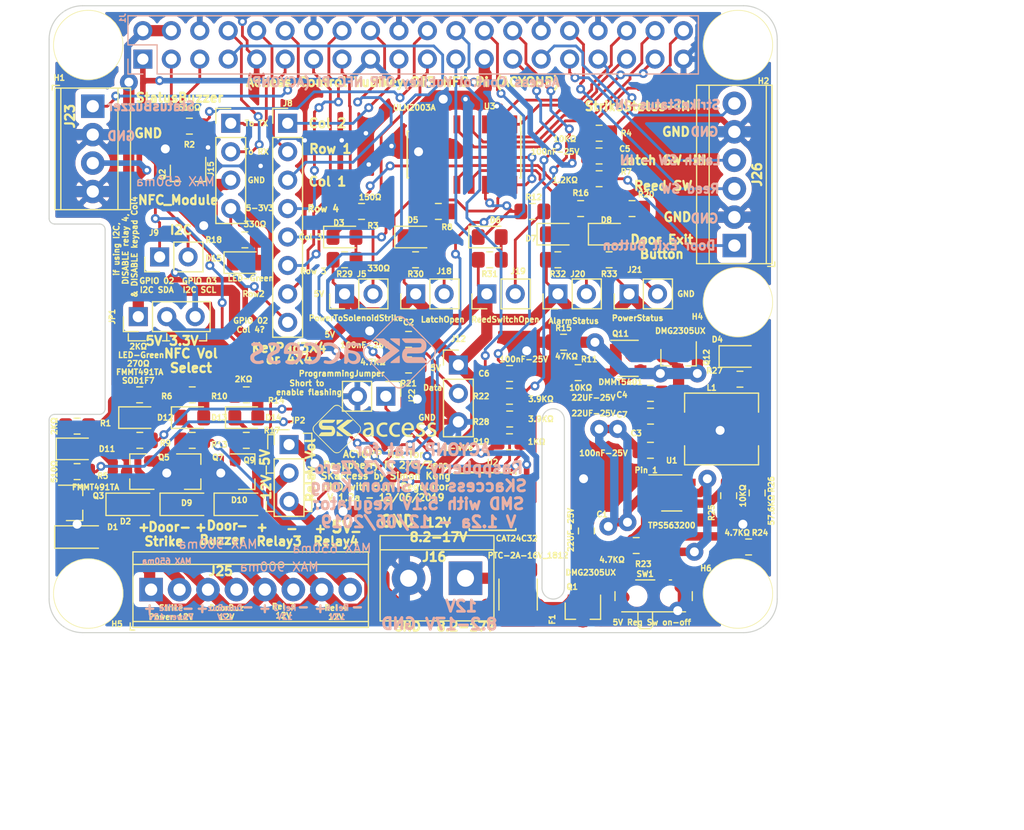
<source format=kicad_pcb>
(kicad_pcb (version 20171130) (host pcbnew "(5.1.0)-1")
  (title_block (title "Access Control Yubikey OTP NFC Pi (ACYONP)") (date 2019-06-12) (rev 1.2a) (company SKaccess) (comment 1 "By Simon Kong Win Chang") (comment 2 simon@skaccess.com))
  (layers (0 F.Cu signal) (31 B.Cu signal) (34 B.Paste user) (35 F.Paste user) (36 B.SilkS user) (37 F.SilkS user) (38 B.Mask user) (39 F.Mask user) (44 Edge.Cuts user))
  (net 0 "")
  (net 1 5V)
  (net 2 GPIO04)
  (net 3 GND)
  (net 4 12V)
  (net 5 GPIO01)
  (net 6 3V3)
  (net 7 GPIO14)
  (net 8 GPIO15)
  (net 9 GPIO17)
  (net 10 GPIO18)
  (net 11 GPIO27)
  (net 12 GPIO22)
  (net 13 GPIO23)
  (net 14 GPIO24)
  (net 15 GPIO10)
  (net 16 GPIO09)
  (net 17 GPIO25)
  (net 18 GPIO11)
  (net 19 GPIO08)
  (net 20 GPIO07)
  (net 21 GPIO00)
  (net 22 GPIO05)
  (net 23 GPIO06)
  (net 24 GPIO12)
  (net 25 GPIO19)
  (net 26 GPIO16)
  (net 27 GPIO26)
  (net 28 GPIO20)
  (net 29 GPIO21)
  (net 30 "Net-(Q2-Pad1)")
  (net 31 "Net-(Q3-Pad1)")
  (net 32 "Net-(Q5-Pad1)")
  (net 33 "Net-(Q7-Pad1)")
  (net 34 "Net-(Q9-Pad1)")
  (net 35 GPIO13)
  (net 36 GPIO03)
  (net 37 GPIO02)
  (net 38 "Net-(J5-Pad2)")
  (net 39 "Net-(J18-Pad2)")
  (net 40 "Net-(J19-Pad2)")
  (net 41 "Net-(J20-Pad2)")
  (net 42 "Net-(J21-Pad2)")
  (net 43 12V-5V)
  (net 44 12V-unfused)
  (net 45 "Net-(J15-Pad4)")
  (net 46 "Net-(R23-Pad2)")
  (net 47 "Net-(C3-Pad2)")
  (net 48 "Net-(C3-Pad1)")
  (net 49 "Net-(R25-Pad2)")
  (net 50 "Net-(C4-Pad1)")
  (net 51 "Net-(J22-Pad1)")
  (net 52 "Net-(Q11-Pad4)")
  (net 53 "Net-(Q11-Pad1)")
  (net 54 "Net-(D3-Pad2)")
  (net 55 "Net-(D3-Pad1)")
  (net 56 "Net-(D4-Pad2)")
  (net 57 "Net-(D5-Pad2)")
  (net 58 "Net-(D5-Pad1)")
  (net 59 "Net-(D6-Pad2)")
  (net 60 "Net-(D6-Pad1)")
  (net 61 "Net-(D7-Pad2)")
  (net 62 "Net-(D7-Pad1)")
  (net 63 "Net-(D8-Pad2)")
  (net 64 "Net-(D8-Pad1)")
  (net 65 "Net-(U3-Pad11)")
  (net 66 "Net-(U3-Pad10)")
  (net 67 "Net-(U3-Pad7)")
  (net 68 "Net-(U3-Pad6)")
  (net 69 "Net-(D11-Pad2)")
  (net 70 "Net-(D12-Pad2)")
  (net 71 "Net-(D13-Pad2)")
  (net 72 "Net-(D14-Pad2)")
  (net 73 "Net-(D15-Pad2)")
  (net 74 "Net-(D15-Pad1)")
  (net 75 "Net-(SW1-Pad2)")
  (net 76 "Net-(F1-Pad1)")
  (net 77 ST_BL_8)
  (net 78 ST_BL_6)
  (net 79 ST_BL_4)
  (net 80 ST_BL_2)
  (net 81 ST_TR_1)
  (module pi-template:TerminalBlock_TE_282834-6_1x06_P2.54mm_Horizontal (layer F.Cu) (at 152.908 74.422 90)
    (fp_text reference J26 (at 6.35 2.032 90) (layer F.SilkS) (effects (font (size 0.8 0.8) (thickness 0.2))))
    (fp_text value Screw_Terminal_01x06_Top_Right)
    (pad 6 thru_hole circle (at 12.7 0 90) (size 2.1 2.1) (drill 1.1) (layers *.Cu *.Mask) (net 22 GPIO05))
    (pad 5 thru_hole circle (at 10.16 0 90) (size 2.1 2.1) (drill 1.1) (layers *.Cu *.Mask) (net 3 GND))
    (pad 4 thru_hole circle (at 7.62 0 90) (size 2.1 2.1) (drill 1.1) (layers *.Cu *.Mask) (net 23 GPIO06))
    (pad 3 thru_hole circle (at 5.08 0 90) (size 2.1 2.1) (drill 1.1) (layers *.Cu *.Mask) (net 24 GPIO12))
    (pad 2 thru_hole circle (at 2.54 0 90) (size 2.1 2.1) (drill 1.1) (layers *.Cu *.Mask) (net 3 GND))
    (pad 1 thru_hole rect (at 0 0 90) (size 2.1 2.1) (drill 1.1) (layers *.Cu *.Mask) (net 81 ST_TR_1))
  )
  (module pi-template:TerminalBlock_TE_282834-8_1x08_P2.54mm_Horizontal (layer F.Cu) (at 100.838 105.156)
    (fp_text reference J25 (at 6.223 -1.651) (layer F.SilkS) (effects (font (size 0.8 0.8) (thickness 0.2))))
    (fp_text value Screw_Terminal_01x08_Bottom_Left)
    (pad 8 thru_hole circle (at 17.78 0) (size 2.1 2.1) (drill 1.1) (layers *.Cu *.Mask) (net 77 ST_BL_8))
    (pad 7 thru_hole circle (at 15.24 0) (size 2.1 2.1) (drill 1.1) (layers *.Cu *.Mask) (net 43 12V-5V))
    (pad 6 thru_hole circle (at 12.7 0) (size 2.1 2.1) (drill 1.1) (layers *.Cu *.Mask) (net 78 ST_BL_6))
    (pad 5 thru_hole circle (at 10.16 0) (size 2.1 2.1) (drill 1.1) (layers *.Cu *.Mask) (net 43 12V-5V))
    (pad 4 thru_hole circle (at 7.62 0) (size 2.1 2.1) (drill 1.1) (layers *.Cu *.Mask) (net 79 ST_BL_4))
    (pad 3 thru_hole circle (at 5.08 0) (size 2.1 2.1) (drill 1.1) (layers *.Cu *.Mask) (net 43 12V-5V))
    (pad 2 thru_hole circle (at 2.54 0) (size 2.1 2.1) (drill 1.1) (layers *.Cu *.Mask) (net 80 ST_BL_2))
    (pad 1 thru_hole rect (at 0 0) (size 2.1 2.1) (drill 1.1) (layers *.Cu *.Mask) (net 43 12V-5V))
  )
  (module pi-template:TerminalBlock_TE_282834-4_1x04_P2.54mm_Horizontal (layer F.Cu) (at 95.631 61.976 270)
    (fp_text reference J23 (at 0.889 2.032 270) (layer F.SilkS) (effects (font (size 0.8 0.8) (thickness 0.2))))
    (fp_text value Screw_Terminal_01x04_Left_Top)
    (pad 4 thru_hole circle (at 7.62 0 270) (size 2.1 2.1) (drill 1.1) (layers *.Cu *.Mask) (net 3 GND))
    (pad 3 thru_hole circle (at 5.08 0 270) (size 2.1 2.1) (drill 1.1) (layers *.Cu *.Mask) (net 6 3V3))
    (pad 2 thru_hole circle (at 2.54 0 270) (size 2.1 2.1) (drill 1.1) (layers *.Cu *.Mask) (net 3 GND))
    (pad 1 thru_hole rect (at 0 0 270) (size 2.1 2.1) (drill 1.1) (layers *.Cu *.Mask) (net 10 GPIO18))
  )
  (module pi-template:TerminalBlock_bornier-2_P5.08mm (layer F.Cu) (at 128.905 104.14 180)
    (fp_text reference J16 (at 2.794 1.905 180) (layer F.SilkS) (effects (font (size 0.8 0.8) (thickness 0.2))))
    (fp_text value 12Vpsu)
    (pad 2 thru_hole circle (at 5.08 0 180) (size 3 3) (drill 1.52) (layers *.Cu *.Mask) (net 3 GND))
    (pad 1 thru_hole rect (at 0 0 180) (size 3 3) (drill 1.52) (layers *.Cu *.Mask) (net 44 12V-unfused))
  )
  (module Capacitor_SMD:C_0805_2012Metric_Pad1.15x1.40mm_HandSolder (layer F.Cu) (at 145.424 89.662 180)
    (fp_text reference C7 (at 2.549 0.127 180) (layer F.SilkS) (effects (font (size 0.5 0.5))))
    (fp_text value 22UF-25V (at 5.089 0.254 180) (layer F.SilkS) (effects (font (size 0.5 0.5) (thickness 0.125))))
    (pad 2 smd roundrect (at 1.025 0 180) (size 1.15 1.4) (layers F.Cu F.Paste F.Mask) (roundrect_rratio 0.217391) (net 3 GND))
    (pad 1 smd roundrect (at -1.025 0 180) (size 1.15 1.4) (layers F.Cu F.Paste F.Mask) (roundrect_rratio 0.217391) (net 50 "Net-(C4-Pad1)"))
  )
  (module Capacitor_SMD:C_0805_2012Metric_Pad1.15x1.40mm_HandSolder (layer F.Cu) (at 145.415 87.63 180)
    (fp_text reference C4 (at 2.54 -0.127 180) (layer F.SilkS) (effects (font (size 0.5 0.5))))
    (fp_text value 22UF-25V (at 5.08 -0.381 180) (layer F.SilkS) (effects (font (size 0.5 0.5) (thickness 0.125))))
    (pad 2 smd roundrect (at 1.025 0 180) (size 1.15 1.4) (layers F.Cu F.Paste F.Mask) (roundrect_rratio 0.217391) (net 3 GND))
    (pad 1 smd roundrect (at -1.025 0 180) (size 1.15 1.4) (layers F.Cu F.Paste F.Mask) (roundrect_rratio 0.217391) (net 50 "Net-(C4-Pad1)"))
  )
  (module Capacitor_SMD:C_0805_2012Metric_Pad1.15x1.40mm_HandSolder (layer F.Cu) (at 139.7 99.9125 270)
    (fp_text reference C1 (at -1.4875 -1.397) (layer F.SilkS) (effects (font (size 0.5 0.5))))
    (fp_text value 22UF-25V (at -0.0905 1.397 270) (layer F.SilkS) (effects (font (size 0.5 0.5) (thickness 0.125))))
    (pad 2 smd roundrect (at 1.025 0 270) (size 1.15 1.4) (layers F.Cu F.Paste F.Mask) (roundrect_rratio 0.217391) (net 4 12V))
    (pad 1 smd roundrect (at -1.025 0 270) (size 1.15 1.4) (layers F.Cu F.Paste F.Mask) (roundrect_rratio 0.217391) (net 3 GND))
  )
  (module Connector_PinHeader_2.54mm:PinHeader_1x03_P2.54mm_Vertical (layer F.Cu) (at 99.695 80.772 90)
    (fp_text reference JP1 (at 0 -2.33 90) (layer F.SilkS) (effects (font (size 0.5 0.5))))
    (fp_text value "5V-3.3V Sw NFC")
    (pad 3 thru_hole oval (at 0 5.08 90) (size 1.7 1.7) (drill 1) (layers *.Cu *.Mask) (net 6 3V3))
    (pad 2 thru_hole oval (at 0 2.54 90) (size 1.7 1.7) (drill 1) (layers *.Cu *.Mask) (net 45 "Net-(J15-Pad4)"))
    (pad 1 thru_hole rect (at 0 0 90) (size 1.7 1.7) (drill 1) (layers *.Cu *.Mask) (net 1 5V))
  )
  (module Connector_PinHeader_2.54mm:PinHeader_1x03_P2.54mm_Vertical (layer F.Cu) (at 113.157 92.202)
    (fp_text reference JP2 (at 0.762 -2.159) (layer F.SilkS) (effects (font (size 0.5 0.5))))
    (fp_text value "5V-12V Jumper")
    (pad 3 thru_hole oval (at 0 5.08) (size 1.7 1.7) (drill 1) (layers *.Cu *.Mask) (net 4 12V))
    (pad 2 thru_hole oval (at 0 2.54) (size 1.7 1.7) (drill 1) (layers *.Cu *.Mask) (net 43 12V-5V))
    (pad 1 thru_hole rect (at 0 0) (size 1.7 1.7) (drill 1) (layers *.Cu *.Mask) (net 1 5V))
  )
  (module Package_TO_SOT_SMD:SOT-23 (layer F.Cu) (at 139.385 107.045 270)
    (fp_text reference Q1 (at -2.143 0.955) (layer F.SilkS) (effects (font (size 0.5 0.5))))
    (fp_text value DMG2305UX (at -3.413 -0.696) (layer F.SilkS) (effects (font (size 0.5 0.5) (thickness 0.125))))
    (pad 3 smd rect (at 1 0 270) (size 0.9 0.8) (layers F.Cu F.Paste F.Mask) (net 76 "Net-(F1-Pad1)"))
    (pad 2 smd rect (at -1 0.95 270) (size 0.9 0.8) (layers F.Cu F.Paste F.Mask) (net 4 12V))
    (pad 1 smd rect (at -1 -0.95 270) (size 0.9 0.8) (layers F.Cu F.Paste F.Mask) (net 3 GND))
  )
  (module ACYONP-SMD-LCSC:skaccessLogo2000 (layer B.Cu) (at 117.983 83.947 180)
    (fp_text reference G*** hide)
    (fp_text value LOGO hide)
  )
  (module Button_Switch_SMD:SW_SPDT_PCM12 (layer F.Cu) (at 145.702 105.41)
    (fp_text reference SW1 (at -0.762 -1.651) (layer F.SilkS) (effects (font (size 0.5 0.5) (thickness 0.125))))
    (fp_text value "5V Reg Sw on-off" (at -0.16 2.667) (layer F.SilkS) (effects (font (size 0.5 0.5))))
    (pad "" smd rect (at -3.65 -0.78) (size 1 0.8) (layers F.Cu F.Paste F.Mask))
    (pad "" smd rect (at 3.65 -0.78) (size 1 0.8) (layers F.Cu F.Paste F.Mask))
    (pad "" smd rect (at 3.65 1.43) (size 1 0.8) (layers F.Cu F.Paste F.Mask))
    (pad "" smd rect (at -3.65 1.43) (size 1 0.8) (layers F.Cu F.Paste F.Mask))
    (pad 3 smd rect (at 2.25 -1.43) (size 0.7 1.5) (layers F.Cu F.Paste F.Mask) (net 3 GND))
    (pad 2 smd rect (at 0.75 -1.43) (size 0.7 1.5) (layers F.Cu F.Paste F.Mask) (net 75 "Net-(SW1-Pad2)"))
    (pad 1 smd rect (at -2.25 -1.43) (size 0.7 1.5) (layers F.Cu F.Paste F.Mask) (net 46 "Net-(R23-Pad2)"))
    (pad "" np_thru_hole circle (at 1.5 0.33) (size 0.9 0.9) (drill 0.9) (layers *.Cu *.Mask))
    (pad "" np_thru_hole circle (at -1.5 0.33) (size 0.9 0.9) (drill 0.9) (layers *.Cu *.Mask))
  )
  (module Resistor_SMD:R_0805_2012Metric_Pad1.15x1.40mm_HandSolder (layer F.Cu) (at 109.211 73.914 180)
    (fp_text reference R18 (at 2.785 0 180) (layer F.SilkS) (effects (font (size 0.5 0.5))))
    (fp_text value 330Ω (at -0.898 1.397 180) (layer F.SilkS) (effects (font (size 0.5 0.5) (thickness 0.125))))
    (pad 2 smd roundrect (at 1.025 0 180) (size 1.15 1.4) (layers F.Cu F.Paste F.Mask) (roundrect_rratio 0.217391) (net 45 "Net-(J15-Pad4)"))
    (pad 1 smd roundrect (at -1.025 0 180) (size 1.15 1.4) (layers F.Cu F.Paste F.Mask) (roundrect_rratio 0.217391) (net 73 "Net-(D15-Pad2)"))
  )
  (module LED_SMD:LED_0805_2012Metric_Pad1.15x1.40mm_HandSolder (layer F.Cu) (at 109.211 75.946)
    (fp_text reference D15 (at -2.785 -0.381) (layer F.SilkS) (effects (font (size 0.5 0.5))))
    (fp_text value LED-Green (at 0.517 1.397) (layer F.SilkS) (effects (font (size 0.5 0.5) (thickness 0.125))))
    (pad 2 smd roundrect (at 1.025 0) (size 1.15 1.4) (layers F.Cu F.Paste F.Mask) (roundrect_rratio 0.217391) (net 73 "Net-(D15-Pad2)"))
    (pad 1 smd roundrect (at -1.025 0) (size 1.15 1.4) (layers F.Cu F.Paste F.Mask) (roundrect_rratio 0.217391) (net 74 "Net-(D15-Pad1)"))
  )
  (module Resistor_SMD:R_0805_2012Metric_Pad1.15x1.40mm_HandSolder (layer F.Cu) (at 94.234 90.551)
    (fp_text reference R1 (at 2.54 -0.254) (layer F.SilkS) (effects (font (size 0.5 0.5))))
    (fp_text value 2KΩ (at -2.032 0 90) (layer F.SilkS) (effects (font (size 0.5 0.5) (thickness 0.125))))
    (pad 2 smd roundrect (at 1.025 0) (size 1.15 1.4) (layers F.Cu F.Paste F.Mask) (roundrect_rratio 0.217391) (net 43 12V-5V))
    (pad 1 smd roundrect (at -1.025 0) (size 1.15 1.4) (layers F.Cu F.Paste F.Mask) (roundrect_rratio 0.217391) (net 69 "Net-(D11-Pad2)"))
  )
  (module Resistor_SMD:R_0805_2012Metric_Pad1.15x1.40mm_HandSolder (layer F.Cu) (at 109.338 87.757 180)
    (fp_text reference R14 (at -2.676 -0.508 180) (layer F.SilkS) (effects (font (size 0.5 0.5))))
    (fp_text value 2KΩ (at 0.245 1.397 180) (layer F.SilkS) (effects (font (size 0.5 0.5) (thickness 0.125))))
    (pad 2 smd roundrect (at 1.025 0 180) (size 1.15 1.4) (layers F.Cu F.Paste F.Mask) (roundrect_rratio 0.217391) (net 43 12V-5V))
    (pad 1 smd roundrect (at -1.025 0 180) (size 1.15 1.4) (layers F.Cu F.Paste F.Mask) (roundrect_rratio 0.217391) (net 72 "Net-(D14-Pad2)"))
  )
  (module Resistor_SMD:R_0805_2012Metric_Pad1.15x1.40mm_HandSolder (layer F.Cu) (at 104.512 87.757 180)
    (fp_text reference R10 (at -2.422 -0.127 180) (layer F.SilkS) (effects (font (size 0.5 0.5))))
    (fp_text value 2KΩ)
    (pad 2 smd roundrect (at 1.025 0 180) (size 1.15 1.4) (layers F.Cu F.Paste F.Mask) (roundrect_rratio 0.217391) (net 43 12V-5V))
    (pad 1 smd roundrect (at -1.025 0 180) (size 1.15 1.4) (layers F.Cu F.Paste F.Mask) (roundrect_rratio 0.217391) (net 71 "Net-(D13-Pad2)"))
  )
  (module Resistor_SMD:R_0805_2012Metric_Pad1.15x1.40mm_HandSolder (layer F.Cu) (at 99.813 87.757 180)
    (fp_text reference R6 (at -2.422 -0.127 180) (layer F.SilkS) (effects (font (size 0.5 0.5))))
    (fp_text value 2KΩ (at 0.118 4.318) (layer F.SilkS) (effects (font (size 0.5 0.5) (thickness 0.125))))
    (pad 2 smd roundrect (at 1.025 0 180) (size 1.15 1.4) (layers F.Cu F.Paste F.Mask) (roundrect_rratio 0.217391) (net 43 12V-5V))
    (pad 1 smd roundrect (at -1.025 0 180) (size 1.15 1.4) (layers F.Cu F.Paste F.Mask) (roundrect_rratio 0.217391) (net 70 "Net-(D12-Pad2)"))
  )
  (module LED_SMD:LED_0805_2012Metric_Pad1.15x1.40mm_HandSolder (layer F.Cu) (at 109.338 89.789)
    (fp_text reference D14 (at 2.422 0) (layer F.SilkS) (effects (font (size 0.5 0.5))))
    (fp_text value LED-Green)
    (pad 2 smd roundrect (at 1.025 0) (size 1.15 1.4) (layers F.Cu F.Paste F.Mask) (roundrect_rratio 0.217391) (net 72 "Net-(D14-Pad2)"))
    (pad 1 smd roundrect (at -1.025 0) (size 1.15 1.4) (layers F.Cu F.Paste F.Mask) (roundrect_rratio 0.217391) (net 77 ST_BL_8))
  )
  (module LED_SMD:LED_0805_2012Metric_Pad1.15x1.40mm_HandSolder (layer F.Cu) (at 104.512 89.789)
    (fp_text reference D13 (at 2.422 0) (layer F.SilkS) (effects (font (size 0.5 0.5))))
    (fp_text value LED-Green)
    (pad 2 smd roundrect (at 1.025 0) (size 1.15 1.4) (layers F.Cu F.Paste F.Mask) (roundrect_rratio 0.217391) (net 71 "Net-(D13-Pad2)"))
    (pad 1 smd roundrect (at -1.025 0) (size 1.15 1.4) (layers F.Cu F.Paste F.Mask) (roundrect_rratio 0.217391) (net 78 ST_BL_6))
  )
  (module LED_SMD:LED_0805_2012Metric_Pad1.15x1.40mm_HandSolder (layer F.Cu) (at 99.813 89.789)
    (fp_text reference D12 (at 2.295 0) (layer F.SilkS) (effects (font (size 0.5 0.5))))
    (fp_text value LED-Green (at 0.136 -5.588) (layer F.SilkS) (effects (font (size 0.5 0.5) (thickness 0.125))))
    (pad 2 smd roundrect (at 1.025 0) (size 1.15 1.4) (layers F.Cu F.Paste F.Mask) (roundrect_rratio 0.217391) (net 70 "Net-(D12-Pad2)"))
    (pad 1 smd roundrect (at -1.025 0) (size 1.15 1.4) (layers F.Cu F.Paste F.Mask) (roundrect_rratio 0.217391) (net 79 ST_BL_4))
  )
  (module LED_SMD:LED_0805_2012Metric_Pad1.15x1.40mm_HandSolder (layer F.Cu) (at 94.234 92.583)
    (fp_text reference D11 (at 2.667 0) (layer F.SilkS) (effects (font (size 0.5 0.5))))
    (fp_text value LED-Green)
    (pad 2 smd roundrect (at 1.025 0) (size 1.15 1.4) (layers F.Cu F.Paste F.Mask) (roundrect_rratio 0.217391) (net 69 "Net-(D11-Pad2)"))
    (pad 1 smd roundrect (at -1.025 0) (size 1.15 1.4) (layers F.Cu F.Paste F.Mask) (roundrect_rratio 0.217391) (net 80 ST_BL_2))
  )
  (module Diode_SMD:D_SOD-123 (layer F.Cu) (at 108.713 97.536)
    (fp_text reference D10 (at -0.001 -0.381) (layer F.SilkS) (effects (font (size 0.5 0.5))))
    (fp_text value SOD1F7)
    (pad 2 smd rect (at 1.65 0) (size 0.9 1.2) (layers F.Cu F.Paste F.Mask) (net 77 ST_BL_8))
    (pad 1 smd rect (at -1.65 0) (size 0.9 1.2) (layers F.Cu F.Paste F.Mask) (net 43 12V-5V))
  )
  (module Diode_SMD:D_SOD-123 (layer F.Cu) (at 103.887 97.536)
    (fp_text reference D9 (at 0.126 -0.127) (layer F.SilkS) (effects (font (size 0.5 0.5))))
    (fp_text value SOD1F7)
    (pad 2 smd rect (at 1.65 0) (size 0.9 1.2) (layers F.Cu F.Paste F.Mask) (net 78 ST_BL_6))
    (pad 1 smd rect (at -1.65 0) (size 0.9 1.2) (layers F.Cu F.Paste F.Mask) (net 43 12V-5V))
  )
  (module Diode_SMD:D_SOD-123 (layer F.Cu) (at 94.488 100.457)
    (fp_text reference D1 (at 2.921 -0.889) (layer F.SilkS) (effects (font (size 0.5 0.5))))
    (fp_text value SOD1F7)
    (pad 2 smd rect (at 1.65 0) (size 0.9 1.2) (layers F.Cu F.Paste F.Mask) (net 80 ST_BL_2))
    (pad 1 smd rect (at -1.65 0) (size 0.9 1.2) (layers F.Cu F.Paste F.Mask) (net 43 12V-5V))
  )
  (module Diode_SMD:D_SOD-123 (layer F.Cu) (at 99.061 97.536)
    (fp_text reference D2 (at -0.509 1.524) (layer F.SilkS) (effects (font (size 0.5 0.5))))
    (fp_text value SOD1F7 (at 0.634 -11.049) (layer F.SilkS) (effects (font (size 0.5 0.5) (thickness 0.125))))
    (pad 2 smd rect (at 1.65 0) (size 0.9 1.2) (layers F.Cu F.Paste F.Mask) (net 79 ST_BL_4))
    (pad 1 smd rect (at -1.65 0) (size 0.9 1.2) (layers F.Cu F.Paste F.Mask) (net 43 12V-5V))
  )
  (module ACYONP-SMD-LCSC:SOIC-16_ti-Package-D (layer F.Cu) (at 128.778 66.294 270)
    (fp_text reference U3 (at -4.318 -2.286) (layer F.SilkS) (effects (font (size 0.5 0.5))))
    (fp_text value ULN2003A (at -4.191 4.445) (layer F.SilkS) (effects (font (size 0.5 0.5) (thickness 0.125))))
    (pad 16 smd rect (at 2.7 -4.445 270) (size 1.6 0.6) (layers F.Cu F.Paste F.Mask) (net 55 "Net-(D3-Pad1)"))
    (pad 15 smd rect (at 2.7 -3.175 270) (size 1.6 0.6) (layers F.Cu F.Paste F.Mask) (net 58 "Net-(D5-Pad1)"))
    (pad 14 smd rect (at 2.7 -1.905 270) (size 1.6 0.6) (layers F.Cu F.Paste F.Mask) (net 60 "Net-(D6-Pad1)"))
    (pad 13 smd rect (at 2.7 -0.635 270) (size 1.6 0.6) (layers F.Cu F.Paste F.Mask) (net 62 "Net-(D7-Pad1)"))
    (pad 12 smd rect (at 2.7 0.635 270) (size 1.6 0.6) (layers F.Cu F.Paste F.Mask) (net 64 "Net-(D8-Pad1)"))
    (pad 11 smd rect (at 2.7 1.905 270) (size 1.6 0.6) (layers F.Cu F.Paste F.Mask) (net 65 "Net-(U3-Pad11)"))
    (pad 10 smd rect (at 2.7 3.175 270) (size 1.6 0.6) (layers F.Cu F.Paste F.Mask) (net 66 "Net-(U3-Pad10)"))
    (pad 9 smd rect (at 2.7 4.445 270) (size 1.6 0.6) (layers F.Cu F.Paste F.Mask) (net 1 5V))
    (pad 8 smd rect (at -2.7 4.445 270) (size 1.6 0.6) (layers F.Cu F.Paste F.Mask) (net 3 GND))
    (pad 7 smd rect (at -2.7 3.175 270) (size 1.6 0.6) (layers F.Cu F.Paste F.Mask) (net 67 "Net-(U3-Pad7)"))
    (pad 6 smd rect (at -2.7 1.905 270) (size 1.6 0.6) (layers F.Cu F.Paste F.Mask) (net 68 "Net-(U3-Pad6)"))
    (pad 5 smd rect (at -2.7 0.635 270) (size 1.6 0.6) (layers F.Cu F.Paste F.Mask) (net 29 GPIO21))
    (pad 4 smd rect (at -2.7 -0.635 270) (size 1.6 0.6) (layers F.Cu F.Paste F.Mask) (net 28 GPIO20))
    (pad 3 smd rect (at -2.7 -1.905 270) (size 1.6 0.6) (layers F.Cu F.Paste F.Mask) (net 27 GPIO26))
    (pad 2 smd rect (at -2.7 -3.175 270) (size 1.6 0.6) (layers F.Cu F.Paste F.Mask) (net 26 GPIO16))
    (pad 1 smd rect (at -2.7 -4.445 270) (size 1.6 0.6) (layers F.Cu F.Paste F.Mask) (net 25 GPIO19))
  )
  (module Connector_PinHeader_2.54mm:PinHeader_1x02_P2.54mm_Vertical (layer F.Cu) (at 101.6 75.438 90)
    (fp_text reference J9 (at 2.159 -0.508 180) (layer F.SilkS) (effects (font (size 0.5 0.5))))
    (fp_text value I2C (at 2.413 1.905 180) (layer F.SilkS) (effects (font (size 0.8 0.8) (thickness 0.2))))
    (pad 2 thru_hole oval (at 0 2.54 90) (size 1.7 1.7) (drill 1) (layers *.Cu *.Mask) (net 36 GPIO03))
    (pad 1 thru_hole rect (at 0 0 90) (size 1.7 1.7) (drill 1) (layers *.Cu *.Mask) (net 37 GPIO02))
  )
  (module Package_TO_SOT_SMD:SOT-23-6_Handsoldering (layer F.Cu) (at 147.32 96.52)
    (fp_text reference U1 (at 0 -2.9) (layer F.SilkS) (effects (font (size 0.5 0.5))))
    (fp_text value TPS563200 (at 0 2.9) (layer F.SilkS) (effects (font (size 0.5 0.5) (thickness 0.125))))
    (pad 5 smd rect (at 1.35 0) (size 1.56 0.65) (layers F.Cu F.Paste F.Mask) (net 75 "Net-(SW1-Pad2)"))
    (pad 6 smd rect (at 1.35 -0.95) (size 1.56 0.65) (layers F.Cu F.Paste F.Mask) (net 47 "Net-(C3-Pad2)"))
    (pad 4 smd rect (at 1.35 0.95) (size 1.56 0.65) (layers F.Cu F.Paste F.Mask) (net 49 "Net-(R25-Pad2)"))
    (pad 3 smd rect (at -1.35 0.95) (size 1.56 0.65) (layers F.Cu F.Paste F.Mask) (net 4 12V))
    (pad 2 smd rect (at -1.35 0) (size 1.56 0.65) (layers F.Cu F.Paste F.Mask) (net 48 "Net-(C3-Pad1)"))
    (pad 1 smd rect (at -1.35 -0.95) (size 1.56 0.65) (layers F.Cu F.Paste F.Mask) (net 3 GND))
  )
  (module Resistor_SMD:R_0805_2012Metric_Pad1.15x1.40mm_HandSolder (layer F.Cu) (at 141.732 75.692 180)
    (fp_text reference R33 (at 0 -1.27 180) (layer F.SilkS) (effects (font (size 0.5 0.5))))
    (fp_text value 330Ω)
    (pad 2 smd roundrect (at 1.025 0 180) (size 1.15 1.4) (layers F.Cu F.Paste F.Mask) (roundrect_rratio 0.217391) (net 1 5V))
    (pad 1 smd roundrect (at -1.025 0 180) (size 1.15 1.4) (layers F.Cu F.Paste F.Mask) (roundrect_rratio 0.217391) (net 63 "Net-(D8-Pad2)"))
  )
  (module Resistor_SMD:R_0805_2012Metric_Pad1.15x1.40mm_HandSolder (layer F.Cu) (at 137.151 75.692 180)
    (fp_text reference R32 (at 0 -1.27 180) (layer F.SilkS) (effects (font (size 0.5 0.5))))
    (fp_text value 330Ω)
    (pad 2 smd roundrect (at 1.025 0 180) (size 1.15 1.4) (layers F.Cu F.Paste F.Mask) (roundrect_rratio 0.217391) (net 1 5V))
    (pad 1 smd roundrect (at -1.025 0 180) (size 1.15 1.4) (layers F.Cu F.Paste F.Mask) (roundrect_rratio 0.217391) (net 61 "Net-(D7-Pad2)"))
  )
  (module Resistor_SMD:R_0805_2012Metric_Pad1.15x1.40mm_HandSolder (layer F.Cu) (at 131.073 75.692 180)
    (fp_text reference R31 (at 0.009 -1.27 180) (layer F.SilkS) (effects (font (size 0.5 0.5))))
    (fp_text value 330Ω)
    (pad 2 smd roundrect (at 1.025 0 180) (size 1.15 1.4) (layers F.Cu F.Paste F.Mask) (roundrect_rratio 0.217391) (net 1 5V))
    (pad 1 smd roundrect (at -1.025 0 180) (size 1.15 1.4) (layers F.Cu F.Paste F.Mask) (roundrect_rratio 0.217391) (net 59 "Net-(D6-Pad2)"))
  )
  (module Resistor_SMD:R_0805_2012Metric_Pad1.15x1.40mm_HandSolder (layer F.Cu) (at 124.451 75.692 180)
    (fp_text reference R30 (at -0.009 -1.27 180) (layer F.SilkS) (effects (font (size 0.5 0.5))))
    (fp_text value 330Ω)
    (pad 2 smd roundrect (at 1.025 0 180) (size 1.15 1.4) (layers F.Cu F.Paste F.Mask) (roundrect_rratio 0.217391) (net 1 5V))
    (pad 1 smd roundrect (at -1.025 0 180) (size 1.15 1.4) (layers F.Cu F.Paste F.Mask) (roundrect_rratio 0.217391) (net 57 "Net-(D5-Pad2)"))
  )
  (module Resistor_SMD:R_0805_2012Metric_Pad1.15x1.40mm_HandSolder (layer F.Cu) (at 118.11 75.692 180)
    (fp_text reference R29 (at 0 -1.27 180) (layer F.SilkS) (effects (font (size 0.5 0.5))))
    (fp_text value 330Ω (at -3.048 -0.762 180) (layer F.SilkS) (effects (font (size 0.5 0.5) (thickness 0.125))))
    (pad 2 smd roundrect (at 1.025 0 180) (size 1.15 1.4) (layers F.Cu F.Paste F.Mask) (roundrect_rratio 0.217391) (net 1 5V))
    (pad 1 smd roundrect (at -1.025 0 180) (size 1.15 1.4) (layers F.Cu F.Paste F.Mask) (roundrect_rratio 0.217391) (net 54 "Net-(D3-Pad2)"))
  )
  (module LED_SMD:LED_0805_2012Metric_Pad1.15x1.40mm_HandSolder (layer F.Cu) (at 141.741 73.406)
    (fp_text reference D8 (at -0.263 -1.27) (layer F.SilkS) (effects (font (size 0.5 0.5))))
    (fp_text value LED-Blue)
    (pad 2 smd roundrect (at 1.025 0) (size 1.15 1.4) (layers F.Cu F.Paste F.Mask) (roundrect_rratio 0.217391) (net 63 "Net-(D8-Pad2)"))
    (pad 1 smd roundrect (at -1.025 0) (size 1.15 1.4) (layers F.Cu F.Paste F.Mask) (roundrect_rratio 0.217391) (net 64 "Net-(D8-Pad1)"))
  )
  (module LED_SMD:LED_0805_2012Metric_Pad1.15x1.40mm_HandSolder (layer F.Cu) (at 137.151 73.406)
    (fp_text reference D7 (at -2.404 0.381) (layer F.SilkS) (effects (font (size 0.5 0.5))))
    (fp_text value LED-Red)
    (pad 2 smd roundrect (at 1.025 0) (size 1.15 1.4) (layers F.Cu F.Paste F.Mask) (roundrect_rratio 0.217391) (net 61 "Net-(D7-Pad2)"))
    (pad 1 smd roundrect (at -1.025 0) (size 1.15 1.4) (layers F.Cu F.Paste F.Mask) (roundrect_rratio 0.217391) (net 62 "Net-(D7-Pad1)"))
  )
  (module LED_SMD:LED_0805_2012Metric_Pad1.15x1.40mm_HandSolder (layer F.Cu) (at 131.064 73.66)
    (fp_text reference D6 (at 0.508 -1.524) (layer F.SilkS) (effects (font (size 0.5 0.5))))
    (fp_text value LED-Yellow)
    (pad 2 smd roundrect (at 1.025 0) (size 1.15 1.4) (layers F.Cu F.Paste F.Mask) (roundrect_rratio 0.217391) (net 59 "Net-(D6-Pad2)"))
    (pad 1 smd roundrect (at -1.025 0) (size 1.15 1.4) (layers F.Cu F.Paste F.Mask) (roundrect_rratio 0.217391) (net 60 "Net-(D6-Pad1)"))
  )
  (module LED_SMD:LED_0805_2012Metric_Pad1.15x1.40mm_HandSolder (layer F.Cu) (at 124.451 73.66)
    (fp_text reference D5 (at -0.245 -1.524) (layer F.SilkS) (effects (font (size 0.5 0.5))))
    (fp_text value LED-Yellow)
    (pad 2 smd roundrect (at 1.025 0) (size 1.15 1.4) (layers F.Cu F.Paste F.Mask) (roundrect_rratio 0.217391) (net 57 "Net-(D5-Pad2)"))
    (pad 1 smd roundrect (at -1.025 0) (size 1.15 1.4) (layers F.Cu F.Paste F.Mask) (roundrect_rratio 0.217391) (net 58 "Net-(D5-Pad1)"))
  )
  (module LED_SMD:LED_0805_2012Metric_Pad1.15x1.40mm_HandSolder (layer F.Cu) (at 118.101 73.66)
    (fp_text reference D3 (at -0.499 -1.27) (layer F.SilkS) (effects (font (size 0.5 0.5))))
    (fp_text value LED-Green)
    (pad 2 smd roundrect (at 1.025 0) (size 1.15 1.4) (layers F.Cu F.Paste F.Mask) (roundrect_rratio 0.217391) (net 54 "Net-(D3-Pad2)"))
    (pad 1 smd roundrect (at -1.025 0) (size 1.15 1.4) (layers F.Cu F.Paste F.Mask) (roundrect_rratio 0.217391) (net 55 "Net-(D3-Pad1)"))
  )
  (module ACYONP-SMD-LCSC:MountingHole_2.75mm_M2.5_NoPad (layer F.Cu) (at 95.23464 56.49902)
    (fp_text reference H1 (at -2.59 2.93698) (layer F.SilkS) (effects (font (size 0.5 0.5))))
    (fp_text value MountingHole)
    (pad "" np_thru_hole circle (at 0 0) (size 2.75 2.75) (drill 2.75) (layers *.Cu *.Mask))
  )
  (module ACYONP-SMD-LCSC:MountingHole_2.75mm_M2.5_NoPad (layer F.Cu) (at 153.23464 56.49902)
    (fp_text reference H2 (at 2.275 3.22) (layer F.SilkS) (effects (font (size 0.5 0.5))))
    (fp_text value MountingHole)
    (pad "" np_thru_hole circle (at 0 0) (size 2.75 2.75) (drill 2.75) (layers *.Cu *.Mask))
  )
  (module ACYONP-SMD-LCSC:MountingHole_2.75mm_M2.5_NoPad (layer F.Cu) (at 153.23464 79.47)
    (fp_text reference H4 (at -3.62864 1.302) (layer F.SilkS) (effects (font (size 0.5 0.5))))
    (fp_text value MountingHole)
    (pad "" np_thru_hole circle (at 0 0) (size 2.75 2.75) (drill 2.75) (layers *.Cu *.Mask))
  )
  (module ACYONP-SMD-LCSC:MountingHole_2.75mm_M2.5_NoPad (layer F.Cu) (at 153.23464 105.49902)
    (fp_text reference H6 (at -2.86664 -2.24802) (layer F.SilkS) (effects (font (size 0.5 0.5))))
    (fp_text value MountingHole)
    (pad "" np_thru_hole circle (at 0 0) (size 2.75 2.75) (drill 2.75) (layers *.Cu *.Mask))
  )
  (module ACYONP-SMD-LCSC:MountingHole_2.75mm_M2.5_NoPad (layer F.Cu) (at 95.23464 105.49902)
    (fp_text reference H5 (at 2.55536 2.734) (layer F.SilkS) (effects (font (size 0.5 0.5))))
    (fp_text value MountingHole)
    (pad "" np_thru_hole circle (at 0 0) (size 2.75 2.75) (drill 2.75) (layers *.Cu *.Mask))
  )
  (module Resistor_SMD:R_0805_2012Metric_Pad1.15x1.40mm_HandSolder (layer F.Cu) (at 104.512 91.821 180)
    (fp_text reference R13 (at -2.422 -0.381 180) (layer F.SilkS) (effects (font (size 0.5 0.5))))
    (fp_text value 270Ω)
    (pad 1 smd roundrect (at -1.025 0 180) (size 1.15 1.4) (layers F.Cu F.Paste F.Mask) (roundrect_rratio 0.217391) (net 20 GPIO07))
    (pad 2 smd roundrect (at 1.025 0 180) (size 1.15 1.4) (layers F.Cu F.Paste F.Mask) (roundrect_rratio 0.217391) (net 33 "Net-(Q7-Pad1)"))
  )
  (module Resistor_SMD:R_0805_2012Metric_Pad1.15x1.40mm_HandSolder (layer F.Cu) (at 94.234 94.615 180)
    (fp_text reference R5 (at -2.286 -0.381 180) (layer F.SilkS) (effects (font (size 0.5 0.5))))
    (fp_text value 510Ω (at 2.032 0 270) (layer F.SilkS) (effects (font (size 0.5 0.5) (thickness 0.125))))
    (pad 1 smd roundrect (at -1.025 0 180) (size 1.15 1.4) (layers F.Cu F.Paste F.Mask) (roundrect_rratio 0.217391) (net 18 GPIO11))
    (pad 2 smd roundrect (at 1.025 0 180) (size 1.15 1.4) (layers F.Cu F.Paste F.Mask) (roundrect_rratio 0.217391) (net 31 "Net-(Q3-Pad1)"))
  )
  (module Package_SO:SOIC-8_3.9x4.9mm_P1.27mm (layer F.Cu) (at 131.318 97.282)
    (fp_text reference U2 (at 0 -3.5) (layer F.SilkS) (effects (font (size 0.5 0.5))))
    (fp_text value CAT24C32 (at 2.159 3.302) (layer F.SilkS) (effects (font (size 0.5 0.5) (thickness 0.125))))
    (pad 8 smd rect (at 2.7 -1.905) (size 1.55 0.6) (layers F.Cu F.Paste F.Mask) (net 6 3V3))
    (pad 7 smd rect (at 2.7 -0.635) (size 1.55 0.6) (layers F.Cu F.Paste F.Mask) (net 51 "Net-(J22-Pad1)"))
    (pad 6 smd rect (at 2.7 0.635) (size 1.55 0.6) (layers F.Cu F.Paste F.Mask) (net 5 GPIO01))
    (pad 5 smd rect (at 2.7 1.905) (size 1.55 0.6) (layers F.Cu F.Paste F.Mask) (net 21 GPIO00))
    (pad 4 smd rect (at -2.7 1.905) (size 1.55 0.6) (layers F.Cu F.Paste F.Mask) (net 3 GND))
    (pad 3 smd rect (at -2.7 0.635) (size 1.55 0.6) (layers F.Cu F.Paste F.Mask) (net 3 GND))
    (pad 2 smd rect (at -2.7 -0.635) (size 1.55 0.6) (layers F.Cu F.Paste F.Mask) (net 3 GND))
    (pad 1 smd rect (at -2.7 -1.905) (size 1.55 0.6) (layers F.Cu F.Paste F.Mask) (net 3 GND))
  )
  (module Resistor_SMD:R_0805_2012Metric_Pad1.15x1.40mm_HandSolder (layer F.Cu) (at 132.851 89.916 180)
    (fp_text reference R28 (at 2.549 -0.254 180) (layer F.SilkS) (effects (font (size 0.5 0.5))))
    (fp_text value 3.9KΩ (at -2.785 0 180) (layer F.SilkS) (effects (font (size 0.5 0.5) (thickness 0.125))))
    (pad 2 smd roundrect (at 1.025 0 180) (size 1.15 1.4) (layers F.Cu F.Paste F.Mask) (roundrect_rratio 0.217391) (net 6 3V3))
    (pad 1 smd roundrect (at -1.025 0 180) (size 1.15 1.4) (layers F.Cu F.Paste F.Mask) (roundrect_rratio 0.217391) (net 21 GPIO00))
  )
  (module Resistor_SMD:R_0805_2012Metric_Pad1.15x1.40mm_HandSolder (layer F.Cu) (at 132.833 87.884 180)
    (fp_text reference R22 (at 2.531 0 180) (layer F.SilkS) (effects (font (size 0.5 0.5))))
    (fp_text value 3.9KΩ (at -2.803 -0.254 180) (layer F.SilkS) (effects (font (size 0.5 0.5) (thickness 0.125))))
    (pad 2 smd roundrect (at 1.025 0 180) (size 1.15 1.4) (layers F.Cu F.Paste F.Mask) (roundrect_rratio 0.217391) (net 6 3V3))
    (pad 1 smd roundrect (at -1.025 0 180) (size 1.15 1.4) (layers F.Cu F.Paste F.Mask) (roundrect_rratio 0.217391) (net 5 GPIO01))
  )
  (module Resistor_SMD:R_0805_2012Metric_Pad1.15x1.40mm_HandSolder (layer F.Cu) (at 132.833 91.948 180)
    (fp_text reference R19 (at 2.531 0 180) (layer F.SilkS) (effects (font (size 0.5 0.5))))
    (fp_text value 1KΩ (at -2.422 0 180) (layer F.SilkS) (effects (font (size 0.5 0.5) (thickness 0.125))))
    (pad 2 smd roundrect (at 1.025 0 180) (size 1.15 1.4) (layers F.Cu F.Paste F.Mask) (roundrect_rratio 0.217391) (net 6 3V3))
    (pad 1 smd roundrect (at -1.025 0 180) (size 1.15 1.4) (layers F.Cu F.Paste F.Mask) (roundrect_rratio 0.217391) (net 51 "Net-(J22-Pad1)"))
  )
  (module Resistor_SMD:R_0805_2012Metric_Pad1.15x1.40mm_HandSolder (layer F.Cu) (at 137.659 83.058)
    (fp_text reference R15 (at 0 -1.27) (layer F.SilkS) (effects (font (size 0.5 0.5))))
    (fp_text value 47KΩ (at 0.263 1.27) (layer F.SilkS) (effects (font (size 0.5 0.5) (thickness 0.125))))
    (pad 2 smd roundrect (at 1.025 0) (size 1.15 1.4) (layers F.Cu F.Paste F.Mask) (roundrect_rratio 0.217391) (net 52 "Net-(Q11-Pad4)"))
    (pad 1 smd roundrect (at -1.025 0) (size 1.15 1.4) (layers F.Cu F.Paste F.Mask) (roundrect_rratio 0.217391) (net 3 GND))
  )
  (module Resistor_SMD:R_0805_2012Metric_Pad1.15x1.40mm_HandSolder (layer F.Cu) (at 138.9544 85.7758)
    (fp_text reference R11 (at 0.9996 -1.1938) (layer F.SilkS) (effects (font (size 0.5 0.5))))
    (fp_text value 10KΩ (at 0.2376 1.3462) (layer F.SilkS) (effects (font (size 0.5 0.5) (thickness 0.125))))
    (pad 2 smd roundrect (at 1.025 0) (size 1.15 1.4) (layers F.Cu F.Paste F.Mask) (roundrect_rratio 0.217391) (net 53 "Net-(Q11-Pad1)"))
    (pad 1 smd roundrect (at -1.025 0) (size 1.15 1.4) (layers F.Cu F.Paste F.Mask) (roundrect_rratio 0.217391) (net 3 GND))
  )
  (module Package_TO_SOT_SMD:SOT-23 (layer F.Cu) (at 147.9296 84.4136 270)
    (fp_text reference Q12 (at 0 -2.5 270) (layer F.SilkS) (effects (font (size 0.5 0.5))))
    (fp_text value DMG2305UX (at -2.3716 -0.1524) (layer F.SilkS) (effects (font (size 0.5 0.5) (thickness 0.125))))
    (pad 3 smd rect (at 1 0 270) (size 0.9 0.8) (layers F.Cu F.Paste F.Mask) (net 50 "Net-(C4-Pad1)"))
    (pad 2 smd rect (at -1 0.95 270) (size 0.9 0.8) (layers F.Cu F.Paste F.Mask) (net 1 5V))
    (pad 1 smd rect (at -1 -0.95 270) (size 0.9 0.8) (layers F.Cu F.Paste F.Mask) (net 52 "Net-(Q11-Pad4)"))
  )
  (module Package_TO_SOT_SMD:SOT-23-6 (layer F.Cu) (at 143.426 84.4956)
    (fp_text reference Q11 (at -0.678 -2.1996) (layer F.SilkS) (effects (font (size 0.5 0.5))))
    (fp_text value DMMT5401 (at -0.678 2.1184) (layer F.SilkS) (effects (font (size 0.5 0.5) (thickness 0.125))))
    (pad 5 smd rect (at 1.1 0) (size 1.06 0.65) (layers F.Cu F.Paste F.Mask) (net 1 5V))
    (pad 6 smd rect (at 1.1 -0.95) (size 1.06 0.65) (layers F.Cu F.Paste F.Mask) (net 50 "Net-(C4-Pad1)"))
    (pad 4 smd rect (at 1.1 0.95) (size 1.06 0.65) (layers F.Cu F.Paste F.Mask) (net 52 "Net-(Q11-Pad4)"))
    (pad 3 smd rect (at -1.1 0.95) (size 1.06 0.65) (layers F.Cu F.Paste F.Mask) (net 53 "Net-(Q11-Pad1)"))
    (pad 2 smd rect (at -1.1 0) (size 1.06 0.65) (layers F.Cu F.Paste F.Mask) (net 53 "Net-(Q11-Pad1)"))
    (pad 1 smd rect (at -1.1 -0.95) (size 1.06 0.65) (layers F.Cu F.Paste F.Mask) (net 53 "Net-(Q11-Pad1)"))
  )
  (module Connector_PinHeader_2.54mm:PinHeader_1x02_P2.54mm_Vertical (layer F.Cu) (at 121.793 87.884 270)
    (fp_text reference J22 (at 0 -2.33 270) (layer F.SilkS) (effects (font (size 0.5 0.5))))
    (fp_text value ProgrammingJumper (at -2.032 3.937) (layer F.SilkS) (effects (font (size 0.5 0.5) (thickness 0.125))))
    (pad 2 thru_hole oval (at 0 2.54 270) (size 1.7 1.7) (drill 1) (layers *.Cu *.Mask) (net 3 GND))
    (pad 1 thru_hole rect (at 0 0 270) (size 1.7 1.7) (drill 1) (layers *.Cu *.Mask) (net 51 "Net-(J22-Pad1)"))
  )
  (module Capacitor_SMD:C_0805_2012Metric_Pad1.15x1.40mm_HandSolder (layer F.Cu) (at 132.842 85.852 180)
    (fp_text reference C6 (at 2.286 0 180) (layer F.SilkS) (effects (font (size 0.5 0.5))))
    (fp_text value 100nF-25V (at -1.27 1.27 180) (layer F.SilkS) (effects (font (size 0.5 0.5) (thickness 0.125))))
    (pad 2 smd roundrect (at 1.025 0 180) (size 1.15 1.4) (layers F.Cu F.Paste F.Mask) (roundrect_rratio 0.217391) (net 6 3V3))
    (pad 1 smd roundrect (at -1.025 0 180) (size 1.15 1.4) (layers F.Cu F.Paste F.Mask) (roundrect_rratio 0.217391) (net 3 GND))
  )
  (module Connector_PinSocket_2.54mm:PinSocket_2x20_P2.54mm_Vertical (layer B.Cu) (at 100.10394 57.76722 270)
    (fp_text reference J1 (at -3.66522 1.80594 270) (layer B.SilkS) (effects (font (size 0.5 0.5)) (justify mirror)))
    (fp_text value Raspberry_Pi_2_3)
    (pad 1 thru_hole rect (at 0 0 270) (size 1.7 1.7) (drill 1) (layers *.Cu *.Mask) (net 6 3V3))
    (pad 2 thru_hole oval (at -2.54 0 270) (size 1.7 1.7) (drill 1) (layers *.Cu *.Mask) (net 1 5V))
    (pad 3 thru_hole oval (at 0 -2.54 270) (size 1.7 1.7) (drill 1) (layers *.Cu *.Mask) (net 37 GPIO02))
    (pad 4 thru_hole oval (at -2.54 -2.54 270) (size 1.7 1.7) (drill 1) (layers *.Cu *.Mask) (net 1 5V))
    (pad 5 thru_hole oval (at 0 -5.08 270) (size 1.7 1.7) (drill 1) (layers *.Cu *.Mask) (net 36 GPIO03))
    (pad 6 thru_hole oval (at -2.54 -5.08 270) (size 1.7 1.7) (drill 1) (layers *.Cu *.Mask) (net 3 GND))
    (pad 7 thru_hole oval (at 0 -7.62 270) (size 1.7 1.7) (drill 1) (layers *.Cu *.Mask) (net 2 GPIO04))
    (pad 8 thru_hole oval (at -2.54 -7.62 270) (size 1.7 1.7) (drill 1) (layers *.Cu *.Mask) (net 7 GPIO14))
    (pad 9 thru_hole oval (at 0 -10.16 270) (size 1.7 1.7) (drill 1) (layers *.Cu *.Mask) (net 3 GND))
    (pad 10 thru_hole oval (at -2.54 -10.16 270) (size 1.7 1.7) (drill 1) (layers *.Cu *.Mask) (net 8 GPIO15))
    (pad 11 thru_hole oval (at 0 -12.7 270) (size 1.7 1.7) (drill 1) (layers *.Cu *.Mask) (net 9 GPIO17))
    (pad 12 thru_hole oval (at -2.54 -12.7 270) (size 1.7 1.7) (drill 1) (layers *.Cu *.Mask) (net 10 GPIO18))
    (pad 13 thru_hole oval (at 0 -15.24 270) (size 1.7 1.7) (drill 1) (layers *.Cu *.Mask) (net 11 GPIO27))
    (pad 14 thru_hole oval (at -2.54 -15.24 270) (size 1.7 1.7) (drill 1) (layers *.Cu *.Mask) (net 3 GND))
    (pad 15 thru_hole oval (at 0 -17.78 270) (size 1.7 1.7) (drill 1) (layers *.Cu *.Mask) (net 12 GPIO22))
    (pad 16 thru_hole oval (at -2.54 -17.78 270) (size 1.7 1.7) (drill 1) (layers *.Cu *.Mask) (net 13 GPIO23))
    (pad 17 thru_hole oval (at 0 -20.32 270) (size 1.7 1.7) (drill 1) (layers *.Cu *.Mask) (net 6 3V3))
    (pad 18 thru_hole oval (at -2.54 -20.32 270) (size 1.7 1.7) (drill 1) (layers *.Cu *.Mask) (net 14 GPIO24))
    (pad 19 thru_hole oval (at 0 -22.86 270) (size 1.7 1.7) (drill 1) (layers *.Cu *.Mask) (net 15 GPIO10))
    (pad 20 thru_hole oval (at -2.54 -22.86 270) (size 1.7 1.7) (drill 1) (layers *.Cu *.Mask) (net 3 GND))
    (pad 21 thru_hole oval (at 0 -25.4 270) (size 1.7 1.7) (drill 1) (layers *.Cu *.Mask) (net 16 GPIO09))
    (pad 22 thru_hole oval (at -2.54 -25.4 270) (size 1.7 1.7) (drill 1) (layers *.Cu *.Mask) (net 17 GPIO25))
    (pad 23 thru_hole oval (at 0 -27.94 270) (size 1.7 1.7) (drill 1) (layers *.Cu *.Mask) (net 18 GPIO11))
    (pad 24 thru_hole oval (at -2.54 -27.94 270) (size 1.7 1.7) (drill 1) (layers *.Cu *.Mask) (net 19 GPIO08))
    (pad 25 thru_hole oval (at 0 -30.48 270) (size 1.7 1.7) (drill 1) (layers *.Cu *.Mask) (net 3 GND))
    (pad 26 thru_hole oval (at -2.54 -30.48 270) (size 1.7 1.7) (drill 1) (layers *.Cu *.Mask) (net 20 GPIO07))
    (pad 27 thru_hole oval (at 0 -33.02 270) (size 1.7 1.7) (drill 1) (layers *.Cu *.Mask) (net 21 GPIO00))
    (pad 28 thru_hole oval (at -2.54 -33.02 270) (size 1.7 1.7) (drill 1) (layers *.Cu *.Mask) (net 5 GPIO01))
    (pad 29 thru_hole oval (at 0 -35.56 270) (size 1.7 1.7) (drill 1) (layers *.Cu *.Mask) (net 22 GPIO05))
    (pad 30 thru_hole oval (at -2.54 -35.56 270) (size 1.7 1.7) (drill 1) (layers *.Cu *.Mask) (net 3 GND))
    (pad 31 thru_hole oval (at 0 -38.1 270) (size 1.7 1.7) (drill 1) (layers *.Cu *.Mask) (net 23 GPIO06))
    (pad 32 thru_hole oval (at -2.54 -38.1 270) (size 1.7 1.7) (drill 1) (layers *.Cu *.Mask) (net 24 GPIO12))
    (pad 33 thru_hole oval (at 0 -40.64 270) (size 1.7 1.7) (drill 1) (layers *.Cu *.Mask) (net 35 GPIO13))
    (pad 34 thru_hole oval (at -2.54 -40.64 270) (size 1.7 1.7) (drill 1) (layers *.Cu *.Mask) (net 3 GND))
    (pad 35 thru_hole oval (at 0 -43.18 270) (size 1.7 1.7) (drill 1) (layers *.Cu *.Mask) (net 25 GPIO19))
    (pad 36 thru_hole oval (at -2.54 -43.18 270) (size 1.7 1.7) (drill 1) (layers *.Cu *.Mask) (net 26 GPIO16))
    (pad 37 thru_hole oval (at 0 -45.72 270) (size 1.7 1.7) (drill 1) (layers *.Cu *.Mask) (net 27 GPIO26))
    (pad 38 thru_hole oval (at -2.54 -45.72 270) (size 1.7 1.7) (drill 1) (layers *.Cu *.Mask) (net 28 GPIO20))
    (pad 39 thru_hole oval (at 0 -48.26 270) (size 1.7 1.7) (drill 1) (layers *.Cu *.Mask) (net 3 GND))
    (pad 40 thru_hole oval (at -2.54 -48.26 270) (size 1.7 1.7) (drill 1) (layers *.Cu *.Mask) (net 29 GPIO21))
  )
  (module ACYONP-SMD-LCSC:L_6.3x6.3_H3_HandSolder (layer F.Cu) (at 151.765 90.805)
    (fp_text reference L1 (at -0.889 -3.683) (layer F.SilkS) (effects (font (size 0.5 0.5))))
    (fp_text value 3.3UH-8.5A)
    (pad 2 smd rect (at 2.75 0) (size 2 2.4) (drill (offset 0.25 0)) (layers F.Cu F.Paste F.Mask) (net 50 "Net-(C4-Pad1)"))
    (pad 1 smd rect (at -2.75 0) (size 2 2.4) (drill (offset -0.25 0)) (layers F.Cu F.Paste F.Mask) (net 48 "Net-(C3-Pad1)"))
  )
  (module ACYONP-SMD-LCSC:skaccessLogo3000 (layer F.Cu) (at 120.777 90.805)
    (fp_text reference G*** hide)
    (fp_text value LOGO hide)
  )
  (module Resistor_SMD:R_0805_2012Metric_Pad1.15x1.40mm_HandSolder (layer F.Cu) (at 140.834 68.453 180)
    (fp_text reference R7 (at -2.422 0.635 180) (layer F.SilkS) (effects (font (size 0.5 0.5))))
    (fp_text value 1.2KΩ (at 3.039 -0.127 180) (layer F.SilkS) (effects (font (size 0.5 0.5) (thickness 0.125))))
    (pad 2 smd roundrect (at 1.025 0 180) (size 1.15 1.4) (layers F.Cu F.Paste F.Mask) (roundrect_rratio 0.217391) (net 35 GPIO13))
    (pad 1 smd roundrect (at -1.025 0 180) (size 1.15 1.4) (layers F.Cu F.Paste F.Mask) (roundrect_rratio 0.217391) (net 81 ST_TR_1))
  )
  (module Resistor_SMD:R_0805_2012Metric_Pad1.15x1.40mm_HandSolder (layer F.Cu) (at 140.834 64.389 180)
    (fp_text reference R4 (at -2.422 0 180) (layer F.SilkS) (effects (font (size 0.5 0.5))))
    (fp_text value 10KΩ (at 3.057 -0.508 180) (layer F.SilkS) (effects (font (size 0.5 0.5) (thickness 0.125))))
    (pad 2 smd roundrect (at 1.025 0 180) (size 1.15 1.4) (layers F.Cu F.Paste F.Mask) (roundrect_rratio 0.217391) (net 6 3V3))
    (pad 1 smd roundrect (at -1.025 0 180) (size 1.15 1.4) (layers F.Cu F.Paste F.Mask) (roundrect_rratio 0.217391) (net 35 GPIO13))
  )
  (module Capacitor_SMD:C_0805_2012Metric_Pad1.15x1.40mm_HandSolder (layer F.Cu) (at 140.834 66.421)
    (fp_text reference C5 (at 2.295 -0.635) (layer F.SilkS) (effects (font (size 0.5 0.5))))
    (fp_text value 100nF-25V (at -3.928 -0.381) (layer F.SilkS) (effects (font (size 0.5 0.5) (thickness 0.125))))
    (pad 1 smd roundrect (at -1.025 0) (size 1.15 1.4) (layers F.Cu F.Paste F.Mask) (roundrect_rratio 0.217391) (net 35 GPIO13))
    (pad 2 smd roundrect (at 1.025 0) (size 1.15 1.4) (layers F.Cu F.Paste F.Mask) (roundrect_rratio 0.217391) (net 3 GND))
  )
  (module Resistor_SMD:R_0805_2012Metric_Pad1.15x1.40mm_HandSolder (layer F.Cu) (at 154.178 101.346)
    (fp_text reference R24 (at 1.016 -1.27) (layer F.SilkS) (effects (font (size 0.5 0.5))))
    (fp_text value 4.7KΩ (at -1.016 -1.27) (layer F.SilkS) (effects (font (size 0.5 0.5) (thickness 0.125))))
    (pad 1 smd roundrect (at -1.025 0) (size 1.15 1.4) (layers F.Cu F.Paste F.Mask) (roundrect_rratio 0.217391) (net 46 "Net-(R23-Pad2)"))
    (pad 2 smd roundrect (at 1.025 0) (size 1.15 1.4) (layers F.Cu F.Paste F.Mask) (roundrect_rratio 0.217391) (net 3 GND))
  )
  (module Fuse:Fuse_1812_4532Metric_Pad1.30x3.40mm_HandSolder (layer F.Cu) (at 133.604 105.598 90)
    (fp_text reference F1 (at -2.22 3.048 90) (layer F.SilkS) (effects (font (size 0.5 0.5))))
    (fp_text value PTC-2A-16V_1812 (at 3.495 0.889) (layer F.SilkS) (effects (font (size 0.5 0.5) (thickness 0.125))))
    (pad 1 smd roundrect (at -2.225 0 90) (size 1.3 3.4) (layers F.Cu F.Paste F.Mask) (roundrect_rratio 0.192308) (net 76 "Net-(F1-Pad1)"))
    (pad 2 smd roundrect (at 2.225 0 90) (size 1.3 3.4) (layers F.Cu F.Paste F.Mask) (roundrect_rratio 0.192308) (net 44 12V-unfused))
  )
  (module LED_SMD:LED_0805_2012Metric_Pad1.15x1.40mm_HandSolder (layer F.Cu) (at 153.407 84.328)
    (fp_text reference D4 (at -2.023 -1.524) (layer F.SilkS) (effects (font (size 0.5 0.5))))
    (fp_text value LED-Green)
    (pad 1 smd roundrect (at -1.025 0) (size 1.15 1.4) (layers F.Cu F.Paste F.Mask) (roundrect_rratio 0.217391) (net 3 GND))
    (pad 2 smd roundrect (at 1.025 0) (size 1.15 1.4) (layers F.Cu F.Paste F.Mask) (roundrect_rratio 0.217391) (net 56 "Net-(D4-Pad2)"))
  )
  (module Capacitor_SMD:C_0805_2012Metric_Pad1.15x1.40mm_HandSolder (layer F.Cu) (at 145.415 92.71)
    (fp_text reference C3 (at -1.27 -1.524) (layer F.SilkS) (effects (font (size 0.5 0.5))))
    (fp_text value 100nF-25V (at -4.191 0.254) (layer F.SilkS) (effects (font (size 0.5 0.5) (thickness 0.125))))
    (pad 1 smd roundrect (at -1.025 0) (size 1.15 1.4) (layers F.Cu F.Paste F.Mask) (roundrect_rratio 0.217391) (net 48 "Net-(C3-Pad1)"))
    (pad 2 smd roundrect (at 1.025 0) (size 1.15 1.4) (layers F.Cu F.Paste F.Mask) (roundrect_rratio 0.217391) (net 47 "Net-(C3-Pad2)"))
  )
  (module Capacitor_SMD:C_0805_2012Metric_Pad1.15x1.40mm_HandSolder (layer F.Cu) (at 123.825 82.804 180)
    (fp_text reference C2 (at 0 1.524 180) (layer F.SilkS) (effects (font (size 0.5 0.5))))
    (fp_text value 100nF-25V (at 3.937 -0.508 180) (layer F.SilkS) (effects (font (size 0.5 0.5) (thickness 0.125))))
    (pad 1 smd roundrect (at -1.025 0 180) (size 1.15 1.4) (layers F.Cu F.Paste F.Mask) (roundrect_rratio 0.217391) (net 1 5V))
    (pad 2 smd roundrect (at 1.025 0 180) (size 1.15 1.4) (layers F.Cu F.Paste F.Mask) (roundrect_rratio 0.217391) (net 3 GND))
  )
  (module Package_TO_SOT_SMD:SOT-23 (layer F.Cu) (at 109.347 94.615)
    (fp_text reference Q9 (at 0.254 -1.016) (layer F.SilkS) (effects (font (size 0.5 0.5))))
    (fp_text value FMMT491TA)
    (pad 1 smd rect (at -1 -0.95) (size 0.9 0.8) (layers F.Cu F.Paste F.Mask) (net 34 "Net-(Q9-Pad1)"))
    (pad 2 smd rect (at -1 0.95) (size 0.9 0.8) (layers F.Cu F.Paste F.Mask) (net 3 GND))
    (pad 3 smd rect (at 1 0) (size 0.9 0.8) (layers F.Cu F.Paste F.Mask) (net 77 ST_BL_8))
  )
  (module Package_TO_SOT_SMD:SOT-23 (layer F.Cu) (at 104.521 94.615)
    (fp_text reference Q7 (at 2.286 -1.27) (layer F.SilkS) (effects (font (size 0.5 0.5))))
    (fp_text value FMMT491TA)
    (pad 1 smd rect (at -1 -0.95) (size 0.9 0.8) (layers F.Cu F.Paste F.Mask) (net 33 "Net-(Q7-Pad1)"))
    (pad 2 smd rect (at -1 0.95) (size 0.9 0.8) (layers F.Cu F.Paste F.Mask) (net 3 GND))
    (pad 3 smd rect (at 1 0) (size 0.9 0.8) (layers F.Cu F.Paste F.Mask) (net 78 ST_BL_6))
  )
  (module Package_TO_SOT_SMD:SOT-23 (layer F.Cu) (at 99.695 94.615 180)
    (fp_text reference Q5 (at -2.286 1.27 180) (layer F.SilkS) (effects (font (size 0.5 0.5))))
    (fp_text value FMMT491TA (at -0.127 8.89 180) (layer F.SilkS) (effects (font (size 0.5 0.5) (thickness 0.125))))
    (pad 1 smd rect (at -1 -0.95 180) (size 0.9 0.8) (layers F.Cu F.Paste F.Mask) (net 32 "Net-(Q5-Pad1)"))
    (pad 2 smd rect (at -1 0.95 180) (size 0.9 0.8) (layers F.Cu F.Paste F.Mask) (net 3 GND))
    (pad 3 smd rect (at 1 0 180) (size 0.9 0.8) (layers F.Cu F.Paste F.Mask) (net 79 ST_BL_4))
  )
  (module Package_TO_SOT_SMD:SOT-23 (layer F.Cu) (at 93.98 97.409)
    (fp_text reference Q3 (at 2.159 -0.635) (layer F.SilkS) (effects (font (size 0.5 0.5))))
    (fp_text value FMMT491TA (at 1.905 -1.397) (layer F.SilkS) (effects (font (size 0.5 0.5) (thickness 0.125))))
    (pad 1 smd rect (at -1 -0.95) (size 0.9 0.8) (layers F.Cu F.Paste F.Mask) (net 31 "Net-(Q3-Pad1)"))
    (pad 2 smd rect (at -1 0.95) (size 0.9 0.8) (layers F.Cu F.Paste F.Mask) (net 3 GND))
    (pad 3 smd rect (at 1 0) (size 0.9 0.8) (layers F.Cu F.Paste F.Mask) (net 80 ST_BL_2))
  )
  (module Package_TO_SOT_SMD:SOT-23 (layer F.Cu) (at 104.14 67.945 270)
    (fp_text reference Q2 (at 0.127 2.286 270) (layer F.SilkS) (effects (font (size 0.5 0.5))))
    (fp_text value FMMT491TA)
    (pad 1 smd rect (at -1 -0.95 270) (size 0.9 0.8) (layers F.Cu F.Paste F.Mask) (net 30 "Net-(Q2-Pad1)"))
    (pad 2 smd rect (at -1 0.95 270) (size 0.9 0.8) (layers F.Cu F.Paste F.Mask) (net 3 GND))
    (pad 3 smd rect (at 1 0 270) (size 0.9 0.8) (layers F.Cu F.Paste F.Mask) (net 74 "Net-(D15-Pad1)"))
  )
  (module Resistor_SMD:R_0805_2012Metric_Pad1.15x1.40mm_HandSolder (layer F.Cu) (at 153.407 86.36)
    (fp_text reference R27 (at -2.277 -0.762) (layer F.SilkS) (effects (font (size 0.5 0.5))))
    (fp_text value 330Ω)
    (pad 1 smd roundrect (at -1.025 0) (size 1.15 1.4) (layers F.Cu F.Paste F.Mask) (roundrect_rratio 0.217391) (net 56 "Net-(D4-Pad2)"))
    (pad 2 smd roundrect (at 1.025 0) (size 1.15 1.4) (layers F.Cu F.Paste F.Mask) (roundrect_rratio 0.217391) (net 50 "Net-(C4-Pad1)"))
  )
  (module Resistor_SMD:R_0805_2012Metric_Pad1.15x1.40mm_HandSolder (layer F.Cu) (at 154.94 96.52 90)
    (fp_text reference R26 (at 0.762 1.27 90) (layer F.SilkS) (effects (font (size 0.5 0.5))))
    (fp_text value 57.6KΩ (at -1.524 1.27 90) (layer F.SilkS) (effects (font (size 0.5 0.5) (thickness 0.125))))
    (pad 1 smd roundrect (at -1.025 0 90) (size 1.15 1.4) (layers F.Cu F.Paste F.Mask) (roundrect_rratio 0.217391) (net 49 "Net-(R25-Pad2)"))
    (pad 2 smd roundrect (at 1.025 0 90) (size 1.15 1.4) (layers F.Cu F.Paste F.Mask) (roundrect_rratio 0.217391) (net 50 "Net-(C4-Pad1)"))
  )
  (module Resistor_SMD:R_0805_2012Metric_Pad1.15x1.40mm_HandSolder (layer F.Cu) (at 152.4 96.765 90)
    (fp_text reference R25 (at -1.524 -1.524 90) (layer F.SilkS) (effects (font (size 0.5 0.5))))
    (fp_text value 10KΩ (at -0.009 1.27 90) (layer F.SilkS) (effects (font (size 0.5 0.5) (thickness 0.125))))
    (pad 1 smd roundrect (at -1.025 0 90) (size 1.15 1.4) (layers F.Cu F.Paste F.Mask) (roundrect_rratio 0.217391) (net 3 GND))
    (pad 2 smd roundrect (at 1.025 0 90) (size 1.15 1.4) (layers F.Cu F.Paste F.Mask) (roundrect_rratio 0.217391) (net 49 "Net-(R25-Pad2)"))
  )
  (module Resistor_SMD:R_0805_2012Metric_Pad1.15x1.40mm_HandSolder (layer F.Cu) (at 144.145 101.219)
    (fp_text reference R23 (at 0.635 1.651) (layer F.SilkS) (effects (font (size 0.5 0.5))))
    (fp_text value 4.7KΩ (at -2.159 1.27) (layer F.SilkS) (effects (font (size 0.5 0.5) (thickness 0.125))))
    (pad 1 smd roundrect (at -1.025 0) (size 1.15 1.4) (layers F.Cu F.Paste F.Mask) (roundrect_rratio 0.217391) (net 4 12V))
    (pad 2 smd roundrect (at 1.025 0) (size 1.15 1.4) (layers F.Cu F.Paste F.Mask) (roundrect_rratio 0.217391) (net 46 "Net-(R23-Pad2)"))
  )
  (module Resistor_SMD:R_0805_2012Metric_Pad1.15x1.40mm_HandSolder (layer F.Cu) (at 123.825 85.09 180)
    (fp_text reference R21 (at 0 -1.65 180) (layer F.SilkS) (effects (font (size 0.5 0.5))))
    (fp_text value 4.7KΩ (at 3.175 0.254 180) (layer F.SilkS) (effects (font (size 0.5 0.5) (thickness 0.125))))
    (pad 1 smd roundrect (at -1.025 0 180) (size 1.15 1.4) (layers F.Cu F.Paste F.Mask) (roundrect_rratio 0.217391) (net 6 3V3))
    (pad 2 smd roundrect (at 1.025 0 180) (size 1.15 1.4) (layers F.Cu F.Paste F.Mask) (roundrect_rratio 0.217391) (net 2 GPIO04))
  )
  (module Resistor_SMD:R_0805_2012Metric_Pad1.15x1.40mm_HandSolder (layer F.Cu) (at 143.773 71.12 180)
    (fp_text reference R20 (at -1.261 1.27 180) (layer F.SilkS) (effects (font (size 0.5 0.5))))
    (fp_text value 150Ω)
    (pad 1 smd roundrect (at -1.025 0 180) (size 1.15 1.4) (layers F.Cu F.Paste F.Mask) (roundrect_rratio 0.217391) (net 42 "Net-(J21-Pad2)"))
    (pad 2 smd roundrect (at 1.025 0 180) (size 1.15 1.4) (layers F.Cu F.Paste F.Mask) (roundrect_rratio 0.217391) (net 64 "Net-(D8-Pad1)"))
  )
  (module Resistor_SMD:R_0805_2012Metric_Pad1.15x1.40mm_HandSolder (layer F.Cu) (at 109.338 91.821 180)
    (fp_text reference R17 (at -2.295 0.889 180) (layer F.SilkS) (effects (font (size 0.5 0.5))))
    (fp_text value 510Ω)
    (pad 1 smd roundrect (at -1.025 0 180) (size 1.15 1.4) (layers F.Cu F.Paste F.Mask) (roundrect_rratio 0.217391) (net 36 GPIO03))
    (pad 2 smd roundrect (at 1.025 0 180) (size 1.15 1.4) (layers F.Cu F.Paste F.Mask) (roundrect_rratio 0.217391) (net 34 "Net-(Q9-Pad1)"))
  )
  (module Resistor_SMD:R_0805_2012Metric_Pad1.15x1.40mm_HandSolder (layer F.Cu) (at 139.183 71.12 180)
    (fp_text reference R16 (at -0.009 1.397 180) (layer F.SilkS) (effects (font (size 0.5 0.5))))
    (fp_text value 150Ω)
    (pad 1 smd roundrect (at -1.025 0 180) (size 1.15 1.4) (layers F.Cu F.Paste F.Mask) (roundrect_rratio 0.217391) (net 41 "Net-(J20-Pad2)"))
    (pad 2 smd roundrect (at 1.025 0 180) (size 1.15 1.4) (layers F.Cu F.Paste F.Mask) (roundrect_rratio 0.217391) (net 62 "Net-(D7-Pad1)"))
  )
  (module Resistor_SMD:R_0805_2012Metric_Pad1.15x1.40mm_HandSolder (layer F.Cu) (at 134.874 71.374 180)
    (fp_text reference R12 (at -0.127 1.27 180) (layer F.SilkS) (effects (font (size 0.5 0.5))))
    (fp_text value 150Ω)
    (pad 1 smd roundrect (at -1.025 0 180) (size 1.15 1.4) (layers F.Cu F.Paste F.Mask) (roundrect_rratio 0.217391) (net 40 "Net-(J19-Pad2)"))
    (pad 2 smd roundrect (at 1.025 0 180) (size 1.15 1.4) (layers F.Cu F.Paste F.Mask) (roundrect_rratio 0.217391) (net 60 "Net-(D6-Pad1)"))
  )
  (module Resistor_SMD:R_0805_2012Metric_Pad1.15x1.40mm_HandSolder (layer F.Cu) (at 99.831 91.821 180)
    (fp_text reference R9 (at -2.277 -0.254 180) (layer F.SilkS) (effects (font (size 0.5 0.5))))
    (fp_text value 270Ω (at 0.136 6.858 180) (layer F.SilkS) (effects (font (size 0.5 0.5) (thickness 0.125))))
    (pad 1 smd roundrect (at -1.025 0 180) (size 1.15 1.4) (layers F.Cu F.Paste F.Mask) (roundrect_rratio 0.217391) (net 19 GPIO08))
    (pad 2 smd roundrect (at 1.025 0 180) (size 1.15 1.4) (layers F.Cu F.Paste F.Mask) (roundrect_rratio 0.217391) (net 32 "Net-(Q5-Pad1)"))
  )
  (module Resistor_SMD:R_0805_2012Metric_Pad1.15x1.40mm_HandSolder (layer F.Cu) (at 126.483 71.374 180)
    (fp_text reference R8 (at -0.771 -1.397 180) (layer F.SilkS) (effects (font (size 0.5 0.5))))
    (fp_text value 150Ω)
    (pad 1 smd roundrect (at -1.025 0 180) (size 1.15 1.4) (layers F.Cu F.Paste F.Mask) (roundrect_rratio 0.217391) (net 39 "Net-(J18-Pad2)"))
    (pad 2 smd roundrect (at 1.025 0 180) (size 1.15 1.4) (layers F.Cu F.Paste F.Mask) (roundrect_rratio 0.217391) (net 58 "Net-(D5-Pad1)"))
  )
  (module Resistor_SMD:R_0805_2012Metric_Pad1.15x1.40mm_HandSolder (layer F.Cu) (at 119.625 71.374)
    (fp_text reference R3 (at 1.025 1.27) (layer F.SilkS) (effects (font (size 0.5 0.5))))
    (fp_text value 150Ω (at 0.771 -1.27) (layer F.SilkS) (effects (font (size 0.5 0.5) (thickness 0.125))))
    (pad 1 smd roundrect (at -1.025 0) (size 1.15 1.4) (layers F.Cu F.Paste F.Mask) (roundrect_rratio 0.217391) (net 55 "Net-(D3-Pad1)"))
    (pad 2 smd roundrect (at 1.025 0) (size 1.15 1.4) (layers F.Cu F.Paste F.Mask) (roundrect_rratio 0.217391) (net 38 "Net-(J5-Pad2)"))
  )
  (module Resistor_SMD:R_0805_2012Metric_Pad1.15x1.40mm_HandSolder (layer F.Cu) (at 104.258 63.754 180)
    (fp_text reference R2 (at 0 -1.65 180) (layer F.SilkS) (effects (font (size 0.5 0.5))))
    (fp_text value 510Ω (at 0 1.65 180) (layer F.SilkS) (effects (font (size 0.5 0.5) (thickness 0.125))))
    (pad 1 smd roundrect (at -1.025 0 180) (size 1.15 1.4) (layers F.Cu F.Paste F.Mask) (roundrect_rratio 0.217391) (net 17 GPIO25))
    (pad 2 smd roundrect (at 1.025 0 180) (size 1.15 1.4) (layers F.Cu F.Paste F.Mask) (roundrect_rratio 0.217391) (net 30 "Net-(Q2-Pad1)"))
  )
  (module Connector_PinHeader_2.54mm:PinHeader_1x02_P2.54mm_Vertical (layer F.Cu) (at 143.51 78.74 90)
    (fp_text reference J21 (at 2.159 0.508 180) (layer F.SilkS) (effects (font (size 0.5 0.5))))
    (fp_text value PowerStatus (at -2.159 0.762 180) (layer F.SilkS) (effects (font (size 0.5 0.5) (thickness 0.125))))
    (pad 1 thru_hole rect (at 0 0 90) (size 1.7 1.7) (drill 1) (layers *.Cu *.Mask) (net 1 5V))
    (pad 2 thru_hole oval (at 0 2.54 90) (size 1.7 1.7) (drill 1) (layers *.Cu *.Mask) (net 42 "Net-(J21-Pad2)"))
  )
  (module Connector_PinHeader_2.54mm:PinHeader_1x02_P2.54mm_Vertical (layer F.Cu) (at 137.16 78.74 90)
    (fp_text reference J20 (at 1.778 1.778 180) (layer F.SilkS) (effects (font (size 0.5 0.5))))
    (fp_text value AlarmStatus (at -2.413 1.397 180) (layer F.SilkS) (effects (font (size 0.5 0.5) (thickness 0.125))))
    (pad 1 thru_hole rect (at 0 0 90) (size 1.7 1.7) (drill 1) (layers *.Cu *.Mask) (net 1 5V))
    (pad 2 thru_hole oval (at 0 2.54 90) (size 1.7 1.7) (drill 1) (layers *.Cu *.Mask) (net 41 "Net-(J20-Pad2)"))
  )
  (module Connector_PinHeader_2.54mm:PinHeader_1x02_P2.54mm_Vertical (layer F.Cu) (at 130.81 78.74 90)
    (fp_text reference J19 (at 2.032 2.794 180) (layer F.SilkS) (effects (font (size 0.5 0.5))))
    (fp_text value ReedSwitchOpen (at -2.286 1.651 180) (layer F.SilkS) (effects (font (size 0.5 0.5) (thickness 0.125))))
    (pad 1 thru_hole rect (at 0 0 90) (size 1.7 1.7) (drill 1) (layers *.Cu *.Mask) (net 1 5V))
    (pad 2 thru_hole oval (at 0 2.54 90) (size 1.7 1.7) (drill 1) (layers *.Cu *.Mask) (net 40 "Net-(J19-Pad2)"))
  )
  (module Connector_PinHeader_2.54mm:PinHeader_1x02_P2.54mm_Vertical (layer F.Cu) (at 124.46 78.74 90)
    (fp_text reference J18 (at 2.032 2.54 180) (layer F.SilkS) (effects (font (size 0.5 0.5))))
    (fp_text value LatchOpen (at -2.286 2.413 180) (layer F.SilkS) (effects (font (size 0.5 0.5) (thickness 0.125))))
    (pad 1 thru_hole rect (at 0 0 90) (size 1.7 1.7) (drill 1) (layers *.Cu *.Mask) (net 1 5V))
    (pad 2 thru_hole oval (at 0 2.54 90) (size 1.7 1.7) (drill 1) (layers *.Cu *.Mask) (net 39 "Net-(J18-Pad2)"))
  )
  (module Connector_PinHeader_2.54mm:PinHeader_1x02_P2.54mm_Vertical (layer F.Cu) (at 118.11 78.74 90)
    (fp_text reference J5 (at 1.778 1.524 180) (layer F.SilkS) (effects (font (size 0.5 0.5))))
    (fp_text value PowerToSolenoidStrike (at -2.159 1.016 180) (layer F.SilkS) (effects (font (size 0.5 0.5) (thickness 0.125))))
    (pad 1 thru_hole rect (at 0 0 90) (size 1.7 1.7) (drill 1) (layers *.Cu *.Mask) (net 1 5V))
    (pad 2 thru_hole oval (at 0 2.54 90) (size 1.7 1.7) (drill 1) (layers *.Cu *.Mask) (net 38 "Net-(J5-Pad2)"))
  )
  (module Connector_PinHeader_2.54mm:PinHeader_1x08_P2.54mm_Vertical (layer F.Cu) (at 113.03 63.5)
    (fp_text reference J8 (at 0 -1.778) (layer F.SilkS) (effects (font (size 0.5 0.5))))
    (fp_text value KeyPad3X4 (at 0.127 20.066) (layer F.SilkS) (effects (font (size 0.8 0.8) (thickness 0.2))))
    (pad 1 thru_hole rect (at 0 0) (size 1.7 1.7) (drill 1) (layers *.Cu *.Mask) (net 15 GPIO10))
    (pad 2 thru_hole oval (at 0 2.54) (size 1.7 1.7) (drill 1) (layers *.Cu *.Mask) (net 9 GPIO17))
    (pad 3 thru_hole oval (at 0 5.08) (size 1.7 1.7) (drill 1) (layers *.Cu *.Mask) (net 14 GPIO24))
    (pad 4 thru_hole oval (at 0 7.62) (size 1.7 1.7) (drill 1) (layers *.Cu *.Mask) (net 13 GPIO23))
    (pad 5 thru_hole oval (at 0 10.16) (size 1.7 1.7) (drill 1) (layers *.Cu *.Mask) (net 16 GPIO09))
    (pad 6 thru_hole oval (at 0 12.7) (size 1.7 1.7) (drill 1) (layers *.Cu *.Mask) (net 12 GPIO22))
    (pad 7 thru_hole oval (at 0 15.24) (size 1.7 1.7) (drill 1) (layers *.Cu *.Mask) (net 11 GPIO27))
    (pad 8 thru_hole oval (at 0 17.78) (size 1.7 1.7) (drill 1) (layers *.Cu *.Mask) (net 37 GPIO02))
  )
  (module Connector_PinHeader_2.54mm:PinHeader_1x03_P2.54mm_Vertical (layer F.Cu) (at 128.27 85.09)
    (fp_text reference J12 (at 0 -2.33) (layer F.SilkS) (effects (font (size 0.5 0.5))))
    (fp_text value 1-Wire (at 0 7.41) (layer F.SilkS) (effects (font (size 0.5 0.5) (thickness 0.125))))
    (pad 1 thru_hole rect (at 0 0) (size 1.7 1.7) (drill 1) (layers *.Cu *.Mask) (net 1 5V))
    (pad 2 thru_hole oval (at 0 2.54) (size 1.7 1.7) (drill 1) (layers *.Cu *.Mask) (net 2 GPIO04))
    (pad 3 thru_hole oval (at 0 5.08) (size 1.7 1.7) (drill 1) (layers *.Cu *.Mask) (net 3 GND))
  )
  (module Connector_PinHeader_2.54mm:PinHeader_1x04_P2.54mm_Vertical (layer F.Cu) (at 107.95 63.5)
    (fp_text reference J15 (at -1.778 4.064 90) (layer F.SilkS) (effects (font (size 0.5 0.5))))
    (fp_text value NFC_Module (at -4.699 6.858) (layer F.SilkS) (effects (font (size 0.8 0.8) (thickness 0.2))))
    (pad 1 thru_hole rect (at 0 0) (size 1.7 1.7) (drill 1) (layers *.Cu *.Mask) (net 8 GPIO15))
    (pad 2 thru_hole oval (at 0 2.54) (size 1.7 1.7) (drill 1) (layers *.Cu *.Mask) (net 7 GPIO14))
    (pad 3 thru_hole oval (at 0 5.08) (size 1.7 1.7) (drill 1) (layers *.Cu *.Mask) (net 74 "Net-(D15-Pad1)"))
    (pad 4 thru_hole oval (at 0 7.62) (size 1.7 1.7) (drill 1) (layers *.Cu *.Mask) (net 45 "Net-(J15-Pad4)"))
  )
  (gr_text - (at 119.253 106.68) (layer F.SilkS) (effects (font (size 0.8 0.8) (thickness 0.2))))
  (gr_text - (at 114.427 106.68) (layer F.SilkS) (effects (font (size 0.8 0.8) (thickness 0.2))))
  (gr_text - (at 109.474 106.68) (layer F.SilkS) (effects (font (size 0.8 0.8) (thickness 0.2))))
  (gr_text - (at 104.14 106.807) (layer F.SilkS) (effects (font (size 0.8 0.8) (thickness 0.2))))
  (gr_text + (at 115.951 106.807) (layer F.SilkS) (effects (font (size 0.8 0.8) (thickness 0.2))))
  (gr_text + (at 110.998 106.807) (layer F.SilkS) (effects (font (size 0.8 0.8) (thickness 0.2))))
  (gr_text + (at 105.41 106.807) (layer F.SilkS) (effects (font (size 0.8 0.8) (thickness 0.2))))
  (gr_text + (at 100.711 106.807) (layer F.SilkS) (effects (font (size 0.8 0.8) (thickness 0.2))))
  (gr_text - (at 119.253 106.68) (layer B.SilkS) (effects (font (size 0.8 0.8) (thickness 0.2)) (justify mirror)))
  (gr_text - (at 114.427 106.68) (layer B.SilkS) (effects (font (size 0.8 0.8) (thickness 0.2)) (justify mirror)))
  (gr_text - (at 109.474 106.68) (layer B.SilkS) (effects (font (size 0.8 0.8) (thickness 0.2)) (justify mirror)))
  (gr_text + (at 115.951 106.807) (layer B.SilkS) (effects (font (size 0.8 0.8) (thickness 0.2)) (justify mirror)))
  (gr_text + (at 110.998 106.807) (layer B.SilkS) (effects (font (size 0.8 0.8) (thickness 0.2)) (justify mirror)))
  (gr_text + (at 105.41 106.807) (layer B.SilkS) (effects (font (size 0.8 0.8) (thickness 0.2)) (justify mirror)))
  (gr_text - (at 104.14 106.807) (layer B.SilkS) (effects (font (size 0.8 0.8) (thickness 0.2)) (justify mirror)))
  (gr_text + (at 100.711 106.807) (layer B.SilkS) (effects (font (size 0.8 0.8) (thickness 0.2)) (justify mirror)))
  (gr_text "Relay Vol" (at 115.062 94.488 90) (layer F.SilkS) (effects (font (size 0.8 0.8) (thickness 0.2))))
  (gr_text "NFC Vol\nSelect" (at 104.394 84.709) (layer F.SilkS) (effects (font (size 0.8 0.8) (thickness 0.2))))
  (gr_line (start 105.791 82.931) (end 105.156 82.931) (layer F.SilkS) (width 0.12))
  (gr_line (start 105.791 82.296) (end 105.791 82.931) (layer F.SilkS) (width 0.12))
  (gr_line (start 102.235 82.931) (end 102.489 82.931) (layer F.SilkS) (width 0.12))
  (gr_line (start 102.235 82.931) (end 101.854 82.931) (layer F.SilkS) (width 0.12))
  (gr_line (start 102.235 82.296) (end 102.235 82.931) (layer F.SilkS) (width 0.12))
  (gr_line (start 98.806 82.931) (end 100.33 82.931) (layer F.SilkS) (width 0.12))
  (gr_line (start 98.806 82.296) (end 98.806 82.931) (layer F.SilkS) (width 0.12))
  (gr_text 3.3V (at 103.759 82.931) (layer F.SilkS) (effects (font (size 0.8 0.8) (thickness 0.2))))
  (gr_text 5V (at 101.092 82.931) (layer F.SilkS) (effects (font (size 0.8 0.8) (thickness 0.2))))
  (gr_text GND (at 123.698 108.458) (layer F.SilkS) (effects (font (size 0.8 0.8) (thickness 0.2))))
  (gr_text 8.2-17V (at 128.905 108.458) (layer F.SilkS) (effects (font (size 0.8 0.8) (thickness 0.2))))
  (gr_text GND (at 98.171 64.643) (layer B.SilkS) (effects (font (size 0.8 0.8) (thickness 0.2)) (justify mirror)))
  (gr_text GND (at 150.241 72.009) (layer B.SilkS) (effects (font (size 0.8 0.8) (thickness 0.2)) (justify mirror)))
  (gr_text GND (at 150.241 64.262) (layer B.SilkS) (effects (font (size 0.8 0.8) (thickness 0.2)) (justify mirror)))
  (gr_line (start 111.125 94.742) (end 111.125 94.869) (layer F.SilkS) (width 0.12))
  (gr_line (start 111.125 94.742) (end 111.125 94.107) (layer F.SilkS) (width 0.12))
  (gr_line (start 111.252 91.313) (end 111.252 92.583) (layer F.SilkS) (width 0.12))
  (gr_line (start 111.887 91.313) (end 111.252 91.313) (layer F.SilkS) (width 0.12))
  (gr_line (start 111.125 98.171) (end 111.125 97.282) (layer F.SilkS) (width 0.12))
  (gr_line (start 111.76 98.171) (end 111.125 98.171) (layer F.SilkS) (width 0.12))
  (gr_line (start 111.76 94.742) (end 111.125 94.742) (layer F.SilkS) (width 0.12))
  (gr_line (start 115.189 98.171) (end 114.554 98.171) (layer F.SilkS) (width 0.12))
  (gr_line (start 115.189 94.742) (end 115.189 98.171) (layer F.SilkS) (width 0.12))
  (gr_line (start 114.554 94.742) (end 115.189 94.742) (layer F.SilkS) (width 0.12))
  (gr_line (start 115.189 94.615) (end 114.554 94.615) (layer F.SilkS) (width 0.12))
  (gr_line (start 115.189 91.186) (end 115.189 94.615) (layer F.SilkS) (width 0.12))
  (gr_line (start 114.427 91.186) (end 115.189 91.186) (layer F.SilkS) (width 0.12))
  (gr_text "Access Control Yubikey OTP NFC Pi (ACYONP)" (at 123.317 59.817) (layer B.SilkS) (effects (font (size 0.8 0.8) (thickness 0.2)) (justify mirror)))
  (gr_text "Access Control Yubikey OTP NFC Pi (ACYONP)" (at 123.317 59.817) (layer F.SilkS) (effects (font (size 0.8 0.8) (thickness 0.2))))
  (gr_text "StatusBuzzer\n" (at 103.378 61.214) (layer F.SilkS) (effects (font (size 0.8 0.8) (thickness 0.2))))
  (gr_text - (at 119.126 99.949) (layer F.SilkS) (effects (font (size 0.8 0.8) (thickness 0.2))))
  (gr_text - (at 113.411 99.695) (layer F.SilkS) (effects (font (size 0.8 0.8) (thickness 0.2))))
  (gr_text + (at 115.951 99.695) (layer F.SilkS) (effects (font (size 0.8 0.8) (thickness 0.2))))
  (gr_text + (at 110.744 99.568) (layer F.SilkS) (effects (font (size 0.8 0.8) (thickness 0.2))))
  (gr_text - (at 108.966 99.441) (layer F.SilkS) (effects (font (size 0.8 0.8) (thickness 0.2))))
  (gr_text + (at 105.283 99.568) (layer F.SilkS) (effects (font (size 0.8 0.8) (thickness 0.2))))
  (gr_text - (at 103.886 99.568) (layer F.SilkS) (effects (font (size 0.8 0.8) (thickness 0.2))))
  (gr_text + (at 100.203 99.568) (layer F.SilkS) (effects (font (size 0.8 0.8) (thickness 0.2))))
  (gr_text Relay4 (at 117.348 100.838) (layer F.SilkS) (effects (font (size 0.8 0.8) (thickness 0.2))))
  (gr_text Relay3 (at 112.268 100.838) (layer F.SilkS) (effects (font (size 0.8 0.8) (thickness 0.2))))
  (gr_text "Door\nBuzzer" (at 107.188 100.076) (layer F.SilkS) (effects (font (size 0.8 0.8) (thickness 0.2))))
  (gr_text 12V (at 111.125 96.012 90) (layer F.SilkS) (effects (font (size 0.8 0.8) (thickness 0.2))))
  (gr_text 5V (at 110.998 93.345 90) (layer F.SilkS) (effects (font (size 0.8 0.8) (thickness 0.2))))
  (gr_text StrikeStatus-IN (at 144.272 61.976) (layer F.SilkS) (effects (font (size 0.8 0.8) (thickness 0.2))))
  (gr_text GND (at 147.701 64.262) (layer F.SilkS) (effects (font (size 0.8 0.8) (thickness 0.2))))
  (gr_text "Latch SW-IN" (at 146.558 66.802) (layer F.SilkS) (effects (font (size 0.8 0.8) (thickness 0.2))))
  (gr_text "Reed SW" (at 146.558 69.088) (layer F.SilkS) (effects (font (size 0.8 0.8) (thickness 0.2))))
  (gr_text GND (at 147.828 71.882) (layer F.SilkS) (effects (font (size 0.8 0.8) (thickness 0.2))))
  (gr_text "Door Exit\nButton\n\n" (at 146.431 75.184) (layer F.SilkS) (effects (font (size 0.8 0.8) (thickness 0.2))))
  (gr_text "MAX 650ma" (at 102.997 68.707) (layer B.SilkS) (effects (font (size 0.8 0.8) (thickness 0.125)) (justify mirror)))
  (gr_text "MAX 650ma" (at 116.967 101.473) (layer B.SilkS) (effects (font (size 0.8 0.8) (thickness 0.125)) (justify mirror)))
  (gr_text "MAX 900ma" (at 112.268 103.124) (layer B.SilkS) (effects (font (size 0.8 0.8) (thickness 0.125)) (justify mirror)))
  (gr_text "MAX 900ma" (at 106.807 101.092) (layer B.SilkS) (effects (font (size 0.8 0.8) (thickness 0.125)) (justify mirror)))
  (gr_text "MAX 650ma" (at 102.235 102.616) (layer B.SilkS) (effects (font (size 0.5 0.5) (thickness 0.125)) (justify mirror)))
  (gr_text "Strike\nPower 12V" (at 102.616 107.188) (layer B.SilkS) (effects (font (size 0.5 0.5) (thickness 0.125)) (justify mirror)))
  (gr_text GND (at 148.59 78.74) (layer F.SilkS) (effects (font (size 0.5 0.5) (thickness 0.125))))
  (gr_text 5V (at 115.824 78.74) (layer F.SilkS) (effects (font (size 0.5 0.5) (thickness 0.125))))
  (gr_text "Short to \nenable flashing" (at 114.935 87.122) (layer F.SilkS) (effects (font (size 0.5 0.5) (thickness 0.125))))
  (gr_text GND (at 125.476 89.789) (layer F.SilkS) (effects (font (size 0.5 0.5) (thickness 0.125))))
  (gr_text Data (at 125.984 87.122) (layer F.SilkS) (effects (font (size 0.5 0.5) (thickness 0.125))))
  (gr_text 5V (at 126.238 85.344) (layer F.SilkS) (effects (font (size 0.5 0.5) (thickness 0.125))))
  (gr_text "if using I2C, \nDISABLE relay 4, \n& DISABLE keypad Col4" (at 98.552 74.549 90) (layer F.SilkS) (effects (font (size 0.5 0.5) (thickness 0.125))))
  (gr_text "GPIO 03\nI2C SCL" (at 105.156 77.978) (layer F.SilkS) (effects (font (size 0.5 0.5) (thickness 0.125))))
  (gr_text "GPIO 02\nI2C SDA" (at 101.346 77.978) (layer F.SilkS) (effects (font (size 0.5 0.5) (thickness 0.125))))
  (gr_text "Rel 4\n12V" (at 117.475 107.188) (layer B.SilkS) (effects (font (size 0.5 0.5) (thickness 0.125)) (justify mirror)))
  (gr_text "Rel 3\n12V" (at 112.776 107.188) (layer B.SilkS) (effects (font (size 0.5 0.5) (thickness 0.125)) (justify mirror)))
  (gr_text "DoorBuz\n12V" (at 107.442 107.188) (layer B.SilkS) (effects (font (size 0.5 0.5) (thickness 0.125)) (justify mirror)))
  (gr_line (start 135.73464 104.99902) (end 135.73464 89.99902) (layer Edge.Cuts) (width 0.1))
  (gr_line (start 96.73464 72.99902) (end 96.73464 88.99902) (layer Edge.Cuts) (width 0.1))
  (gr_line (start 153.73464 52.99902) (end 94.73464 52.99902) (layer Edge.Cuts) (width 0.1))
  (gr_arc (start 153.73464 55.99902) (end 153.73464 52.99902) (angle 90) (layer Edge.Cuts) (width 0.1))
  (gr_arc (start 136.73464 89.99902) (end 135.73464 89.99902) (angle 180) (layer Edge.Cuts) (width 0.1))
  (gr_arc (start 153.73464 105.99902) (end 156.73464 105.99902) (angle 90) (layer Edge.Cuts) (width 0.1))
  (gr_arc (start 96.23464 72.99902) (end 96.23464 72.49902) (angle 90) (layer Edge.Cuts) (width 0.1))
  (gr_arc (start 96.23464 88.99902) (end 96.73464 88.99902) (angle 90) (layer Edge.Cuts) (width 0.1))
  (gr_line (start 91.73464 89.99902) (end 91.73464 105.99902) (layer Edge.Cuts) (width 0.1))
  (gr_arc (start 136.73464 104.99902) (end 137.73464 104.99902) (angle 180) (layer Edge.Cuts) (width 0.1))
  (gr_arc (start 92.23464 89.99902) (end 91.73464 89.99902) (angle 89.9) (layer Edge.Cuts) (width 0.1))
  (gr_line (start 92.23464 72.49902) (end 96.23464 72.49902) (layer Edge.Cuts) (width 0.1))
  (gr_line (start 156.73464 105.99902) (end 156.73464 55.99902) (layer Edge.Cuts) (width 0.1))
  (gr_line (start 94.73464 108.99902) (end 153.73464 108.99902) (layer Edge.Cuts) (width 0.1))
  (gr_arc (start 94.73464 105.99902) (end 94.73464 108.99902) (angle 90) (layer Edge.Cuts) (width 0.1))
  (gr_line (start 91.73464 55.99902) (end 91.73464 71.99902) (layer Edge.Cuts) (width 0.1))
  (gr_arc (start 92.23464 71.99902) (end 92.23464 72.49902) (angle 90) (layer Edge.Cuts) (width 0.1))
  (gr_line (start 137.73464 89.99902) (end 137.73464 104.99902) (layer Edge.Cuts) (width 0.1))
  (gr_line (start 96.23464 89.49902) (end 92.23464 89.49902) (layer Edge.Cuts) (width 0.1))
  (gr_arc (start 94.73464 55.99902) (end 91.73464 55.99902) (angle 90) (layer Edge.Cuts) (width 0.1))
  (gr_text GND (at 122.936 108.204) (layer B.SilkS) (effects (font (size 1 1) (thickness 0.25)) (justify mirror)))
  (gr_text "12V\n8.2-17V" (at 126.492 99.822) (layer F.SilkS) (effects (font (size 0.8 0.8) (thickness 0.2))))
  (gr_text "Pin 1" (at 145.034 94.488) (layer F.SilkS) (effects (font (size 0.5 0.5) (thickness 0.125))))
  (gr_text "GPIO 02\nCol 4?" (at 109.728 81.534) (layer F.SilkS) (effects (font (size 0.5 0.5) (thickness 0.125))))
  (gr_text "12V\n8.2-17V" (at 128.524 107.442) (layer B.SilkS) (effects (font (size 1 1) (thickness 0.25)) (justify mirror)))
  (gr_text Row2 (at 109.982 78.74) (layer F.SilkS) (effects (font (size 0.5 0.5) (thickness 0.125))))
  (gr_text "Row 3" (at 115.316 76.708) (layer F.SilkS) (effects (font (size 0.5 0.5) (thickness 0.125))))
  (gr_text "Col 3" (at 115.062 73.66) (layer F.SilkS) (effects (font (size 0.5 0.5) (thickness 0.125))))
  (gr_text "Row 4" (at 116.205 71.12) (layer F.SilkS) (effects (font (size 0.6 0.6))))
  (gr_text "Col 1" (at 116.586 68.707) (layer F.SilkS) (effects (font (size 0.8 0.8) (thickness 0.2))))
  (gr_text "or 4X4" (at 113.157 84.582) (layer F.SilkS) (effects (font (size 0.8 0.8) (thickness 0.2))))
  (gr_text "Row 1" (at 116.84 65.786) (layer F.SilkS) (effects (font (size 0.8 0.8) (thickness 0.2))))
  (gr_text "Col 2" (at 116.586 63.5) (layer F.SilkS) (effects (font (size 0.8 0.8) (thickness 0.2))))
  (gr_text GND (at 122.809 99.06) (layer F.SilkS) (effects (font (size 1 1) (thickness 0.25))))
  (gr_text "Rel 4\n12V" (at 117.348 107.188) (layer F.SilkS) (effects (font (size 0.5 0.5) (thickness 0.125))))
  (gr_text "Rel 3\n12V" (at 112.649 107.061) (layer F.SilkS) (effects (font (size 0.5 0.5) (thickness 0.125))))
  (gr_text 5-3V3 (at 110.5408 71.0692) (layer F.SilkS) (effects (font (size 0.5 0.5) (thickness 0.125))))
  (gr_text GND (at 110.236 68.58) (layer F.SilkS) (effects (font (size 0.5 0.5) (thickness 0.125))))
  (gr_text "To RX" (at 110.236 66.04) (layer F.SilkS) (effects (font (size 0.5 0.5) (thickness 0.125))))
  (gr_text "To TX" (at 110.236 63.5) (layer F.SilkS) (effects (font (size 0.5 0.5) (thickness 0.125))))
  (gr_text "DoorBuz\n12V" (at 107.569 107.188) (layer F.SilkS) (effects (font (size 0.5 0.5) (thickness 0.125))))
  (gr_text "Strike\nPower 12V" (at 102.616 107.188) (layer F.SilkS) (effects (font (size 0.5 0.5) (thickness 0.125))))
  (gr_text "Reed SW" (at 148.971 69.342) (layer B.SilkS) (effects (font (size 0.8 0.8) (thickness 0.2)) (justify mirror)))
  (gr_text "Latch SW - IN" (at 147.193 66.802) (layer B.SilkS) (effects (font (size 0.8 0.8) (thickness 0.2)) (justify mirror)))
  (gr_text StrikeStatus-IN (at 146.939 61.849) (layer B.SilkS) (effects (font (size 0.8 0.8) (thickness 0.2)) (justify mirror)))
  (gr_text GND (at 100.584 64.389) (layer F.SilkS) (effects (font (size 0.8 0.8) (thickness 0.2))))
  (gr_text 5V (at 116.7892 82.3722) (layer F.SilkS) (effects (font (size 0.5 0.5) (thickness 0.125))))
  (gr_text "Door Exit Button\n\n" (at 146.177 75.057) (layer B.SilkS) (effects (font (size 0.8 0.8) (thickness 0.2)) (justify mirror)))
  (gr_text "StatusBuzzer\n" (at 100.838 61.976) (layer B.SilkS) (effects (font (size 0.8 0.8) (thickness 0.2)) (justify mirror)))
  (gr_text "Door\nStrike" (at 101.981 100.203) (layer F.SilkS) (effects (font (size 0.8 0.8) (thickness 0.2))))
  (gr_text 5V (at 117.856 99.568) (layer F.SilkS) (effects (font (size 1 1) (thickness 0.25))))
  (gr_text "ACYONP Hat for \nRasppberry Pi 2/3/Zero\nSKaccess by Simon Kong\nSMD with 5.1V Regulator\nV 1.2a - 12/06/2019" (at 124.714 95.885) (layer B.SilkS) (effects (font (size 1 1) (thickness 0.25)) (justify mirror)))
  (gr_text "ACYONP Hat for \nRasppberry Pi 2/3/Zero\nSKaccess by Simon Kong\nSMD with 5.1V Regulator\nV 1.2a - 12/06/2019" (at 121.793 94.996) (layer F.SilkS) (effects (font (size 0.6 0.6))))
  (segment (start 98.741439 56.615043) (end 98.741439 59.742279) (width 0.625) (layer B.Cu) (net 1))
  (segment (start 137.16 78.994) (end 137.16 78.74) (width 1) (layer F.Cu) (net 1))
  (segment (start 139.192 81.026) (end 137.16 78.994) (width 1) (layer F.Cu) (net 1))
  (segment (start 141.649919 81.026) (end 139.192 81.026) (width 1) (layer F.Cu) (net 1))
  (segment (start 143.51 78.74) (end 143.51 79.165919) (width 1) (layer F.Cu) (net 1))
  (segment (start 143.51 79.165919) (end 141.649919 81.026) (width 1) (layer F.Cu) (net 1))
  (segment (start 124.46 79.248) (end 124.46 78.74) (width 1) (layer F.Cu) (net 1))
  (segment (start 126.238 81.026) (end 124.46 79.248) (width 1) (layer F.Cu) (net 1))
  (segment (start 130.81 78.74) (end 128.524 81.026) (width 1) (layer F.Cu) (net 1))
  (segment (start 128.524 81.026) (end 126.238 81.026) (width 1) (layer F.Cu) (net 1))
  (segment (start 130.81 82.55) (end 128.27 85.09) (width 1) (layer F.Cu) (net 1))
  (segment (start 130.81 78.74) (end 130.81 82.55) (width 1) (layer F.Cu) (net 1))
  (segment (start 100.10394 55.22722) (end 102.64394 55.22722) (width 1) (layer F.Cu) (net 1))
  (segment (start 130.81 80.5655) (end 130.81 78.74) (width 1) (layer F.Cu) (net 1))
  (segment (start 131.2705 81.026) (end 130.81 80.5655) (width 1) (layer F.Cu) (net 1))
  (segment (start 134.874 81.026) (end 131.2705 81.026) (width 1) (layer F.Cu) (net 1))
  (segment (start 137.16 78.74) (end 134.874 81.026) (width 1) (layer F.Cu) (net 1))
  (segment (start 119.803991 80.433991) (end 118.11 78.74) (width 1) (layer F.Cu) (net 1))
  (segment (start 124.46 78.74) (end 122.766009 80.433991) (width 1) (layer F.Cu) (net 1))
  (segment (start 122.766009 80.433991) (end 119.803991 80.433991) (width 1) (layer F.Cu) (net 1))
  (segment (start 146.9796 83.3636) (end 146.9796 83.4136) (width 0.625) (layer F.Cu) (net 1))
  (segment (start 145.9546 82.3386) (end 146.9796 83.3636) (width 0.625) (layer F.Cu) (net 1))
  (segment (start 143.955498 82.3386) (end 145.9546 82.3386) (width 0.625) (layer F.Cu) (net 1))
  (segment (start 143.483499 82.810599) (end 143.955498 82.3386) (width 0.625) (layer F.Cu) (net 1))
  (segment (start 143.483499 84.280601) (end 143.483499 82.810599) (width 0.625) (layer F.Cu) (net 1))
  (segment (start 143.698498 84.4956) (end 143.483499 84.280601) (width 0.625) (layer F.Cu) (net 1))
  (segment (start 144.526 84.4956) (end 143.698498 84.4956) (width 0.625) (layer F.Cu) (net 1))
  (segment (start 146.9796 82.2096) (end 143.51 78.74) (width 1) (layer F.Cu) (net 1))
  (segment (start 146.9796 83.4136) (end 146.9796 82.2096) (width 1) (layer F.Cu) (net 1))
  (via (at 98.85394 59.829458) (size 1.6) (drill 0.8) (layers F.Cu B.Cu) (net 1))
  (segment (start 99.253941 56.077219) (end 100.10394 55.22722) (width 0.625) (layer F.Cu) (net 1))
  (segment (start 98.741439 56.589721) (end 99.253941 56.077219) (width 0.625) (layer F.Cu) (net 1))
  (segment (start 98.741439 59.716957) (end 98.741439 56.589721) (width 0.625) (layer F.Cu) (net 1))
  (segment (start 98.85394 59.829458) (end 98.741439 59.716957) (width 0.625) (layer F.Cu) (net 1))
  (segment (start 98.741439 56.589721) (end 100.10394 55.22722) (width 0.625) (layer B.Cu) (net 1))
  (segment (start 117.085 77.715) (end 118.11 78.74) (width 0.25) (layer F.Cu) (net 1))
  (segment (start 117.085 75.692) (end 117.085 77.715) (width 0.25) (layer F.Cu) (net 1))
  (segment (start 123.426 77.706) (end 124.46 78.74) (width 0.25) (layer F.Cu) (net 1))
  (segment (start 123.426 75.692) (end 123.426 77.706) (width 0.25) (layer F.Cu) (net 1))
  (segment (start 130.048 77.978) (end 130.81 78.74) (width 0.25) (layer F.Cu) (net 1))
  (segment (start 130.048 75.692) (end 130.048 77.978) (width 0.25) (layer F.Cu) (net 1))
  (segment (start 136.126 77.706) (end 137.16 78.74) (width 0.25) (layer F.Cu) (net 1))
  (segment (start 136.126 75.692) (end 136.126 77.706) (width 0.25) (layer F.Cu) (net 1))
  (segment (start 143.51 78.495) (end 143.51 78.74) (width 0.25) (layer F.Cu) (net 1))
  (segment (start 140.707 75.692) (end 143.51 78.495) (width 0.25) (layer F.Cu) (net 1))
  (segment (start 124.333 70.044) (end 124.333 68.994) (width 0.25) (layer F.Cu) (net 1))
  (segment (start 122.52599 71.85101) (end 124.333 70.044) (width 0.25) (layer F.Cu) (net 1))
  (segment (start 122.52599 74.79199) (end 122.52599 71.85101) (width 0.25) (layer F.Cu) (net 1))
  (segment (start 123.426 75.692) (end 122.52599 74.79199) (width 0.25) (layer F.Cu) (net 1))
  (via (at 115.443 93.853) (size 1.6) (drill 0.8) (layers F.Cu B.Cu) (net 1))
  (segment (start 114.643001 93.053001) (end 115.443 93.853) (width 1) (layer F.Cu) (net 1))
  (segment (start 113.157 92.202) (end 113.792 92.202) (width 1) (layer F.Cu) (net 1))
  (segment (start 113.792 92.202) (end 114.643001 93.053001) (width 1) (layer F.Cu) (net 1))
  (segment (start 118.11 81.423002) (end 118.11 80.59) (width 1) (layer F.Cu) (net 1))
  (segment (start 98.840011 77.323529) (end 99.936493 78.420011) (width 1) (layer F.Cu) (net 1))
  (segment (start 108.288001 78.719999) (end 108.288001 81.691519) (width 1) (layer F.Cu) (net 1))
  (segment (start 118.11 80.59) (end 118.11 78.74) (width 1) (layer F.Cu) (net 1))
  (segment (start 107.988013 78.420011) (end 108.288001 78.719999) (width 1) (layer F.Cu) (net 1))
  (segment (start 98.85394 59.829458) (end 98.85394 60.960828) (width 1) (layer F.Cu) (net 1))
  (segment (start 111.301483 84.705001) (end 114.828001 84.705001) (width 1) (layer F.Cu) (net 1))
  (segment (start 114.828001 84.705001) (end 118.11 81.423002) (width 1) (layer F.Cu) (net 1))
  (segment (start 108.288001 81.691519) (end 111.301483 84.705001) (width 1) (layer F.Cu) (net 1))
  (segment (start 98.85394 60.960828) (end 98.840011 60.974757) (width 1) (layer F.Cu) (net 1))
  (segment (start 98.840011 60.974757) (end 98.840011 77.323529) (width 1) (layer F.Cu) (net 1))
  (segment (start 100.196989 78.420011) (end 101.030989 78.420011) (width 1) (layer F.Cu) (net 1))
  (segment (start 99.695 78.922) (end 100.196989 78.420011) (width 1) (layer F.Cu) (net 1))
  (segment (start 99.695 80.772) (end 99.695 78.922) (width 1) (layer F.Cu) (net 1))
  (segment (start 99.936493 78.420011) (end 101.030989 78.420011) (width 1) (layer F.Cu) (net 1))
  (segment (start 101.030989 78.420011) (end 107.988013 78.420011) (width 1) (layer F.Cu) (net 1))
  (via (at 117.982988 98.171) (size 1.6) (drill 0.8) (layers F.Cu B.Cu) (net 1))
  (segment (start 115.443 93.853) (end 117.982988 96.392988) (width 1) (layer B.Cu) (net 1))
  (segment (start 119.114358 98.171) (end 117.982988 98.171) (width 1) (layer F.Cu) (net 1))
  (segment (start 117.982988 96.392988) (end 117.982988 97.03963) (width 1) (layer B.Cu) (net 1))
  (segment (start 126.330004 94.403998) (end 123.135372 94.403998) (width 1) (layer F.Cu) (net 1))
  (segment (start 123.135372 94.403998) (end 119.36837 98.171) (width 1) (layer F.Cu) (net 1))
  (segment (start 119.36837 98.171) (end 119.114358 98.171) (width 1) (layer F.Cu) (net 1))
  (segment (start 129.82 90.914002) (end 126.330004 94.403998) (width 1) (layer F.Cu) (net 1))
  (segment (start 129.82 86.64) (end 129.82 90.914002) (width 1) (layer F.Cu) (net 1))
  (segment (start 128.27 85.09) (end 129.82 86.64) (width 1) (layer F.Cu) (net 1))
  (segment (start 117.982988 97.03963) (end 117.982988 98.171) (width 1) (layer B.Cu) (net 1))
  (segment (start 125.984 82.804) (end 128.27 85.09) (width 1) (layer F.Cu) (net 1))
  (segment (start 124.85 82.804) (end 125.984 82.804) (width 1) (layer F.Cu) (net 1))
  (segment (start 123.279991 80.433991) (end 122.766009 80.433991) (width 1) (layer F.Cu) (net 1))
  (segment (start 124.85 82.004) (end 123.279991 80.433991) (width 1) (layer F.Cu) (net 1))
  (segment (start 124.85 82.804) (end 124.85 82.004) (width 1) (layer F.Cu) (net 1))
  (segment (start 122.936 82.804) (end 122.682 82.55) (width 0.25) (layer F.Cu) (net 3))
  (segment (start 122.8 85.09) (end 123.423372 84.466628) (width 0.25) (layer F.Cu) (net 2))
  (segment (start 126.297688 85.657688) (end 128.27 87.63) (width 0.25) (layer F.Cu) (net 2))
  (segment (start 126.297688 84.949498) (end 126.297688 85.657688) (width 0.25) (layer F.Cu) (net 2))
  (segment (start 125.41318 84.06499) (end 126.297688 84.949498) (width 0.25) (layer F.Cu) (net 2))
  (segment (start 123.423372 84.466628) (end 123.82501 84.06499) (width 0.25) (layer F.Cu) (net 2))
  (segment (start 123.82501 84.06499) (end 125.41318 84.06499) (width 0.25) (layer F.Cu) (net 2))
  (segment (start 118.556 83.25) (end 120 83.25) (width 0.25) (layer B.Cu) (net 2))
  (segment (start 120 83.25) (end 120.65 83.9) (width 0.25) (layer B.Cu) (net 2))
  (segment (start 115.824 80.518) (end 118.556 83.25) (width 0.25) (layer B.Cu) (net 2))
  (segment (start 115.824 77.216) (end 115.824 80.518) (width 0.25) (layer B.Cu) (net 2))
  (segment (start 120.961032 75.184) (end 117.856 75.184) (width 0.25) (layer B.Cu) (net 2))
  (segment (start 123.19 72.955032) (end 120.961032 75.184) (width 0.25) (layer B.Cu) (net 2))
  (segment (start 124.46 60.96) (end 123.19 62.23) (width 0.25) (layer B.Cu) (net 2))
  (segment (start 117.856 75.184) (end 115.824 77.216) (width 0.25) (layer B.Cu) (net 2))
  (segment (start 108.898941 56.592219) (end 126.067941 56.592219) (width 0.25) (layer B.Cu) (net 2))
  (segment (start 107.72394 57.76722) (end 108.898941 56.592219) (width 0.25) (layer B.Cu) (net 2))
  (segment (start 126.067941 56.592219) (end 126.868939 57.393217) (width 0.25) (layer B.Cu) (net 2))
  (segment (start 126.868939 57.393217) (end 126.868939 59.694061) (width 0.25) (layer B.Cu) (net 2))
  (segment (start 126.868939 59.694061) (end 125.603 60.96) (width 0.25) (layer B.Cu) (net 2))
  (segment (start 123.19 62.23) (end 123.19 72.955032) (width 0.25) (layer B.Cu) (net 2))
  (segment (start 125.603 60.96) (end 124.46 60.96) (width 0.25) (layer B.Cu) (net 2))
  (via (at 120.65 83.9) (size 0.8) (drill 0.4) (layers F.Cu B.Cu) (net 2))
  (segment (start 121.84 85.09) (end 122.8 85.09) (width 0.25) (layer F.Cu) (net 2))
  (segment (start 120.65 83.9) (end 121.84 85.09) (width 0.25) (layer F.Cu) (net 2))
  (segment (start 128.27 90.17) (end 128.27 89.554002) (width 0.5) (layer F.Cu) (net 3))
  (segment (start 128.27 90.17) (end 127.6096 90.17) (width 0.5) (layer F.Cu) (net 3))
  (segment (start 127.6096 90.17) (end 127.6096 90.156598) (width 0.5) (layer F.Cu) (net 3))
  (via (at 108.9914 54.4068) (size 0.8) (drill 0.4) (layers F.Cu B.Cu) (net 3))
  (segment (start 108.9914 55.693682) (end 108.9914 54.4068) (width 0.25) (layer F.Cu) (net 3))
  (segment (start 109.413941 56.116223) (end 108.9914 55.693682) (width 0.25) (layer F.Cu) (net 3))
  (segment (start 110.26394 57.76722) (end 109.413941 56.917221) (width 0.25) (layer F.Cu) (net 3))
  (segment (start 109.413941 56.917221) (end 109.413941 56.116223) (width 0.25) (layer F.Cu) (net 3))
  (via (at 124.605 88.138) (size 1.6) (drill 0.8) (layers F.Cu B.Cu) (net 3))
  (segment (start 128.27 90.17) (end 126.238 88.138) (width 1) (layer F.Cu) (net 3))
  (segment (start 126.238 88.138) (end 124.605 88.138) (width 1) (layer F.Cu) (net 3))
  (via (at 102.108 65.786) (size 1.6) (drill 0.8) (layers F.Cu B.Cu) (net 3))
  (segment (start 103.251 66.929) (end 102.108 65.786) (width 1) (layer F.Cu) (net 3))
  (segment (start 123.444 104.35632) (end 123.444 102.235) (width 1) (layer F.Cu) (net 3))
  (segment (start 123.444 104.267) (end 123.444 106.38832) (width 1) (layer B.Cu) (net 3))
  (segment (start 127 91.44) (end 128.27 90.17) (width 1) (layer B.Cu) (net 3))
  (via (at 134.366 83.82) (size 1.6) (drill 0.8) (layers F.Cu B.Cu) (net 3))
  (segment (start 136.634 83.058) (end 135.128 83.058) (width 1) (layer F.Cu) (net 3))
  (segment (start 135.128 83.058) (end 134.366 83.82) (width 1) (layer F.Cu) (net 3))
  (via (at 139.446 95.25) (size 1.6) (drill 0.8) (layers F.Cu B.Cu) (net 3))
  (segment (start 146.22 95.57) (end 139.766 95.57) (width 0.75) (layer F.Cu) (net 3))
  (segment (start 139.766 95.57) (end 139.446 95.25) (width 0.75) (layer F.Cu) (net 3))
  (segment (start 137.9294 86.5758) (end 137.9294 85.7758) (width 1) (layer F.Cu) (net 3))
  (segment (start 139.6186 88.265) (end 137.9294 86.5758) (width 1) (layer F.Cu) (net 3))
  (segment (start 149.86 54.61) (end 149.86 53.975) (width 0.5) (layer B.Cu) (net 3))
  (segment (start 149.663941 54.806059) (end 149.86 54.61) (width 0.5) (layer B.Cu) (net 3))
  (segment (start 149.663941 55.851221) (end 149.663941 54.806059) (width 0.5) (layer B.Cu) (net 3))
  (segment (start 149.606 56.388) (end 149.606 55.909162) (width 0.5) (layer B.Cu) (net 3))
  (segment (start 149.606 55.909162) (end 149.663941 55.851221) (width 0.5) (layer B.Cu) (net 3))
  (segment (start 149.606 59.436) (end 149.86 59.69) (width 0.5) (layer B.Cu) (net 3))
  (segment (start 148.36394 57.76722) (end 149.606 56.52516) (width 0.5) (layer B.Cu) (net 3))
  (segment (start 149.606 56.52516) (end 149.606 59.436) (width 0.5) (layer B.Cu) (net 3))
  (via (at 153.669996 99.314) (size 1.6) (drill 0.8) (layers F.Cu B.Cu) (net 3))
  (segment (start 153.669996 99.059996) (end 153.669996 99.314) (width 1) (layer F.Cu) (net 3))
  (segment (start 152.4 97.79) (end 153.669996 99.059996) (width 1) (layer F.Cu) (net 3))
  (segment (start 123.444 104.013) (end 123.444 100.203) (width 1) (layer B.Cu) (net 3))
  (via (at 105.537 72.644) (size 1.6) (drill 0.8) (layers F.Cu B.Cu) (net 3))
  (segment (start 104.737001 71.844001) (end 105.537 72.644) (width 1) (layer B.Cu) (net 3))
  (segment (start 104.737001 68.415001) (end 104.737001 71.844001) (width 1) (layer B.Cu) (net 3))
  (segment (start 102.108 65.786) (end 104.737001 68.415001) (width 1) (layer B.Cu) (net 3))
  (via (at 124.714 66.04) (size 1.6) (drill 0.8) (layers F.Cu B.Cu) (net 3))
  (segment (start 124.333 63.594) (end 124.333 65.659) (width 1) (layer F.Cu) (net 3))
  (segment (start 124.333 65.659) (end 124.714 66.04) (width 1) (layer F.Cu) (net 3))
  (via (at 126.91894 61.341) (size 1.6) (drill 0.8) (layers F.Cu B.Cu) (net 3))
  (segment (start 129.771003 61.341) (end 128.905 61.341) (width 1) (layer F.Cu) (net 3))
  (segment (start 130.753556 60.358447) (end 129.771003 61.341) (width 1) (layer F.Cu) (net 3))
  (segment (start 130.753556 59.138917) (end 130.753556 60.358447) (width 1) (layer F.Cu) (net 3))
  (segment (start 130.58394 57.76722) (end 130.58394 58.969301) (width 1) (layer F.Cu) (net 3))
  (segment (start 130.58394 58.969301) (end 130.753556 59.138917) (width 1) (layer F.Cu) (net 3))
  (segment (start 126.622098 61.044158) (end 126.91894 61.341) (width 1) (layer F.Cu) (net 3))
  (segment (start 126.050582 61.044158) (end 126.622098 61.044158) (width 1) (layer F.Cu) (net 3))
  (segment (start 124.333 63.594) (end 124.333 62.76174) (width 1) (layer F.Cu) (net 3))
  (segment (start 124.333 62.76174) (end 126.050582 61.044158) (width 1) (layer F.Cu) (net 3))
  (segment (start 140.335 106.045) (end 140.640001 105.739999) (width 1) (layer F.Cu) (net 3))
  (segment (start 140.640001 105.739999) (end 142.950999 105.739999) (width 1) (layer F.Cu) (net 3))
  (segment (start 143.051999 105.840999) (end 142.950999 105.739999) (width 1) (layer F.Cu) (net 3))
  (via (at 147.851999 107.03615) (size 1.6) (drill 0.8) (layers F.Cu B.Cu) (net 3))
  (segment (start 146.948148 107.940001) (end 147.851999 107.03615) (width 1) (layer F.Cu) (net 3))
  (segment (start 140.991999 107.940001) (end 146.948148 107.940001) (width 1) (layer F.Cu) (net 3))
  (segment (start 140.851999 107.800001) (end 140.991999 107.940001) (width 1) (layer F.Cu) (net 3))
  (segment (start 140.335 106.045) (end 140.851999 106.561999) (width 1) (layer F.Cu) (net 3))
  (segment (start 140.851999 106.561999) (end 140.851999 107.800001) (width 1) (layer F.Cu) (net 3))
  (segment (start 148.227001 106.661148) (end 147.851999 107.03615) (width 0.75) (layer F.Cu) (net 3))
  (segment (start 148.227001 105.247999) (end 148.227001 106.661148) (width 0.75) (layer F.Cu) (net 3))
  (segment (start 147.952 104.972998) (end 148.227001 105.247999) (width 0.75) (layer F.Cu) (net 3))
  (segment (start 147.952 103.98) (end 147.952 104.972998) (width 0.75) (layer F.Cu) (net 3))
  (via (at 94.234 99.314) (size 1.6) (drill 0.8) (layers F.Cu B.Cu) (net 3))
  (segment (start 92.98 98.359) (end 93.279 98.359) (width 1) (layer F.Cu) (net 3))
  (segment (start 93.279 98.359) (end 94.234 99.314) (width 1) (layer F.Cu) (net 3))
  (via (at 107.061 94.742) (size 1.6) (drill 0.8) (layers F.Cu B.Cu) (net 3))
  (segment (start 108.347 95.565) (end 107.884 95.565) (width 1) (layer F.Cu) (net 3))
  (segment (start 107.884 95.565) (end 107.061 94.742) (width 1) (layer F.Cu) (net 3))
  (via (at 102.235 94.742) (size 1.6) (drill 0.8) (layers F.Cu B.Cu) (net 3))
  (segment (start 103.521 95.565) (end 103.058 95.565) (width 1) (layer F.Cu) (net 3))
  (segment (start 103.058 95.565) (end 102.235 94.742) (width 1) (layer F.Cu) (net 3))
  (segment (start 101.158 93.665) (end 102.235 94.742) (width 1) (layer F.Cu) (net 3))
  (segment (start 100.695 93.665) (end 101.158 93.665) (width 1) (layer F.Cu) (net 3))
  (segment (start 98.044 64.516) (end 95.631 64.516) (width 1) (layer B.Cu) (net 3))
  (segment (start 102.108 65.786) (end 99.314 65.786) (width 1) (layer B.Cu) (net 3))
  (segment (start 99.314 65.786) (end 98.044 64.516) (width 1) (layer B.Cu) (net 3))
  (segment (start 152.908 71.882) (end 151.423076 71.882) (width 1) (layer B.Cu) (net 3))
  (segment (start 152.908 71.882) (end 154.392924 71.882) (width 1) (layer B.Cu) (net 3))
  (segment (start 152.908 71.882) (end 151.423076 71.882) (width 1) (layer F.Cu) (net 3))
  (segment (start 152.908 71.882) (end 154.392924 71.882) (width 1) (layer F.Cu) (net 3))
  (segment (start 152.908 64.262) (end 151.423076 64.262) (width 1) (layer F.Cu) (net 3))
  (segment (start 152.908 64.262) (end 154.559 64.262) (width 1) (layer F.Cu) (net 3))
  (segment (start 152.908 64.262) (end 154.305 64.262) (width 1) (layer B.Cu) (net 3))
  (segment (start 152.908 64.262) (end 151.384 64.262) (width 1) (layer B.Cu) (net 3))
  (segment (start 135.23463 93.292983) (end 135.23463 95.14337) (width 0.5) (layer B.Cu) (net 3))
  (segment (start 133.566001 91.624354) (end 135.23463 93.292983) (width 0.5) (layer B.Cu) (net 3))
  (segment (start 134.366 83.82) (end 133.566001 84.619999) (width 0.5) (layer B.Cu) (net 3))
  (segment (start 133.566001 84.619999) (end 133.566001 91.624354) (width 0.5) (layer B.Cu) (net 3))
  (segment (start 135.23463 95.14337) (end 134.62 95.758) (width 0.5) (layer B.Cu) (net 3))
  (segment (start 95.631 64.516) (end 94.107 64.516) (width 1) (layer F.Cu) (net 3))
  (segment (start 95.631 64.516) (end 94.234 64.516) (width 1) (layer B.Cu) (net 3))
  (via (at 151.638 90.932) (size 1.6) (drill 0.8) (layers F.Cu B.Cu) (net 3))
  (via (at 122.301 65.532) (size 0.8) (drill 0.4) (layers F.Cu B.Cu) (net 3))
  (segment (start 124.714 66.04) (end 122.809 66.04) (width 0.25) (layer F.Cu) (net 3))
  (segment (start 122.809 66.04) (end 122.301 65.532) (width 0.25) (layer F.Cu) (net 3))
  (via (at 120.269 67.183) (size 0.8) (drill 0.4) (layers F.Cu B.Cu) (net 3))
  (segment (start 122.301 65.532) (end 120.65 67.183) (width 0.25) (layer B.Cu) (net 3))
  (segment (start 120.65 67.183) (end 120.269 67.183) (width 0.25) (layer B.Cu) (net 3))
  (via (at 120.015 64.389) (size 0.8) (drill 0.4) (layers F.Cu B.Cu) (net 3))
  (segment (start 120.269 67.183) (end 120.269 64.643) (width 0.25) (layer F.Cu) (net 3))
  (segment (start 120.269 64.643) (end 120.015 64.389) (width 0.25) (layer F.Cu) (net 3))
  (via (at 114.554 65.024) (size 0.8) (drill 0.4) (layers F.Cu B.Cu) (net 3))
  (via (at 117.856 65.024) (size 0.8) (drill 0.4) (layers F.Cu B.Cu) (net 3))
  (via (at 110.617 67.31) (size 0.8) (drill 0.4) (layers F.Cu B.Cu) (net 3))
  (segment (start 110.617 66.713998) (end 110.617 67.31) (width 0.25) (layer B.Cu) (net 3))
  (segment (start 112.465999 64.864999) (end 110.617 66.713998) (width 0.25) (layer B.Cu) (net 3))
  (segment (start 113.829314 64.864999) (end 112.465999 64.864999) (width 0.25) (layer B.Cu) (net 3))
  (segment (start 114.554 65.024) (end 113.988315 65.024) (width 0.25) (layer B.Cu) (net 3))
  (segment (start 113.988315 65.024) (end 113.829314 64.864999) (width 0.25) (layer B.Cu) (net 3))
  (via (at 105.918 65.659) (size 0.8) (drill 0.4) (layers F.Cu B.Cu) (net 3))
  (segment (start 105.918 66.224685) (end 105.918 65.659) (width 0.25) (layer B.Cu) (net 3))
  (segment (start 107.003315 67.31) (end 105.918 66.224685) (width 0.25) (layer B.Cu) (net 3))
  (segment (start 110.617 67.31) (end 107.003315 67.31) (width 0.25) (layer B.Cu) (net 3))
  (via (at 131.699 61.976) (size 0.8) (drill 0.4) (layers F.Cu B.Cu) (net 3))
  (segment (start 128.905 61.341) (end 126.91894 61.341) (width 1) (layer F.Cu) (net 3))
  (via (at 128.905 61.341) (size 0.8) (drill 0.4) (layers F.Cu B.Cu) (net 3))
  (segment (start 94.146076 69.596) (end 95.631 69.596) (width 1) (layer F.Cu) (net 3))
  (segment (start 95.631 69.596) (end 97.028 69.596) (width 1) (layer F.Cu) (net 3))
  (segment (start 95.631 69.596) (end 94.146076 69.596) (width 1) (layer B.Cu) (net 3))
  (segment (start 95.631 69.596) (end 97.155 69.596) (width 1) (layer B.Cu) (net 3))
  (segment (start 139.7 95.504) (end 139.446 95.25) (width 1) (layer F.Cu) (net 3))
  (segment (start 139.7 98.8875) (end 139.7 95.504) (width 1) (layer F.Cu) (net 3))
  (segment (start 144.39 89.653) (end 144.399 89.662) (width 1) (layer F.Cu) (net 3))
  (segment (start 144.39 87.63) (end 144.39 89.653) (width 1) (layer F.Cu) (net 3))
  (segment (start 143.08 88.265) (end 139.6186 88.265) (width 1) (layer F.Cu) (net 3))
  (segment (start 143.715 87.63) (end 143.08 88.265) (width 1) (layer F.Cu) (net 3))
  (segment (start 144.39 87.63) (end 143.715 87.63) (width 1) (layer F.Cu) (net 3))
  (via (at 120.35 82.05) (size 1.6) (drill 0.8) (layers F.Cu B.Cu) (net 3))
  (segment (start 122.8 82.804) (end 121.104 82.804) (width 1) (layer F.Cu) (net 3))
  (segment (start 121.104 82.804) (end 120.35 82.05) (width 1) (layer F.Cu) (net 3))
  (segment (start 146.015 97.47) (end 144.94 98.545) (width 0.75) (layer F.Cu) (net 4))
  (segment (start 144.94 98.545) (end 144.94 99.507256) (width 0.75) (layer F.Cu) (net 4))
  (segment (start 146.22 97.47) (end 146.015 97.47) (width 0.75) (layer F.Cu) (net 4))
  (segment (start 143.743372 100.595628) (end 143.12 101.219) (width 0.75) (layer F.Cu) (net 4))
  (segment (start 144.94 99.507256) (end 143.851628 100.595628) (width 0.75) (layer F.Cu) (net 4))
  (segment (start 143.851628 100.595628) (end 143.743372 100.595628) (width 0.75) (layer F.Cu) (net 4))
  (segment (start 138.435 106.045) (end 138.435 106.095) (width 1) (layer F.Cu) (net 4))
  (segment (start 114.006999 98.131999) (end 113.157 97.282) (width 1) (layer F.Cu) (net 4))
  (segment (start 135.735498 106.760978) (end 135.44751 106.47299) (width 1) (layer F.Cu) (net 4))
  (segment (start 130.76301 106.47299) (end 130.17 107.066) (width 1) (layer F.Cu) (net 4))
  (segment (start 135.44751 106.47299) (end 130.76301 106.47299) (width 1) (layer F.Cu) (net 4))
  (segment (start 117.76806 100.018987) (end 116.032199 100.018987) (width 1) (layer F.Cu) (net 4))
  (segment (start 130.17 107.066) (end 123.494998 107.066) (width 1) (layer F.Cu) (net 4))
  (segment (start 114.145211 98.131999) (end 114.006999 98.131999) (width 1) (layer F.Cu) (net 4))
  (segment (start 138.435 106.095) (end 137.769022 106.760978) (width 1) (layer F.Cu) (net 4))
  (segment (start 121.624999 103.875926) (end 117.76806 100.018987) (width 1) (layer F.Cu) (net 4))
  (segment (start 121.624999 105.196001) (end 121.624999 103.875926) (width 1) (layer F.Cu) (net 4))
  (segment (start 137.769022 106.760978) (end 135.735498 106.760978) (width 1) (layer F.Cu) (net 4))
  (segment (start 116.032199 100.018987) (end 114.145211 98.131999) (width 1) (layer F.Cu) (net 4))
  (segment (start 123.494998 107.066) (end 121.624999 105.196001) (width 1) (layer F.Cu) (net 4))
  (segment (start 142.939 101.4) (end 143.12 101.219) (width 1) (layer F.Cu) (net 4))
  (segment (start 140.1625 101.4) (end 142.939 101.4) (width 1) (layer F.Cu) (net 4))
  (segment (start 139.7 100.9375) (end 140.1625 101.4) (width 1) (layer F.Cu) (net 4))
  (segment (start 138.435 106.045) (end 139.7 104.78) (width 1) (layer F.Cu) (net 4))
  (segment (start 139.7 104.78) (end 139.7 100.9375) (width 1) (layer F.Cu) (net 4))
  (via (at 136.525 60.604969) (size 0.8) (drill 0.4) (layers F.Cu B.Cu) (net 5))
  (segment (start 134.298941 58.141223) (end 136.125001 59.967283) (width 0.25) (layer F.Cu) (net 5))
  (segment (start 133.12394 55.22722) (end 134.298941 56.402221) (width 0.25) (layer F.Cu) (net 5))
  (segment (start 136.125001 59.967283) (end 136.125001 60.20497) (width 0.25) (layer F.Cu) (net 5))
  (segment (start 134.298941 56.402221) (end 134.298941 58.141223) (width 0.25) (layer F.Cu) (net 5))
  (segment (start 136.125001 60.20497) (end 136.525 60.604969) (width 0.25) (layer F.Cu) (net 5))
  (segment (start 134.493 97.917) (end 134.018 97.917) (width 0.25) (layer F.Cu) (net 5))
  (segment (start 135.118001 97.291999) (end 134.493 97.917) (width 0.25) (layer F.Cu) (net 5))
  (segment (start 135.118001 89.144001) (end 135.118001 97.291999) (width 0.25) (layer F.Cu) (net 5))
  (segment (start 133.858 87.884) (end 135.118001 89.144001) (width 0.25) (layer F.Cu) (net 5))
  (via (at 136.779 67.691) (size 0.8) (drill 0.4) (layers F.Cu B.Cu) (net 5))
  (via (at 135.1026 86.9696) (size 0.8) (drill 0.4) (layers F.Cu B.Cu) (net 5))
  (segment (start 136.779 67.691) (end 136.779 68.453) (width 0.25) (layer B.Cu) (net 5))
  (segment (start 133.858 87.884) (end 134.7724 86.9696) (width 0.25) (layer F.Cu) (net 5))
  (segment (start 134.7724 86.9696) (end 135.1026 86.9696) (width 0.25) (layer F.Cu) (net 5))
  (segment (start 135.502599 86.569601) (end 135.1026 86.9696) (width 0.25) (layer B.Cu) (net 5))
  (segment (start 135.890006 86.182194) (end 135.502599 86.569601) (width 0.25) (layer B.Cu) (net 5))
  (segment (start 135.890006 69.341994) (end 135.890006 86.182194) (width 0.25) (layer B.Cu) (net 5))
  (segment (start 136.779 68.453) (end 135.890006 69.341994) (width 0.25) (layer B.Cu) (net 5))
  (segment (start 136.525 62.357) (end 137.776001 63.608001) (width 0.25) (layer B.Cu) (net 5))
  (segment (start 137.776001 63.608001) (end 138.176 64.008) (width 0.25) (layer B.Cu) (net 5))
  (segment (start 136.525 60.604969) (end 136.525 62.357) (width 0.25) (layer B.Cu) (net 5))
  (via (at 138.176 64.008) (size 0.8) (drill 0.4) (layers F.Cu B.Cu) (net 5))
  (segment (start 138.176 64.573685) (end 138.176 64.008) (width 0.25) (layer F.Cu) (net 5))
  (segment (start 137.922 64.827685) (end 138.176 64.573685) (width 0.25) (layer F.Cu) (net 5))
  (segment (start 136.779 67.691) (end 137.922 66.548) (width 0.25) (layer F.Cu) (net 5))
  (segment (start 137.922 66.548) (end 137.922 64.827685) (width 0.25) (layer F.Cu) (net 5))
  (via (at 114.3 83.605) (size 0.8) (drill 0.4) (layers F.Cu B.Cu) (net 6))
  (via (at 101.6 59.69) (size 0.8) (drill 0.4) (layers F.Cu B.Cu) (net 6))
  (segment (start 120.42394 57.76722) (end 118.50116 59.69) (width 0.5) (layer B.Cu) (net 6))
  (segment (start 118.50116 59.69) (end 101.6 59.69) (width 0.5) (layer B.Cu) (net 6))
  (segment (start 100.33 59.69) (end 100.10394 59.91606) (width 0.5) (layer F.Cu) (net 6))
  (segment (start 101.6 59.69) (end 100.33 59.69) (width 0.5) (layer F.Cu) (net 6))
  (segment (start 100.10394 57.76722) (end 100.10394 59.91606) (width 0.5) (layer F.Cu) (net 6))
  (via (at 129.653555 59.830446) (size 0.8) (drill 0.4) (layers F.Cu B.Cu) (net 6))
  (segment (start 125.707234 59.830446) (end 125.59834 59.93934) (width 0.5) (layer F.Cu) (net 6))
  (via (at 125.59834 59.93934) (size 0.8) (drill 0.4) (layers F.Cu B.Cu) (net 6))
  (segment (start 120.42394 57.76722) (end 122.59606 59.93934) (width 0.5) (layer B.Cu) (net 6))
  (segment (start 122.59606 59.93934) (end 125.032655 59.93934) (width 0.5) (layer B.Cu) (net 6))
  (segment (start 129.653555 59.830446) (end 125.707234 59.830446) (width 0.5) (layer F.Cu) (net 6))
  (segment (start 125.032655 59.93934) (end 125.59834 59.93934) (width 0.5) (layer B.Cu) (net 6))
  (segment (start 119.779999 86.251999) (end 117.747999 84.219999) (width 0.5) (layer F.Cu) (net 6))
  (segment (start 124.714 85.09) (end 123.552001 86.251999) (width 0.5) (layer F.Cu) (net 6))
  (segment (start 117.747999 84.219999) (end 117.348 83.82) (width 0.5) (layer F.Cu) (net 6))
  (segment (start 117.133 83.605) (end 117.348 83.82) (width 0.5) (layer B.Cu) (net 6))
  (via (at 117.348 83.82) (size 0.8) (drill 0.4) (layers F.Cu B.Cu) (net 6))
  (segment (start 123.552001 86.251999) (end 119.779999 86.251999) (width 0.5) (layer F.Cu) (net 6))
  (segment (start 114.3 83.605) (end 117.133 83.605) (width 0.5) (layer B.Cu) (net 6))
  (via (at 130.301999 92.964) (size 0.8) (drill 0.4) (layers F.Cu B.Cu) (net 6))
  (segment (start 130.792 92.964) (end 131.808 91.948) (width 0.5) (layer F.Cu) (net 6))
  (segment (start 130.301999 92.964) (end 130.792 92.964) (width 0.5) (layer F.Cu) (net 6))
  (segment (start 131.808 89.934) (end 131.826 89.916) (width 0.5) (layer F.Cu) (net 6))
  (segment (start 131.808 91.948) (end 131.808 89.934) (width 0.5) (layer F.Cu) (net 6))
  (segment (start 131.826 89.916) (end 131.826 87.884) (width 0.5) (layer F.Cu) (net 6))
  (segment (start 131.826 85.861) (end 131.817 85.852) (width 0.5) (layer F.Cu) (net 6))
  (segment (start 131.826 87.884) (end 131.826 85.861) (width 0.5) (layer F.Cu) (net 6))
  (segment (start 126.637999 92.855999) (end 126.238 92.456) (width 0.5) (layer B.Cu) (net 6))
  (segment (start 130.301999 92.964) (end 126.746 92.964) (width 0.5) (layer B.Cu) (net 6))
  (segment (start 126.746 92.964) (end 126.637999 92.855999) (width 0.5) (layer B.Cu) (net 6))
  (segment (start 125.838001 92.056001) (end 126.238 92.456) (width 0.5) (layer F.Cu) (net 6))
  (segment (start 123.354999 89.572999) (end 125.838001 92.056001) (width 0.5) (layer F.Cu) (net 6))
  (segment (start 123.354999 86.449001) (end 123.354999 89.572999) (width 0.5) (layer F.Cu) (net 6))
  (segment (start 123.552001 86.251999) (end 123.354999 86.449001) (width 0.5) (layer F.Cu) (net 6))
  (via (at 126.238 92.456) (size 0.8) (drill 0.4) (layers F.Cu B.Cu) (net 6))
  (via (at 134.366 93.98) (size 0.8) (drill 0.4) (layers F.Cu B.Cu) (net 6))
  (segment (start 134.272 94.074) (end 134.366 93.98) (width 0.5) (layer F.Cu) (net 6))
  (segment (start 130.301999 92.964) (end 133.915685 92.964) (width 0.5) (layer B.Cu) (net 6))
  (segment (start 134.366 93.414315) (end 134.366 93.98) (width 0.5) (layer B.Cu) (net 6))
  (segment (start 133.915685 92.964) (end 134.366 93.414315) (width 0.5) (layer B.Cu) (net 6))
  (segment (start 134.366 95.029) (end 134.018 95.377) (width 0.5) (layer F.Cu) (net 6))
  (segment (start 134.366 93.98) (end 134.366 95.029) (width 0.5) (layer F.Cu) (net 6))
  (segment (start 134.687011 62.182009) (end 134.687011 64.336536) (width 0.5) (layer B.Cu) (net 6))
  (segment (start 134.687011 64.336536) (end 137.567813 67.217338) (width 0.5) (layer B.Cu) (net 6))
  (segment (start 129.653555 59.830446) (end 132.335448 59.830446) (width 0.5) (layer B.Cu) (net 6))
  (segment (start 132.335448 59.830446) (end 134.687011 62.182009) (width 0.5) (layer B.Cu) (net 6))
  (via (at 138.434653 67.060653) (size 0.8) (drill 0.4) (layers F.Cu B.Cu) (net 6))
  (segment (start 137.567813 67.217338) (end 138.277968 67.217338) (width 0.5) (layer B.Cu) (net 6))
  (segment (start 138.277968 67.217338) (end 138.434653 67.060653) (width 0.5) (layer B.Cu) (net 6))
  (segment (start 138.434653 67.060653) (end 138.434653 67.033347) (width 0.5) (layer F.Cu) (net 6))
  (segment (start 139.185628 65.012372) (end 139.809 64.389) (width 0.5) (layer F.Cu) (net 6))
  (segment (start 138.49701 65.70099) (end 139.185628 65.012372) (width 0.5) (layer F.Cu) (net 6))
  (segment (start 138.49701 66.998296) (end 138.49701 65.70099) (width 0.5) (layer F.Cu) (net 6))
  (segment (start 138.434653 67.060653) (end 138.49701 66.998296) (width 0.5) (layer F.Cu) (net 6))
  (segment (start 113.734315 83.605) (end 114.3 83.605) (width 0.5) (layer F.Cu) (net 6))
  (segment (start 112.673502 83.605) (end 113.734315 83.605) (width 0.5) (layer F.Cu) (net 6))
  (segment (start 109.238011 80.169509) (end 112.673502 83.605) (width 0.5) (layer F.Cu) (net 6))
  (segment (start 109.238012 78.326492) (end 109.238011 80.169509) (width 0.5) (layer F.Cu) (net 6))
  (segment (start 100.10394 63.420874) (end 99.790021 63.734792) (width 0.5) (layer F.Cu) (net 6))
  (segment (start 108.38152 77.47) (end 109.238012 78.326492) (width 0.5) (layer F.Cu) (net 6))
  (segment (start 99.790021 76.930021) (end 100.33 77.47) (width 0.5) (layer F.Cu) (net 6))
  (segment (start 100.10394 59.91606) (end 100.10394 63.420874) (width 0.5) (layer F.Cu) (net 6))
  (via (at 102.997 76.835) (size 0.8) (drill 0.4) (layers F.Cu B.Cu) (net 6))
  (segment (start 102.362 77.47) (end 102.997 76.835) (width 0.5) (layer F.Cu) (net 6))
  (segment (start 101.854 77.47) (end 102.362 77.47) (width 0.5) (layer F.Cu) (net 6))
  (segment (start 101.854 77.47) (end 108.38152 77.47) (width 0.5) (layer F.Cu) (net 6))
  (segment (start 100.33 77.47) (end 101.854 77.47) (width 0.5) (layer F.Cu) (net 6))
  (segment (start 104.775 78.232) (end 104.775 80.772) (width 0.5) (layer B.Cu) (net 6))
  (segment (start 102.997 76.835) (end 103.378 76.835) (width 0.5) (layer B.Cu) (net 6))
  (segment (start 103.378 76.835) (end 104.775 78.232) (width 0.5) (layer B.Cu) (net 6))
  (via (at 100.457 67.691) (size 0.8) (drill 0.4) (layers F.Cu B.Cu) (net 6))
  (segment (start 99.790021 68.357979) (end 100.457 67.691) (width 0.5) (layer F.Cu) (net 6))
  (segment (start 99.790021 68.421021) (end 99.790021 68.357979) (width 0.5) (layer F.Cu) (net 6))
  (segment (start 99.790021 68.421021) (end 99.790021 76.930021) (width 0.5) (layer F.Cu) (net 6))
  (segment (start 99.790021 63.734792) (end 99.790021 68.421021) (width 0.5) (layer F.Cu) (net 6))
  (segment (start 99.822 67.056) (end 95.631 67.056) (width 0.5) (layer B.Cu) (net 6))
  (segment (start 100.457 67.691) (end 99.822 67.056) (width 0.5) (layer B.Cu) (net 6))
  (via (at 110.49 65.405) (size 0.8) (drill 0.4) (layers F.Cu B.Cu) (net 7))
  (segment (start 109.855 66.04) (end 107.95 66.04) (width 0.25) (layer F.Cu) (net 7))
  (segment (start 110.49 65.405) (end 109.855 66.04) (width 0.25) (layer F.Cu) (net 7))
  (via (at 110.4 62.897021) (size 0.8) (drill 0.4) (layers F.Cu B.Cu) (net 7))
  (segment (start 108.898941 61.395962) (end 110.000001 62.497022) (width 0.25) (layer F.Cu) (net 7))
  (segment (start 110.49 62.987021) (end 110.4 62.897021) (width 0.25) (layer B.Cu) (net 7))
  (segment (start 110.49 65.405) (end 110.49 62.987021) (width 0.25) (layer B.Cu) (net 7))
  (segment (start 108.898941 56.402221) (end 108.898941 61.395962) (width 0.25) (layer F.Cu) (net 7))
  (segment (start 107.72394 55.22722) (end 108.898941 56.402221) (width 0.25) (layer F.Cu) (net 7))
  (segment (start 110.000001 62.497022) (end 110.4 62.897021) (width 0.25) (layer F.Cu) (net 7))
  (segment (start 110.748001 63.622022) (end 109.172022 63.622022) (width 0.25) (layer F.Cu) (net 8))
  (segment (start 111.628939 56.592219) (end 111.628939 59.507892) (width 0.25) (layer F.Cu) (net 8))
  (segment (start 111.628939 59.507892) (end 111.125 60.011831) (width 0.25) (layer F.Cu) (net 8))
  (segment (start 111.125 60.011831) (end 111.125001 63.245022) (width 0.25) (layer F.Cu) (net 8))
  (segment (start 111.125001 63.245022) (end 110.748001 63.622022) (width 0.25) (layer F.Cu) (net 8))
  (segment (start 109.05 63.5) (end 107.95 63.5) (width 0.25) (layer F.Cu) (net 8))
  (segment (start 109.172022 63.622022) (end 109.05 63.5) (width 0.25) (layer F.Cu) (net 8))
  (segment (start 110.26394 55.22722) (end 111.628939 56.592219) (width 0.25) (layer F.Cu) (net 8))
  (segment (start 112.80394 58.969301) (end 111.76 60.013241) (width 0.25) (layer F.Cu) (net 9))
  (segment (start 112.80394 57.76722) (end 112.80394 58.969301) (width 0.25) (layer F.Cu) (net 9))
  (segment (start 111.76 64.77) (end 113.03 66.04) (width 0.25) (layer F.Cu) (net 9))
  (segment (start 111.76 60.013241) (end 111.76 64.77) (width 0.25) (layer F.Cu) (net 9))
  (via (at 113.03 60.54) (size 0.8) (drill 0.4) (layers F.Cu B.Cu) (net 10))
  (segment (start 113.978941 59.591059) (end 113.03 60.54) (width 0.25) (layer F.Cu) (net 10))
  (segment (start 112.80394 55.22722) (end 113.978941 56.402221) (width 0.25) (layer F.Cu) (net 10))
  (segment (start 113.978941 56.402221) (end 113.978941 59.591059) (width 0.25) (layer F.Cu) (net 10))
  (segment (start 96.931 61.976) (end 97.68001 61.22699) (width 0.25) (layer F.Cu) (net 10))
  (segment (start 97.68001 61.22699) (end 97.68001 61.069982) (width 0.25) (layer F.Cu) (net 10))
  (segment (start 95.631 61.976) (end 96.931 61.976) (width 0.25) (layer F.Cu) (net 10))
  (segment (start 98.245695 61.069982) (end 97.68001 61.069982) (width 0.25) (layer B.Cu) (net 10))
  (segment (start 113.03 60.54) (end 112.500018 61.069982) (width 0.25) (layer B.Cu) (net 10))
  (via (at 97.68001 61.069982) (size 0.8) (drill 0.4) (layers F.Cu B.Cu) (net 10))
  (segment (start 112.500018 61.069982) (end 98.245695 61.069982) (width 0.25) (layer B.Cu) (net 10))
  (segment (start 115.34394 58.969301) (end 116.84 60.465361) (width 0.25) (layer F.Cu) (net 11))
  (segment (start 115.352999 71.462591) (end 115.352999 74.327999) (width 0.25) (layer F.Cu) (net 11))
  (segment (start 115.34394 57.76722) (end 115.34394 58.969301) (width 0.25) (layer F.Cu) (net 11))
  (segment (start 116.84 69.97559) (end 115.352999 71.462591) (width 0.25) (layer F.Cu) (net 11))
  (segment (start 114.844999 74.835999) (end 114.844999 76.925001) (width 0.25) (layer F.Cu) (net 11))
  (segment (start 115.352999 74.327999) (end 114.844999 74.835999) (width 0.25) (layer F.Cu) (net 11))
  (segment (start 113.879999 77.890001) (end 113.03 78.74) (width 0.25) (layer F.Cu) (net 11))
  (segment (start 114.844999 76.925001) (end 113.879999 77.890001) (width 0.25) (layer F.Cu) (net 11))
  (segment (start 116.84 60.465361) (end 116.84 69.97559) (width 0.25) (layer F.Cu) (net 11))
  (segment (start 113.03 76.2) (end 114.554 76.2) (width 0.25) (layer B.Cu) (net 12))
  (segment (start 114.554 76.2) (end 115.170001 75.583999) (width 0.25) (layer B.Cu) (net 12))
  (via (at 115.57 75.184) (size 0.8) (drill 0.4) (layers F.Cu B.Cu) (net 12))
  (segment (start 115.170001 75.583999) (end 115.57 75.184) (width 0.25) (layer B.Cu) (net 12))
  (segment (start 115.824 74.93) (end 115.57 75.184) (width 0.25) (layer F.Cu) (net 12))
  (segment (start 115.824 71.628) (end 115.824 74.93) (width 0.25) (layer F.Cu) (net 12))
  (segment (start 117.88394 58.969301) (end 118.551757 59.637118) (width 0.25) (layer F.Cu) (net 12))
  (segment (start 117.88394 57.76722) (end 117.88394 58.969301) (width 0.25) (layer F.Cu) (net 12))
  (segment (start 118.551757 59.637118) (end 118.551757 61.949621) (width 0.25) (layer F.Cu) (net 12))
  (segment (start 118.551757 61.949621) (end 118.618 62.015864) (width 0.25) (layer F.Cu) (net 12))
  (segment (start 118.618 62.015864) (end 118.618 68.834) (width 0.25) (layer F.Cu) (net 12))
  (segment (start 118.618 68.834) (end 115.824 71.628) (width 0.25) (layer F.Cu) (net 12))
  (segment (start 117.88394 55.22722) (end 116.708939 56.402221) (width 0.25) (layer F.Cu) (net 13))
  (segment (start 116.708939 56.402221) (end 116.708939 59.308995) (width 0.25) (layer F.Cu) (net 13))
  (via (at 115.419847 67.704847) (size 0.8) (drill 0.4) (layers F.Cu B.Cu) (net 13))
  (segment (start 115.419847 67.704847) (end 115.419847 70.969847) (width 0.25) (layer B.Cu) (net 13))
  (segment (start 115.269694 71.12) (end 113.03 71.12) (width 0.25) (layer B.Cu) (net 13))
  (segment (start 115.419847 70.969847) (end 115.269694 71.12) (width 0.25) (layer B.Cu) (net 13))
  (via (at 117.565 61.595) (size 0.8) (drill 0.4) (layers F.Cu B.Cu) (net 13))
  (segment (start 116.708939 59.308995) (end 117.565 60.165056) (width 0.25) (layer F.Cu) (net 13))
  (segment (start 117.565 60.165056) (end 117.565 61.595) (width 0.25) (layer F.Cu) (net 13))
  (via (at 115.824 62.103) (size 0.8) (drill 0.4) (layers F.Cu B.Cu) (net 13))
  (segment (start 115.424001 62.502999) (end 115.824 62.103) (width 0.25) (layer F.Cu) (net 13))
  (segment (start 116.332 61.595) (end 116.223999 61.703001) (width 0.25) (layer B.Cu) (net 13))
  (segment (start 116.223999 61.703001) (end 115.824 62.103) (width 0.25) (layer B.Cu) (net 13))
  (segment (start 117.565 61.595) (end 116.332 61.595) (width 0.25) (layer B.Cu) (net 13))
  (segment (start 115.419847 67.704847) (end 115.419847 62.507153) (width 0.25) (layer F.Cu) (net 13))
  (segment (start 115.419847 62.507153) (end 115.424001 62.502999) (width 0.25) (layer F.Cu) (net 13))
  (segment (start 121.684999 56.488279) (end 121.684999 59.193379) (width 0.25) (layer F.Cu) (net 14))
  (segment (start 119.676758 61.20162) (end 119.276759 61.601619) (width 0.25) (layer F.Cu) (net 14))
  (segment (start 120.42394 55.22722) (end 121.684999 56.488279) (width 0.25) (layer F.Cu) (net 14))
  (via (at 119.276759 61.601619) (size 0.8) (drill 0.4) (layers F.Cu B.Cu) (net 14))
  (segment (start 121.684999 59.193379) (end 119.676758 61.20162) (width 0.25) (layer F.Cu) (net 14))
  (segment (start 118.86485 66.979846) (end 122.268987 63.575709) (width 0.25) (layer B.Cu) (net 14))
  (segment (start 113.03 68.58) (end 114.630154 66.979846) (width 0.25) (layer B.Cu) (net 14))
  (segment (start 119.676758 61.20162) (end 119.276759 61.601619) (width 0.25) (layer B.Cu) (net 14))
  (segment (start 121.267009 61.20162) (end 119.676758 61.20162) (width 0.25) (layer B.Cu) (net 14))
  (segment (start 122.268987 63.575709) (end 122.268987 62.203598) (width 0.25) (layer B.Cu) (net 14))
  (segment (start 122.268987 62.203598) (end 121.267009 61.20162) (width 0.25) (layer B.Cu) (net 14))
  (segment (start 114.630154 66.979846) (end 118.86485 66.979846) (width 0.25) (layer B.Cu) (net 14))
  (segment (start 119.868997 62.502999) (end 120.268996 62.103) (width 0.25) (layer B.Cu) (net 15))
  (via (at 120.268996 62.103) (size 0.8) (drill 0.4) (layers F.Cu B.Cu) (net 15))
  (segment (start 113.03 63.5) (end 118.871996 63.5) (width 0.25) (layer B.Cu) (net 15))
  (segment (start 118.871996 63.5) (end 119.868997 62.502999) (width 0.25) (layer B.Cu) (net 15))
  (segment (start 120.668995 61.703001) (end 120.268996 62.103) (width 0.25) (layer F.Cu) (net 15))
  (segment (start 122.96394 57.76722) (end 122.96394 59.408056) (width 0.25) (layer F.Cu) (net 15))
  (segment (start 122.96394 59.408056) (end 120.668995 61.703001) (width 0.25) (layer F.Cu) (net 15))
  (via (at 121.412 73.66003) (size 0.8) (drill 0.4) (layers F.Cu B.Cu) (net 16))
  (segment (start 113.03 73.66) (end 121.41197 73.66) (width 0.25) (layer B.Cu) (net 16))
  (segment (start 121.41197 73.66) (end 121.412 73.66003) (width 0.25) (layer B.Cu) (net 16))
  (segment (start 125.50394 58.969301) (end 124.841 59.632241) (width 0.25) (layer F.Cu) (net 16))
  (segment (start 121.811999 70.947809) (end 121.811999 73.260031) (width 0.25) (layer F.Cu) (net 16))
  (segment (start 124.841 59.632241) (end 124.841 61.087) (width 0.25) (layer F.Cu) (net 16))
  (segment (start 121.375002 64.552998) (end 121.375002 70.510812) (width 0.25) (layer F.Cu) (net 16))
  (segment (start 121.811999 73.260031) (end 121.412 73.66003) (width 0.25) (layer F.Cu) (net 16))
  (segment (start 124.841 61.087) (end 121.375002 64.552998) (width 0.25) (layer F.Cu) (net 16))
  (segment (start 121.375002 70.510812) (end 121.811999 70.947809) (width 0.25) (layer F.Cu) (net 16))
  (segment (start 125.50394 57.76722) (end 125.50394 58.969301) (width 0.25) (layer F.Cu) (net 16))
  (via (at 123.062996 61.214) (size 0.8) (drill 0.4) (layers F.Cu B.Cu) (net 17))
  (segment (start 124.328939 56.402221) (end 124.328939 59.948057) (width 0.25) (layer F.Cu) (net 17))
  (segment (start 124.328939 59.948057) (end 123.462995 60.814001) (width 0.25) (layer F.Cu) (net 17))
  (segment (start 123.462995 60.814001) (end 123.062996 61.214) (width 0.25) (layer F.Cu) (net 17))
  (segment (start 125.50394 55.22722) (end 124.328939 56.402221) (width 0.25) (layer F.Cu) (net 17))
  (via (at 106.045 62.44701) (size 0.8) (drill 0.4) (layers F.Cu B.Cu) (net 17))
  (segment (start 105.283 63.754) (end 106.045 62.992) (width 0.25) (layer F.Cu) (net 17))
  (segment (start 106.045 62.992) (end 106.045 62.44701) (width 0.25) (layer F.Cu) (net 17))
  (segment (start 123.062996 61.214) (end 122.535997 60.687001) (width 0.25) (layer B.Cu) (net 17))
  (segment (start 122.535997 60.687001) (end 115.391743 60.687001) (width 0.25) (layer B.Cu) (net 17))
  (segment (start 106.885684 62.172011) (end 106.610685 62.44701) (width 0.25) (layer B.Cu) (net 17))
  (segment (start 106.610685 62.44701) (end 106.045 62.44701) (width 0.25) (layer B.Cu) (net 17))
  (segment (start 113.906733 62.172011) (end 106.885684 62.172011) (width 0.25) (layer B.Cu) (net 17))
  (segment (start 115.391743 60.687001) (end 113.906733 62.172011) (width 0.25) (layer B.Cu) (net 17))
  (segment (start 95.259 94.615) (end 95.934 94.615) (width 0.25) (layer F.Cu) (net 18))
  (segment (start 95.934 94.615) (end 96.357865 94.191135) (width 0.25) (layer F.Cu) (net 18))
  (segment (start 96.357865 94.191135) (end 96.357865 94.142126) (width 0.25) (layer F.Cu) (net 18))
  (via (at 96.357865 94.142126) (size 0.8) (drill 0.4) (layers F.Cu B.Cu) (net 18))
  (segment (start 124.263002 92.964002) (end 121.596006 92.964002) (width 0.25) (layer B.Cu) (net 18))
  (segment (start 126.391502 84.429909) (end 126.391502 90.835502) (width 0.25) (layer B.Cu) (net 18))
  (segment (start 128.04394 72.360938) (end 129.355011 73.672009) (width 0.25) (layer B.Cu) (net 18))
  (segment (start 129.355011 81.4664) (end 126.391502 84.429909) (width 0.25) (layer B.Cu) (net 18))
  (segment (start 129.355011 73.672009) (end 129.355011 81.4664) (width 0.25) (layer B.Cu) (net 18))
  (via (at 119.253 92.075) (size 0.8) (drill 0.4) (layers F.Cu B.Cu) (net 18))
  (segment (start 121.596006 92.964002) (end 120.707004 92.075) (width 0.25) (layer B.Cu) (net 18))
  (segment (start 119.818685 92.075) (end 119.253 92.075) (width 0.25) (layer B.Cu) (net 18))
  (segment (start 126.391502 90.835502) (end 124.263002 92.964002) (width 0.25) (layer B.Cu) (net 18))
  (segment (start 120.707004 92.075) (end 119.818685 92.075) (width 0.25) (layer B.Cu) (net 18))
  (segment (start 128.04394 57.76722) (end 128.04394 72.360938) (width 0.25) (layer B.Cu) (net 18))
  (via (at 112.64899 90.17) (size 0.8) (drill 0.4) (layers F.Cu B.Cu) (net 18))
  (segment (start 119.253 92.075) (end 117.348 90.17) (width 0.25) (layer F.Cu) (net 18))
  (segment (start 113.214675 90.17) (end 112.64899 90.17) (width 0.25) (layer F.Cu) (net 18))
  (segment (start 112.083305 90.17) (end 112.64899 90.17) (width 0.25) (layer B.Cu) (net 18))
  (segment (start 104.197002 90.17) (end 112.083305 90.17) (width 0.25) (layer B.Cu) (net 18))
  (segment (start 100.224876 94.142126) (end 104.197002 90.17) (width 0.25) (layer B.Cu) (net 18))
  (segment (start 96.357865 94.142126) (end 100.224876 94.142126) (width 0.25) (layer B.Cu) (net 18))
  (segment (start 117.348 90.17) (end 113.214675 90.17) (width 0.25) (layer F.Cu) (net 18))
  (via (at 130.670712 84.255414) (size 0.8) (drill 0.4) (layers F.Cu B.Cu) (net 19))
  (segment (start 130.670712 91.23003) (end 126.396742 95.504) (width 0.25) (layer F.Cu) (net 19))
  (segment (start 124.517685 95.504) (end 123.952 95.504) (width 0.25) (layer F.Cu) (net 19))
  (segment (start 126.396742 95.504) (end 124.517685 95.504) (width 0.25) (layer F.Cu) (net 19))
  (segment (start 130.670712 84.255414) (end 130.670712 91.23003) (width 0.25) (layer F.Cu) (net 19))
  (via (at 123.952 95.504) (size 0.8) (drill 0.4) (layers F.Cu B.Cu) (net 19))
  (segment (start 130.670712 83.689729) (end 130.670712 84.255414) (width 0.25) (layer B.Cu) (net 19))
  (segment (start 132.08 82.280441) (end 130.670712 83.689729) (width 0.25) (layer B.Cu) (net 19))
  (segment (start 132.08 74.987002) (end 132.08 82.280441) (width 0.25) (layer B.Cu) (net 19))
  (segment (start 130.183555 62.40111) (end 130.183555 69.460445) (width 0.25) (layer B.Cu) (net 19))
  (segment (start 129.218941 56.402221) (end 129.218941 58.487059) (width 0.25) (layer B.Cu) (net 19))
  (segment (start 128.04394 55.22722) (end 129.218941 56.402221) (width 0.25) (layer B.Cu) (net 19))
  (segment (start 129.032 70.612) (end 129.032 71.939002) (width 0.25) (layer B.Cu) (net 19))
  (segment (start 129.218941 58.487059) (end 128.905 58.801) (width 0.25) (layer B.Cu) (net 19))
  (segment (start 128.905 58.801) (end 128.905 60.107197) (width 0.25) (layer B.Cu) (net 19))
  (segment (start 129.032 71.939002) (end 132.08 74.987002) (width 0.25) (layer B.Cu) (net 19))
  (segment (start 130.183555 69.460445) (end 129.032 70.612) (width 0.25) (layer B.Cu) (net 19))
  (segment (start 128.905 60.107197) (end 130.343233 61.54543) (width 0.25) (layer B.Cu) (net 19))
  (segment (start 130.343233 62.241432) (end 130.183555 62.40111) (width 0.25) (layer B.Cu) (net 19))
  (segment (start 130.343233 61.54543) (end 130.343233 62.241432) (width 0.25) (layer B.Cu) (net 19))
  (via (at 101.981 91.313) (size 0.8) (drill 0.4) (layers F.Cu B.Cu) (net 19))
  (segment (start 100.856 91.821) (end 101.473 91.821) (width 0.25) (layer F.Cu) (net 19))
  (segment (start 101.473 91.821) (end 101.981 91.313) (width 0.25) (layer F.Cu) (net 19))
  (segment (start 123.063 95.504) (end 121.176999 93.617999) (width 0.25) (layer B.Cu) (net 19))
  (via (at 120.777 93.218) (size 0.8) (drill 0.4) (layers F.Cu B.Cu) (net 19))
  (segment (start 123.952 95.504) (end 123.063 95.504) (width 0.25) (layer B.Cu) (net 19))
  (segment (start 121.176999 93.617999) (end 120.777 93.218) (width 0.25) (layer B.Cu) (net 19))
  (segment (start 113.087685 89.027) (end 112.522 89.027) (width 0.25) (layer F.Cu) (net 19))
  (segment (start 117.278004 89.027) (end 113.087685 89.027) (width 0.25) (layer F.Cu) (net 19))
  (segment (start 120.777 92.525996) (end 117.278004 89.027) (width 0.25) (layer F.Cu) (net 19))
  (segment (start 120.777 93.218) (end 120.777 92.525996) (width 0.25) (layer F.Cu) (net 19))
  (segment (start 111.956315 89.027) (end 112.522 89.027) (width 0.25) (layer B.Cu) (net 19))
  (segment (start 104.267 89.027) (end 111.956315 89.027) (width 0.25) (layer B.Cu) (net 19))
  (segment (start 101.981 91.313) (end 104.267 89.027) (width 0.25) (layer B.Cu) (net 19))
  (via (at 112.522 89.027) (size 0.8) (drill 0.4) (layers F.Cu B.Cu) (net 19))
  (via (at 132.08 60.833) (size 0.8) (drill 0.4) (layers F.Cu B.Cu) (net 20))
  (via (at 123.952 92.202) (size 0.8) (drill 0.4) (layers F.Cu B.Cu) (net 20))
  (via (at 128.016006 75.184) (size 0.8) (drill 0.4) (layers F.Cu B.Cu) (net 20))
  (segment (start 128.416005 81.768995) (end 128.416005 75.583999) (width 0.25) (layer B.Cu) (net 20))
  (segment (start 128.416005 75.583999) (end 128.016006 75.184) (width 0.25) (layer B.Cu) (net 20))
  (segment (start 125.939499 84.245501) (end 128.416005 81.768995) (width 0.25) (layer B.Cu) (net 20))
  (segment (start 125.939499 90.214501) (end 125.939499 84.245501) (width 0.25) (layer B.Cu) (net 20))
  (segment (start 123.952 92.202) (end 125.939499 90.214501) (width 0.25) (layer B.Cu) (net 20))
  (via (at 130.55601 72.35301) (size 0.8) (drill 0.4) (layers F.Cu B.Cu) (net 20))
  (segment (start 128.016006 75.184) (end 128.016006 73.856309) (width 0.25) (layer F.Cu) (net 20))
  (segment (start 129.990325 72.35301) (end 130.55601 72.35301) (width 0.25) (layer F.Cu) (net 20))
  (segment (start 128.016006 73.856309) (end 129.519305 72.35301) (width 0.25) (layer F.Cu) (net 20))
  (segment (start 129.519305 72.35301) (end 129.990325 72.35301) (width 0.25) (layer F.Cu) (net 20))
  (segment (start 131.064 71.84502) (end 130.55601 72.35301) (width 0.25) (layer B.Cu) (net 20))
  (segment (start 133.64098 71.84502) (end 131.064 71.84502) (width 0.25) (layer B.Cu) (net 20))
  (segment (start 134.112 71.374) (end 133.64098 71.84502) (width 0.25) (layer B.Cu) (net 20))
  (segment (start 132.08 60.833) (end 134.112 62.865) (width 0.25) (layer B.Cu) (net 20))
  (segment (start 134.112 62.865) (end 134.112 71.374) (width 0.25) (layer B.Cu) (net 20))
  (segment (start 131.758941 60.511941) (end 132.08 60.833) (width 0.25) (layer F.Cu) (net 20))
  (segment (start 130.58394 55.22722) (end 131.758941 56.402221) (width 0.25) (layer F.Cu) (net 20))
  (segment (start 131.758941 56.402221) (end 131.758941 60.511941) (width 0.25) (layer F.Cu) (net 20))
  (segment (start 119.372005 96.076999) (end 123.247004 92.202) (width 0.25) (layer F.Cu) (net 20))
  (segment (start 123.386315 92.202) (end 123.952 92.202) (width 0.25) (layer F.Cu) (net 20))
  (segment (start 123.247004 92.202) (end 123.386315 92.202) (width 0.25) (layer F.Cu) (net 20))
  (segment (start 116.902001 96.076999) (end 117.158999 96.076999) (width 0.25) (layer F.Cu) (net 20))
  (segment (start 117.158999 96.076999) (end 119.372005 96.076999) (width 0.25) (layer F.Cu) (net 20))
  (segment (start 116.717316 96.076999) (end 115.776325 97.01799) (width 0.25) (layer F.Cu) (net 20))
  (segment (start 115.776325 97.01799) (end 115.776325 97.583675) (width 0.25) (layer F.Cu) (net 20))
  (segment (start 117.158999 96.076999) (end 116.717316 96.076999) (width 0.25) (layer F.Cu) (net 20))
  (via (at 115.776325 97.583675) (size 0.8) (drill 0.4) (layers F.Cu B.Cu) (net 20))
  (segment (start 112.649 98.806) (end 111.252 97.409) (width 0.25) (layer B.Cu) (net 20))
  (segment (start 106.299 91.821) (end 106.407001 91.929001) (width 0.25) (layer F.Cu) (net 20))
  (segment (start 115.776325 97.583675) (end 114.554 98.806) (width 0.25) (layer B.Cu) (net 20))
  (segment (start 114.554 98.806) (end 112.649 98.806) (width 0.25) (layer B.Cu) (net 20))
  (segment (start 111.252 96.774) (end 107.206999 92.728999) (width 0.25) (layer B.Cu) (net 20))
  (segment (start 105.537 91.821) (end 106.299 91.821) (width 0.25) (layer F.Cu) (net 20))
  (segment (start 107.206999 92.728999) (end 106.807 92.329) (width 0.25) (layer B.Cu) (net 20))
  (segment (start 111.252 97.409) (end 111.252 96.774) (width 0.25) (layer B.Cu) (net 20))
  (segment (start 106.407001 91.929001) (end 106.807 92.329) (width 0.25) (layer F.Cu) (net 20))
  (via (at 106.807 92.329) (size 0.8) (drill 0.4) (layers F.Cu B.Cu) (net 20))
  (segment (start 135.255 60.039284) (end 135.255 60.604969) (width 0.25) (layer F.Cu) (net 21))
  (segment (start 135.255 59.89828) (end 135.255 60.039284) (width 0.25) (layer F.Cu) (net 21))
  (via (at 135.255 60.604969) (size 0.8) (drill 0.4) (layers F.Cu B.Cu) (net 21))
  (segment (start 133.12394 57.76722) (end 135.255 59.89828) (width 0.25) (layer F.Cu) (net 21))
  (segment (start 133.797 99.187) (end 134.272 99.187) (width 0.25) (layer F.Cu) (net 21))
  (segment (start 133.543 99.187) (end 134.018 99.187) (width 0.25) (layer F.Cu) (net 21))
  (segment (start 132.467989 98.111989) (end 133.543 99.187) (width 0.25) (layer F.Cu) (net 21))
  (segment (start 132.467989 93.962801) (end 132.467989 98.111989) (width 0.25) (layer F.Cu) (net 21))
  (segment (start 132.842 93.58879) (end 132.467989 93.962801) (width 0.25) (layer F.Cu) (net 21))
  (segment (start 132.842 90.95) (end 132.842 93.58879) (width 0.25) (layer F.Cu) (net 21))
  (segment (start 133.876 89.916) (end 132.842 90.95) (width 0.25) (layer F.Cu) (net 21))
  (via (at 131.826 84.074) (size 0.8) (drill 0.4) (layers F.Cu B.Cu) (net 21))
  (segment (start 132.842 88.882) (end 132.842 85.28881) (width 0.25) (layer F.Cu) (net 21))
  (segment (start 133.876 89.916) (end 132.842 88.882) (width 0.25) (layer F.Cu) (net 21))
  (segment (start 132.842 85.28881) (end 132.38018 84.82699) (width 0.25) (layer F.Cu) (net 21))
  (segment (start 132.38018 84.82699) (end 132.013305 84.82699) (width 0.25) (layer F.Cu) (net 21))
  (segment (start 132.013305 84.82699) (end 131.826 84.639685) (width 0.25) (layer F.Cu) (net 21))
  (segment (start 131.826 84.639685) (end 131.826 84.074) (width 0.25) (layer F.Cu) (net 21))
  (via (at 137.126932 65.574375) (size 0.8) (drill 0.4) (layers F.Cu B.Cu) (net 21))
  (via (at 135.908684 66.784976) (size 0.8) (drill 0.4) (layers F.Cu B.Cu) (net 21))
  (segment (start 137.126932 65.574375) (end 137.119285 65.574375) (width 0.25) (layer F.Cu) (net 21))
  (segment (start 137.119285 65.574375) (end 135.908684 66.784976) (width 0.25) (layer F.Cu) (net 21))
  (segment (start 134.62 81.28) (end 131.826 84.074) (width 0.25) (layer B.Cu) (net 21))
  (segment (start 134.62 69.738033) (end 134.62 81.28) (width 0.25) (layer B.Cu) (net 21))
  (segment (start 135.908684 68.449349) (end 134.62 69.738033) (width 0.25) (layer B.Cu) (net 21))
  (segment (start 135.908684 66.784976) (end 135.908684 68.449349) (width 0.25) (layer B.Cu) (net 21))
  (segment (start 137.126932 64.863932) (end 137.126932 65.574375) (width 0.25) (layer B.Cu) (net 21))
  (segment (start 135.619959 63.356959) (end 137.126932 64.863932) (width 0.25) (layer B.Cu) (net 21))
  (segment (start 135.619959 61.535613) (end 135.619959 63.356959) (width 0.25) (layer B.Cu) (net 21))
  (segment (start 135.255 60.604969) (end 135.255 61.170654) (width 0.25) (layer B.Cu) (net 21))
  (segment (start 135.255 61.170654) (end 135.619959 61.535613) (width 0.25) (layer B.Cu) (net 21))
  (segment (start 143.857823 62.771999) (end 151.858001 62.771999) (width 0.25) (layer B.Cu) (net 22))
  (segment (start 139.378941 58.293117) (end 143.857823 62.771999) (width 0.25) (layer B.Cu) (net 22))
  (segment (start 139.378941 57.203219) (end 139.378941 58.293117) (width 0.25) (layer B.Cu) (net 22))
  (segment (start 151.858001 62.771999) (end 152.908 61.722) (width 0.25) (layer B.Cu) (net 22))
  (segment (start 135.66394 57.76722) (end 136.838941 56.592219) (width 0.25) (layer B.Cu) (net 22))
  (segment (start 136.838941 56.592219) (end 138.767941 56.592219) (width 0.25) (layer B.Cu) (net 22))
  (segment (start 138.767941 56.592219) (end 139.378941 57.203219) (width 0.25) (layer B.Cu) (net 22))
  (segment (start 139.880753 59.43134) (end 139.245025 59.43134) (width 0.25) (layer B.Cu) (net 23))
  (segment (start 139.245025 59.43134) (end 138.67934 59.43134) (width 0.25) (layer B.Cu) (net 23))
  (segment (start 138.665979 59.43134) (end 138.67934 59.43134) (width 0.25) (layer F.Cu) (net 23))
  (segment (start 138.20394 58.969301) (end 138.665979 59.43134) (width 0.25) (layer F.Cu) (net 23))
  (segment (start 138.20394 57.76722) (end 138.20394 58.969301) (width 0.25) (layer F.Cu) (net 23))
  (via (at 138.67934 59.43134) (size 0.8) (drill 0.4) (layers F.Cu B.Cu) (net 23))
  (segment (start 152.908 66.802) (end 147.251413 66.802) (width 0.25) (layer B.Cu) (net 23))
  (segment (start 147.251413 66.802) (end 139.880753 59.43134) (width 0.25) (layer B.Cu) (net 23))
  (segment (start 152.654 69.088) (end 152.908 69.342) (width 0.25) (layer F.Cu) (net 24))
  (via (at 139.185926 60.445934) (size 0.8) (drill 0.4) (layers F.Cu B.Cu) (net 24))
  (segment (start 152.908 69.342) (end 148.081992 69.342) (width 0.25) (layer B.Cu) (net 24))
  (segment (start 148.081992 69.342) (end 139.585925 60.845933) (width 0.25) (layer B.Cu) (net 24))
  (segment (start 139.585925 60.845933) (end 139.185926 60.445934) (width 0.25) (layer B.Cu) (net 24))
  (segment (start 139.439832 59.696168) (end 139.185926 59.950074) (width 0.25) (layer F.Cu) (net 24))
  (segment (start 138.20394 55.22722) (end 139.439832 56.463112) (width 0.25) (layer F.Cu) (net 24))
  (segment (start 139.439832 56.463112) (end 139.439832 59.696168) (width 0.25) (layer F.Cu) (net 24))
  (segment (start 139.185926 59.950074) (end 139.185926 60.445934) (width 0.25) (layer F.Cu) (net 24))
  (segment (start 140.621013 60.672577) (end 139.412577 61.881013) (width 0.25) (layer F.Cu) (net 25))
  (segment (start 133.773 63.594) (end 133.223 63.594) (width 0.25) (layer F.Cu) (net 25))
  (segment (start 135.485987 61.881013) (end 133.773 63.594) (width 0.25) (layer F.Cu) (net 25))
  (segment (start 143.089779 57.76722) (end 140.621013 60.235986) (width 0.25) (layer F.Cu) (net 25))
  (segment (start 143.28394 57.76722) (end 143.089779 57.76722) (width 0.25) (layer F.Cu) (net 25))
  (segment (start 139.412577 61.881013) (end 135.485987 61.881013) (width 0.25) (layer F.Cu) (net 25))
  (segment (start 140.621013 60.235986) (end 140.621013 60.672577) (width 0.25) (layer F.Cu) (net 25))
  (segment (start 140.171002 60.049586) (end 140.171002 60.486178) (width 0.25) (layer F.Cu) (net 26))
  (segment (start 143.28394 55.22722) (end 141.922539 56.588621) (width 0.25) (layer F.Cu) (net 26))
  (segment (start 141.922539 58.298049) (end 140.171002 60.049586) (width 0.25) (layer F.Cu) (net 26))
  (segment (start 139.226178 61.431002) (end 133.615998 61.431002) (width 0.25) (layer F.Cu) (net 26))
  (segment (start 133.615998 61.431002) (end 131.953 63.094) (width 0.25) (layer F.Cu) (net 26))
  (segment (start 131.953 63.094) (end 131.953 63.594) (width 0.25) (layer F.Cu) (net 26))
  (segment (start 140.171002 60.486178) (end 139.226178 61.431002) (width 0.25) (layer F.Cu) (net 26))
  (segment (start 141.922539 56.588621) (end 141.922539 58.298049) (width 0.25) (layer F.Cu) (net 26))
  (via (at 142.75266 59.17734) (size 0.8) (drill 0.4) (layers F.Cu B.Cu) (net 27))
  (via (at 144.78 59.055) (size 0.8) (drill 0.4) (layers F.Cu B.Cu) (net 27))
  (segment (start 145.82394 57.76722) (end 144.78 58.81116) (width 0.25) (layer F.Cu) (net 27))
  (segment (start 142.75266 59.17734) (end 144.65766 59.17734) (width 0.25) (layer B.Cu) (net 27))
  (segment (start 144.65766 59.17734) (end 144.78 59.055) (width 0.25) (layer B.Cu) (net 27))
  (segment (start 144.78 58.81116) (end 144.78 59.055) (width 0.25) (layer F.Cu) (net 27))
  (segment (start 130.683 64.094) (end 130.683 63.594) (width 0.25) (layer F.Cu) (net 27))
  (segment (start 131.308001 64.719001) (end 130.683 64.094) (width 0.25) (layer F.Cu) (net 27))
  (segment (start 134.924999 64.719001) (end 131.308001 64.719001) (width 0.25) (layer F.Cu) (net 27))
  (segment (start 137.312976 62.331024) (end 134.924999 64.719001) (width 0.25) (layer F.Cu) (net 27))
  (segment (start 142.75266 59.17734) (end 139.598976 62.331024) (width 0.25) (layer F.Cu) (net 27))
  (segment (start 139.598976 62.331024) (end 137.312976 62.331024) (width 0.25) (layer F.Cu) (net 27))
  (segment (start 145.82394 55.22722) (end 144.648939 56.402221) (width 0.25) (layer F.Cu) (net 28))
  (segment (start 129.413 64.094) (end 129.413 63.594) (width 0.25) (layer F.Cu) (net 28))
  (segment (start 143.590703 59.171293) (end 143.590703 59.543533) (width 0.25) (layer F.Cu) (net 28))
  (segment (start 135.305575 65.16901) (end 130.48801 65.16901) (width 0.25) (layer F.Cu) (net 28))
  (segment (start 144.648939 56.402221) (end 144.648939 58.113057) (width 0.25) (layer F.Cu) (net 28))
  (segment (start 144.648939 58.113057) (end 143.590703 59.171293) (width 0.25) (layer F.Cu) (net 28))
  (segment (start 143.590703 59.543533) (end 140.353201 62.781035) (width 0.25) (layer F.Cu) (net 28))
  (segment (start 130.48801 65.16901) (end 129.413 64.094) (width 0.25) (layer F.Cu) (net 28))
  (segment (start 140.353201 62.781035) (end 137.69355 62.781035) (width 0.25) (layer F.Cu) (net 28))
  (segment (start 137.69355 62.781035) (end 135.305575 65.16901) (width 0.25) (layer F.Cu) (net 28))
  (segment (start 129.668021 65.619021) (end 128.143 64.094) (width 0.25) (layer F.Cu) (net 29))
  (segment (start 140.487648 63.282998) (end 137.827998 63.282998) (width 0.25) (layer F.Cu) (net 29))
  (segment (start 147.188939 58.297061) (end 144.997001 60.488999) (width 0.25) (layer F.Cu) (net 29))
  (segment (start 144.997001 60.488999) (end 144.366001 60.488999) (width 0.25) (layer F.Cu) (net 29))
  (segment (start 143.408647 60.361999) (end 140.487648 63.282998) (width 0.25) (layer F.Cu) (net 29))
  (segment (start 147.188939 56.402221) (end 147.188939 58.297061) (width 0.25) (layer F.Cu) (net 29))
  (segment (start 148.36394 55.22722) (end 147.188939 56.402221) (width 0.25) (layer F.Cu) (net 29))
  (segment (start 137.827998 63.282998) (end 135.491975 65.619021) (width 0.25) (layer F.Cu) (net 29))
  (segment (start 135.491975 65.619021) (end 129.668021 65.619021) (width 0.25) (layer F.Cu) (net 29))
  (segment (start 128.143 64.094) (end 128.143 63.594) (width 0.25) (layer F.Cu) (net 29))
  (segment (start 144.239001 60.361999) (end 143.408647 60.361999) (width 0.25) (layer F.Cu) (net 29))
  (segment (start 144.366001 60.488999) (end 144.239001 60.361999) (width 0.25) (layer F.Cu) (net 29))
  (segment (start 103.632 64.008) (end 103.632 63.5) (width 0.25) (layer F.Cu) (net 30))
  (segment (start 103.505 64.135) (end 103.632 64.008) (width 0.25) (layer F.Cu) (net 30))
  (segment (start 103.505 63.9445) (end 103.505 63.754) (width 0.25) (layer F.Cu) (net 30))
  (segment (start 105.029 65.4685) (end 103.505 63.9445) (width 0.25) (layer F.Cu) (net 30))
  (segment (start 105.029 66.929) (end 105.029 65.4685) (width 0.25) (layer F.Cu) (net 30))
  (segment (start 92.98 94.844) (end 93.209 94.615) (width 1) (layer F.Cu) (net 31))
  (segment (start 92.98 96.459) (end 92.98 94.844) (width 1) (layer F.Cu) (net 31))
  (segment (start 98.695 91.932) (end 98.806 91.821) (width 1) (layer F.Cu) (net 32))
  (segment (start 99.429372 92.444372) (end 98.806 91.821) (width 0.625) (layer F.Cu) (net 32))
  (segment (start 99.657501 92.672501) (end 99.429372 92.444372) (width 0.625) (layer F.Cu) (net 32))
  (segment (start 99.657501 94.527501) (end 99.657501 92.672501) (width 0.625) (layer F.Cu) (net 32))
  (segment (start 100.695 95.565) (end 99.657501 94.527501) (width 0.625) (layer F.Cu) (net 32))
  (segment (start 103.521 91.855) (end 103.487 91.821) (width 1) (layer F.Cu) (net 33))
  (segment (start 103.521 93.665) (end 103.521 91.855) (width 1) (layer F.Cu) (net 33))
  (segment (start 108.347 91.855) (end 108.313 91.821) (width 1) (layer F.Cu) (net 34))
  (segment (start 108.347 93.665) (end 108.347 91.855) (width 1) (layer F.Cu) (net 34))
  (segment (start 141.593939 59.043937) (end 143.364001 60.813999) (width 0.25) (layer B.Cu) (net 35))
  (segment (start 141.593939 58.617219) (end 141.593939 59.043937) (width 0.25) (layer B.Cu) (net 35))
  (segment (start 140.74394 57.76722) (end 141.593939 58.617219) (width 0.25) (layer B.Cu) (net 35))
  (via (at 143.764 61.213998) (size 0.8) (drill 0.4) (layers F.Cu B.Cu) (net 35))
  (segment (start 143.364001 60.813999) (end 143.764 61.213998) (width 0.25) (layer B.Cu) (net 35))
  (segment (start 141.841 64.389) (end 141.859 64.389) (width 0.25) (layer F.Cu) (net 35))
  (segment (start 139.809 66.421) (end 141.841 64.389) (width 0.25) (layer F.Cu) (net 35))
  (segment (start 139.809 66.421) (end 139.809 68.453) (width 0.25) (layer F.Cu) (net 35))
  (segment (start 141.859 64.135) (end 141.859 64.389) (width 0.25) (layer F.Cu) (net 35))
  (segment (start 143.764 61.213998) (end 143.764 62.23) (width 0.25) (layer F.Cu) (net 35))
  (segment (start 143.764 62.23) (end 141.859 64.135) (width 0.25) (layer F.Cu) (net 35))
  (segment (start 105.18394 57.76722) (end 105.18394 59.79047) (width 0.25) (layer F.Cu) (net 36))
  (segment (start 100.864402 64.110008) (end 100.864402 66.134987) (width 0.25) (layer F.Cu) (net 36))
  (segment (start 100.864402 66.134987) (end 101.759013 67.029598) (width 0.25) (layer F.Cu) (net 36))
  (segment (start 101.759013 67.029598) (end 101.759013 70.771013) (width 0.25) (layer F.Cu) (net 36))
  (segment (start 105.18394 59.79047) (end 100.864402 64.110008) (width 0.25) (layer F.Cu) (net 36))
  (segment (start 104.14 74.235919) (end 104.14 73.152) (width 0.25) (layer F.Cu) (net 36))
  (segment (start 104.14 75.438) (end 104.14 74.235919) (width 0.25) (layer F.Cu) (net 36))
  (segment (start 101.759013 70.771013) (end 104.14 73.152) (width 0.25) (layer F.Cu) (net 36))
  (segment (start 106.08199 75.09399) (end 106.08199 75.634309) (width 0.25) (layer F.Cu) (net 36))
  (segment (start 104.14 73.152) (end 106.08199 75.09399) (width 0.25) (layer F.Cu) (net 36))
  (segment (start 106.08199 75.634309) (end 106.08199 76.199994) (width 0.25) (layer F.Cu) (net 36))
  (via (at 106.08199 76.199994) (size 0.8) (drill 0.4) (layers F.Cu B.Cu) (net 36))
  (segment (start 107.187991 77.305995) (end 107.187991 78.954336) (width 0.25) (layer B.Cu) (net 36))
  (segment (start 107.187991 78.954336) (end 107.187991 79.520021) (width 0.25) (layer B.Cu) (net 36))
  (segment (start 110.363 91.821) (end 111.506 90.678) (width 0.25) (layer F.Cu) (net 36))
  (segment (start 106.08199 76.199994) (end 107.187991 77.305995) (width 0.25) (layer B.Cu) (net 36))
  (segment (start 111.506 90.678) (end 111.506 86.076258) (width 0.25) (layer F.Cu) (net 36))
  (via (at 107.187991 79.520021) (size 0.8) (drill 0.4) (layers F.Cu B.Cu) (net 36))
  (segment (start 107.187991 81.758249) (end 107.187991 80.085706) (width 0.25) (layer F.Cu) (net 36))
  (segment (start 107.187991 80.085706) (end 107.187991 79.520021) (width 0.25) (layer F.Cu) (net 36))
  (segment (start 111.506 86.076258) (end 107.187991 81.758249) (width 0.25) (layer F.Cu) (net 36))
  (via (at 101.219 72.009) (size 0.8) (drill 0.4) (layers F.Cu B.Cu) (net 37))
  (segment (start 101.6 72.39) (end 101.219 72.009) (width 0.25) (layer F.Cu) (net 37))
  (segment (start 101.6 75.438) (end 101.6 72.39) (width 0.25) (layer F.Cu) (net 37))
  (segment (start 109.26832 78.084005) (end 109.487016 78.084005) (width 0.25) (layer B.Cu) (net 37))
  (segment (start 102.64394 61.69406) (end 100.365021 63.972979) (width 0.25) (layer F.Cu) (net 37))
  (via (at 110.052701 78.084005) (size 0.8) (drill 0.4) (layers F.Cu B.Cu) (net 37))
  (segment (start 103.193315 72.009) (end 109.26832 78.084005) (width 0.25) (layer B.Cu) (net 37))
  (segment (start 113.03 81.28) (end 110.052701 78.302701) (width 0.25) (layer F.Cu) (net 37))
  (segment (start 110.052701 78.302701) (end 110.052701 78.084005) (width 0.25) (layer F.Cu) (net 37))
  (segment (start 101.219 72.009) (end 103.193315 72.009) (width 0.25) (layer B.Cu) (net 37))
  (segment (start 109.487016 78.084005) (end 110.052701 78.084005) (width 0.25) (layer B.Cu) (net 37))
  (segment (start 102.64394 57.76722) (end 102.64394 61.69406) (width 0.25) (layer F.Cu) (net 37))
  (segment (start 100.365021 63.972979) (end 100.365021 66.272017) (width 0.25) (layer F.Cu) (net 37))
  (segment (start 100.365021 66.272017) (end 101.219 67.125996) (width 0.25) (layer F.Cu) (net 37))
  (segment (start 101.219 67.125996) (end 101.219 71.443315) (width 0.25) (layer F.Cu) (net 37))
  (segment (start 101.219 71.443315) (end 101.219 72.009) (width 0.25) (layer F.Cu) (net 37))
  (segment (start 120.65 77.537919) (end 120.65 71.374) (width 0.25) (layer F.Cu) (net 38))
  (segment (start 120.65 78.74) (end 120.65 77.537919) (width 0.25) (layer F.Cu) (net 38))
  (segment (start 127 71.882) (end 127.508 71.374) (width 0.25) (layer F.Cu) (net 39))
  (segment (start 127 78.74) (end 127 71.882) (width 0.25) (layer F.Cu) (net 39))
  (segment (start 133.35 73.923) (end 135.899 71.374) (width 0.25) (layer F.Cu) (net 40))
  (segment (start 133.35 78.74) (end 133.35 73.923) (width 0.25) (layer F.Cu) (net 40))
  (segment (start 139.7 71.628) (end 140.208 71.12) (width 0.25) (layer F.Cu) (net 41))
  (segment (start 139.7 78.74) (end 139.7 71.628) (width 0.25) (layer F.Cu) (net 41))
  (segment (start 144.798 71.12) (end 144.174628 71.743372) (width 0.25) (layer F.Cu) (net 42))
  (segment (start 144.174628 71.743372) (end 144.174628 76.864628) (width 0.25) (layer F.Cu) (net 42))
  (segment (start 145.200001 77.890001) (end 146.05 78.74) (width 0.25) (layer F.Cu) (net 42))
  (segment (start 144.174628 76.864628) (end 145.200001 77.890001) (width 0.25) (layer F.Cu) (net 42))
  (segment (start 115.028001 104.106001) (end 116.078 105.156) (width 1) (layer F.Cu) (net 43))
  (segment (start 112.776 102.489) (end 113.411 102.489) (width 1) (layer F.Cu) (net 43))
  (segment (start 107.823 97.536) (end 112.776 102.489) (width 1) (layer F.Cu) (net 43))
  (segment (start 107.063 97.536) (end 107.823 97.536) (width 1) (layer F.Cu) (net 43))
  (segment (start 117.271002 101.219) (end 120.368001 104.315999) (width 1) (layer F.Cu) (net 43))
  (segment (start 120.368001 104.315999) (end 120.368001 105.996001) (width 1) (layer F.Cu) (net 43))
  (segment (start 120.368001 105.996001) (end 119.458001 106.906001) (width 1) (layer F.Cu) (net 43))
  (segment (start 114.40512 100.088978) (end 115.535142 101.219) (width 1) (layer F.Cu) (net 43))
  (segment (start 119.458001 106.906001) (end 117.828001 106.906001) (width 1) (layer F.Cu) (net 43))
  (segment (start 113.411 102.489) (end 115.028001 104.106001) (width 1) (layer F.Cu) (net 43))
  (segment (start 117.127999 106.205999) (end 116.078 105.156) (width 1) (layer F.Cu) (net 43))
  (segment (start 117.828001 106.906001) (end 117.127999 106.205999) (width 1) (layer F.Cu) (net 43))
  (segment (start 115.535142 101.219) (end 117.271002 101.219) (width 1) (layer F.Cu) (net 43))
  (segment (start 113.770118 100.088978) (end 114.40512 100.088978) (width 1) (layer F.Cu) (net 43))
  (segment (start 113.157 94.752) (end 111.606999 96.302001) (width 1) (layer F.Cu) (net 43))
  (segment (start 111.606999 97.925859) (end 113.770118 100.088978) (width 1) (layer F.Cu) (net 43))
  (segment (start 111.606999 96.302001) (end 111.606999 97.925859) (width 1) (layer F.Cu) (net 43))
  (segment (start 109.948001 104.106001) (end 110.998 105.156) (width 1) (layer F.Cu) (net 43))
  (segment (start 108.839 102.997) (end 109.948001 104.106001) (width 1) (layer F.Cu) (net 43))
  (segment (start 108.458 102.997) (end 108.839 102.997) (width 1) (layer F.Cu) (net 43))
  (segment (start 102.237 97.536) (end 102.997 97.536) (width 1) (layer F.Cu) (net 43))
  (segment (start 102.997 97.536) (end 108.458 102.997) (width 1) (layer F.Cu) (net 43))
  (segment (start 104.868001 104.106001) (end 105.918 105.156) (width 1) (layer F.Cu) (net 43))
  (segment (start 98.298 97.536) (end 104.868001 104.106001) (width 1) (layer F.Cu) (net 43))
  (segment (start 97.411 97.536) (end 98.298 97.536) (width 1) (layer F.Cu) (net 43))
  (segment (start 102.588001 106.906001) (end 100.838 105.156) (width 1) (layer F.Cu) (net 43))
  (segment (start 105.918 105.156) (end 104.167999 106.906001) (width 1) (layer F.Cu) (net 43))
  (segment (start 104.167999 106.906001) (end 102.588001 106.906001) (width 1) (layer F.Cu) (net 43))
  (segment (start 106.967999 106.205999) (end 105.918 105.156) (width 1) (layer F.Cu) (net 43))
  (segment (start 107.668001 106.906001) (end 106.967999 106.205999) (width 1) (layer F.Cu) (net 43))
  (segment (start 109.501999 106.906001) (end 107.668001 106.906001) (width 1) (layer F.Cu) (net 43))
  (segment (start 110.998 105.156) (end 110.998 105.41) (width 1) (layer F.Cu) (net 43))
  (segment (start 110.998 105.41) (end 109.501999 106.906001) (width 1) (layer F.Cu) (net 43))
  (segment (start 111.787999 105.945999) (end 110.998 105.156) (width 1) (layer F.Cu) (net 43))
  (segment (start 115.288001 105.945999) (end 115.288001 105.996001) (width 1) (layer F.Cu) (net 43))
  (segment (start 116.078 105.156) (end 115.288001 105.945999) (width 1) (layer F.Cu) (net 43))
  (segment (start 115.288001 105.996001) (end 114.378001 106.906001) (width 1) (layer F.Cu) (net 43))
  (segment (start 114.378001 106.906001) (end 112.697999 106.906001) (width 1) (layer F.Cu) (net 43))
  (segment (start 112.697999 106.906001) (end 111.787999 105.996001) (width 1) (layer F.Cu) (net 43))
  (segment (start 111.787999 105.996001) (end 111.787999 105.945999) (width 1) (layer F.Cu) (net 43))
  (segment (start 95.934 90.551) (end 95.259 90.551) (width 1) (layer F.Cu) (net 43))
  (segment (start 98.113 87.757) (end 98.788 87.757) (width 1) (layer F.Cu) (net 43))
  (segment (start 97.48465 88.38535) (end 98.113 87.757) (width 1) (layer F.Cu) (net 43))
  (segment (start 97.48465 89.53356) (end 97.48465 88.38535) (width 1) (layer F.Cu) (net 43))
  (segment (start 96.46721 90.551) (end 97.48465 89.53356) (width 1) (layer F.Cu) (net 43))
  (segment (start 95.259 90.551) (end 96.46721 90.551) (width 1) (layer F.Cu) (net 43))
  (segment (start 102.863628 87.133628) (end 103.487 87.757) (width 1) (layer F.Cu) (net 43))
  (segment (start 99.56299 86.91349) (end 100.11949 86.35699) (width 1) (layer F.Cu) (net 43))
  (segment (start 99.56299 87.65701) (end 99.56299 86.91349) (width 1) (layer F.Cu) (net 43))
  (segment (start 99.463 87.757) (end 99.56299 87.65701) (width 1) (layer F.Cu) (net 43))
  (segment (start 102.08699 86.35699) (end 102.863628 87.133628) (width 1) (layer F.Cu) (net 43))
  (segment (start 100.11949 86.35699) (end 102.08699 86.35699) (width 1) (layer F.Cu) (net 43))
  (segment (start 98.788 87.757) (end 99.463 87.757) (width 1) (layer F.Cu) (net 43))
  (segment (start 107.689628 87.133628) (end 108.313 87.757) (width 1) (layer F.Cu) (net 43))
  (segment (start 106.91299 86.35699) (end 107.689628 87.133628) (width 1) (layer F.Cu) (net 43))
  (segment (start 104.81849 86.35699) (end 106.91299 86.35699) (width 1) (layer F.Cu) (net 43))
  (segment (start 104.110372 87.065108) (end 104.81849 86.35699) (width 1) (layer F.Cu) (net 43))
  (segment (start 104.110372 87.133628) (end 104.110372 87.065108) (width 1) (layer F.Cu) (net 43))
  (segment (start 103.487 87.757) (end 104.110372 87.133628) (width 1) (layer F.Cu) (net 43))
  (segment (start 95.95162 91.24549) (end 95.882372 91.24549) (width 0.875) (layer F.Cu) (net 43))
  (segment (start 96.47151 92.78851) (end 96.47151 91.76538) (width 0.875) (layer F.Cu) (net 43))
  (segment (start 95.882372 91.174372) (end 95.259 90.551) (width 0.875) (layer F.Cu) (net 43))
  (segment (start 96.47151 91.76538) (end 95.95162 91.24549) (width 0.875) (layer F.Cu) (net 43))
  (segment (start 97.430501 93.747501) (end 96.47151 92.78851) (width 0.875) (layer F.Cu) (net 43))
  (segment (start 97.430501 94.605001) (end 97.430501 93.747501) (width 0.875) (layer F.Cu) (net 43))
  (segment (start 95.882372 91.24549) (end 95.882372 91.174372) (width 0.875) (layer F.Cu) (net 43))
  (segment (start 97.411 97.536) (end 97.411 94.624502) (width 0.875) (layer F.Cu) (net 43))
  (segment (start 97.411 94.624502) (end 97.430501 94.605001) (width 0.875) (layer F.Cu) (net 43))
  (segment (start 100.711 105.029) (end 100.838 105.156) (width 1) (layer F.Cu) (net 43))
  (segment (start 100.711 103.505) (end 100.711 105.029) (width 1) (layer F.Cu) (net 43))
  (segment (start 98.963001 101.757001) (end 100.711 103.505) (width 1) (layer F.Cu) (net 43))
  (segment (start 92.838 100.457) (end 94.138001 101.757001) (width 1) (layer F.Cu) (net 43))
  (segment (start 94.138001 101.757001) (end 98.963001 101.757001) (width 1) (layer F.Cu) (net 43))
  (segment (start 132.837 104.14) (end 133.604 103.373) (width 1) (layer F.Cu) (net 44))
  (segment (start 128.905 104.14) (end 132.837 104.14) (width 1) (layer F.Cu) (net 44))
  (segment (start 107.95 73.678) (end 108.186 73.914) (width 0.25) (layer F.Cu) (net 45))
  (segment (start 107.95 71.12) (end 107.95 73.678) (width 0.25) (layer F.Cu) (net 45))
  (segment (start 111.152702 74.322702) (end 108.799999 71.969999) (width 1) (layer B.Cu) (net 45))
  (segment (start 102.235 80.772) (end 103.785001 82.322001) (width 1) (layer B.Cu) (net 45))
  (segment (start 111.152702 78.612006) (end 111.152702 74.322702) (width 1) (layer B.Cu) (net 45))
  (segment (start 107.442707 82.322001) (end 111.152702 78.612006) (width 1) (layer B.Cu) (net 45))
  (segment (start 103.785001 82.322001) (end 107.442707 82.322001) (width 1) (layer B.Cu) (net 45))
  (segment (start 108.799999 71.969999) (end 107.95 71.12) (width 1) (layer B.Cu) (net 45))
  (segment (start 152.209797 100.402797) (end 153.153 101.346) (width 0.75) (layer F.Cu) (net 46))
  (segment (start 146.661203 100.402797) (end 152.209797 100.402797) (width 0.75) (layer F.Cu) (net 46))
  (segment (start 145.17 101.219) (end 145.845 101.219) (width 0.75) (layer F.Cu) (net 46))
  (segment (start 145.845 101.219) (end 146.661203 100.402797) (width 0.75) (layer F.Cu) (net 46))
  (segment (start 143.452 102.937) (end 145.17 101.219) (width 0.75) (layer F.Cu) (net 46))
  (segment (start 143.452 103.98) (end 143.452 102.937) (width 0.75) (layer F.Cu) (net 46))
  (segment (start 148.42 94.69) (end 146.44 92.71) (width 0.75) (layer F.Cu) (net 47))
  (segment (start 148.42 95.57) (end 148.42 94.69) (width 0.75) (layer F.Cu) (net 47))
  (via (at 142.485018 90.805) (size 1.6) (drill 0.8) (layers F.Cu B.Cu) (net 48))
  (segment (start 144.39 92.71) (end 142.485018 90.805018) (width 0.75) (layer F.Cu) (net 48))
  (segment (start 142.485018 90.805018) (end 142.485018 90.805) (width 0.75) (layer F.Cu) (net 48))
  (via (at 143.3662 99.136497) (size 1.6) (drill 0.8) (layers F.Cu B.Cu) (net 48))
  (segment (start 143.3662 98.005127) (end 143.3662 99.136497) (width 0.75) (layer B.Cu) (net 48))
  (segment (start 143.3662 98.0938) (end 143.3662 99.136497) (width 0.75) (layer F.Cu) (net 48))
  (segment (start 142.485018 90.805) (end 143.3662 91.686182) (width 0.75) (layer B.Cu) (net 48))
  (segment (start 144.94 96.52) (end 143.3662 98.0938) (width 0.75) (layer F.Cu) (net 48))
  (segment (start 143.3662 91.686182) (end 143.3662 98.005127) (width 0.75) (layer B.Cu) (net 48))
  (segment (start 146.22 96.52) (end 144.94 96.52) (width 0.75) (layer F.Cu) (net 48))
  (segment (start 143.3662 99.136497) (end 142.036503 99.136497) (width 0.75) (layer F.Cu) (net 48))
  (segment (start 142.036503 99.136497) (end 141.6558 99.5172) (width 0.75) (layer F.Cu) (net 48))
  (via (at 141.6558 99.5172) (size 1.6) (drill 0.8) (layers F.Cu B.Cu) (net 48))
  (via (at 140.843002 90.805) (size 1.6) (drill 0.8) (layers F.Cu B.Cu) (net 48))
  (segment (start 142.485018 90.805) (end 140.843002 90.805) (width 0.75) (layer F.Cu) (net 48))
  (segment (start 140.843002 91.93637) (end 140.843002 90.805) (width 0.75) (layer B.Cu) (net 48))
  (segment (start 142.1892 93.282568) (end 140.843002 91.93637) (width 0.75) (layer B.Cu) (net 48))
  (segment (start 141.6558 99.5172) (end 142.1892 98.9838) (width 0.75) (layer B.Cu) (net 48))
  (segment (start 142.1892 98.9838) (end 142.1892 93.282568) (width 0.75) (layer B.Cu) (net 48))
  (segment (start 147.6635 90.805) (end 149.015 90.805) (width 1) (layer F.Cu) (net 48))
  (segment (start 147.15851 91.30999) (end 147.6635 90.805) (width 1) (layer F.Cu) (net 48))
  (segment (start 145.72149 91.30999) (end 147.15851 91.30999) (width 1) (layer F.Cu) (net 48))
  (segment (start 145.013372 92.018108) (end 145.72149 91.30999) (width 1) (layer F.Cu) (net 48))
  (segment (start 144.39 92.71) (end 145.013372 92.086628) (width 1) (layer F.Cu) (net 48))
  (segment (start 145.013372 92.086628) (end 145.013372 92.018108) (width 1) (layer F.Cu) (net 48))
  (segment (start 150.67 97.47) (end 152.4 95.74) (width 0.75) (layer F.Cu) (net 49))
  (segment (start 148.42 97.47) (end 150.67 97.47) (width 0.75) (layer F.Cu) (net 49))
  (segment (start 154.316628 96.921628) (end 154.94 97.545) (width 1) (layer F.Cu) (net 49))
  (segment (start 154.248108 96.921628) (end 154.316628 96.921628) (width 1) (layer F.Cu) (net 49))
  (segment (start 153.689852 96.363372) (end 154.248108 96.921628) (width 1) (layer F.Cu) (net 49))
  (segment (start 153.023372 96.363372) (end 153.689852 96.363372) (width 1) (layer F.Cu) (net 49))
  (segment (start 152.4 95.74) (end 153.023372 96.363372) (width 1) (layer F.Cu) (net 49))
  (segment (start 154.94 91.23) (end 154.515 90.805) (width 1) (layer F.Cu) (net 50))
  (segment (start 154.94 95.495) (end 154.94 91.23) (width 1) (layer F.Cu) (net 50))
  (segment (start 154.515 90.805) (end 151.975 88.265) (width 1) (layer F.Cu) (net 50))
  (segment (start 147.9296 87.0204) (end 147.9296 85.4136) (width 1) (layer F.Cu) (net 50))
  (segment (start 154.515 86.443) (end 154.432 86.36) (width 1) (layer F.Cu) (net 50))
  (segment (start 154.515 90.805) (end 154.515 86.443) (width 1) (layer F.Cu) (net 50))
  (segment (start 146.3474 84.539498) (end 145.353502 83.5456) (width 0.625) (layer F.Cu) (net 50))
  (segment (start 147.9296 85.4136) (end 147.055498 84.539498) (width 0.625) (layer F.Cu) (net 50))
  (segment (start 145.353502 83.5456) (end 144.526 83.5456) (width 0.625) (layer F.Cu) (net 50))
  (segment (start 147.055498 84.539498) (end 146.3474 84.539498) (width 0.625) (layer F.Cu) (net 50))
  (segment (start 147.846 88.265) (end 146.449 89.662) (width 1) (layer F.Cu) (net 50))
  (segment (start 151.975 88.265) (end 147.846 88.265) (width 1) (layer F.Cu) (net 50))
  (segment (start 147.32 87.63) (end 146.44 87.63) (width 1) (layer F.Cu) (net 50))
  (segment (start 147.9296 87.0204) (end 147.32 87.63) (width 1) (layer F.Cu) (net 50))
  (segment (start 146.44 89.653) (end 146.449 89.662) (width 1) (layer F.Cu) (net 50))
  (segment (start 146.44 87.63) (end 146.44 89.653) (width 1) (layer F.Cu) (net 50))
  (segment (start 146.44 87.63) (end 147.063372 88.253372) (width 1) (layer F.Cu) (net 50))
  (segment (start 147.063372 88.262372) (end 147.063372 88.253372) (width 1) (layer F.Cu) (net 50))
  (via (at 125.476 93.218) (size 0.8) (drill 0.4) (layers F.Cu B.Cu) (net 51))
  (via (at 133.376844 94.126948) (size 0.8) (drill 0.4) (layers F.Cu B.Cu) (net 51))
  (segment (start 125.476 93.218) (end 126.384948 94.126948) (width 0.25) (layer B.Cu) (net 51))
  (segment (start 126.384948 94.126948) (end 132.811159 94.126948) (width 0.25) (layer B.Cu) (net 51))
  (segment (start 134.272 96.647) (end 133.797 96.647) (width 0.25) (layer F.Cu) (net 51))
  (segment (start 132.811159 94.126948) (end 133.376844 94.126948) (width 0.25) (layer B.Cu) (net 51))
  (segment (start 133.376844 93.561263) (end 133.376844 94.126948) (width 0.25) (layer F.Cu) (net 51))
  (segment (start 133.858 93.080107) (end 133.376844 93.561263) (width 0.25) (layer F.Cu) (net 51))
  (segment (start 133.858 91.948) (end 133.858 93.080107) (width 0.25) (layer F.Cu) (net 51))
  (segment (start 133.543 96.647) (end 134.018 96.647) (width 0.25) (layer F.Cu) (net 51))
  (segment (start 132.917999 96.021999) (end 133.543 96.647) (width 0.25) (layer F.Cu) (net 51))
  (segment (start 132.917999 94.585793) (end 132.917999 96.021999) (width 0.25) (layer F.Cu) (net 51))
  (segment (start 133.376844 94.126948) (end 132.917999 94.585793) (width 0.25) (layer F.Cu) (net 51))
  (segment (start 125.476 92.652998) (end 125.476 93.218) (width 0.25) (layer F.Cu) (net 51))
  (segment (start 121.793 87.884) (end 121.793 88.969998) (width 0.25) (layer F.Cu) (net 51))
  (segment (start 121.793 88.969998) (end 125.476 92.652998) (width 0.25) (layer F.Cu) (net 51))
  (via (at 149.606 85.852) (size 1.6) (drill 0.8) (layers F.Cu B.Cu) (net 52))
  (segment (start 148.8796 83.4136) (end 149.606 84.14) (width 1) (layer F.Cu) (net 52))
  (segment (start 149.606 84.14) (end 149.606 85.852) (width 1) (layer F.Cu) (net 52))
  (via (at 140.462 83.058) (size 1.6) (drill 0.8) (layers F.Cu B.Cu) (net 52))
  (segment (start 140.462 83.058) (end 138.684 83.058) (width 1) (layer F.Cu) (net 52))
  (via (at 146.304008 85.851992) (size 1.6) (drill 0.8) (layers F.Cu B.Cu) (net 52))
  (segment (start 144.526 85.520601) (end 144.857391 85.851992) (width 1) (layer F.Cu) (net 52))
  (segment (start 140.462 83.058) (end 143.255992 85.851992) (width 1) (layer B.Cu) (net 52))
  (segment (start 145.172638 85.851992) (end 146.304008 85.851992) (width 1) (layer F.Cu) (net 52))
  (segment (start 143.255992 85.851992) (end 145.172638 85.851992) (width 1) (layer B.Cu) (net 52))
  (segment (start 149.606 85.852) (end 146.304016 85.852) (width 1) (layer B.Cu) (net 52))
  (segment (start 146.304016 85.852) (end 146.304008 85.851992) (width 1) (layer B.Cu) (net 52))
  (segment (start 144.857391 85.851992) (end 145.172638 85.851992) (width 1) (layer F.Cu) (net 52))
  (segment (start 145.172638 85.851992) (end 146.304008 85.851992) (width 1) (layer B.Cu) (net 52))
  (segment (start 142.326 85.4456) (end 142.326 85.512) (width 0.75) (layer F.Cu) (net 53))
  (segment (start 142.0622 85.7758) (end 139.9794 85.7758) (width 0.75) (layer F.Cu) (net 53))
  (segment (start 142.326 85.512) (end 142.0622 85.7758) (width 0.75) (layer F.Cu) (net 53))
  (segment (start 142.326 83.5456) (end 142.326 85.4456) (width 1) (layer F.Cu) (net 53))
  (segment (start 119.126 75.683) (end 119.135 75.692) (width 0.25) (layer F.Cu) (net 54))
  (segment (start 119.126 73.66) (end 119.126 75.683) (width 0.25) (layer F.Cu) (net 54))
  (segment (start 118.6 72.136) (end 118.6 71.374) (width 0.25) (layer F.Cu) (net 55))
  (segment (start 117.076 73.66) (end 118.6 72.136) (width 0.25) (layer F.Cu) (net 55))
  (via (at 122.174 67.31) (size 0.8) (drill 0.4) (layers F.Cu B.Cu) (net 55))
  (segment (start 120.396 69.578) (end 120.396 69.088008) (width 0.25) (layer F.Cu) (net 55))
  (segment (start 118.6 71.374) (end 120.396 69.578) (width 0.25) (layer F.Cu) (net 55))
  (segment (start 120.396 69.088) (end 120.396 69.088008) (width 0.25) (layer B.Cu) (net 55))
  (segment (start 122.174 67.31) (end 120.396 69.088) (width 0.25) (layer B.Cu) (net 55))
  (via (at 120.396 69.088008) (size 0.8) (drill 0.4) (layers F.Cu B.Cu) (net 55))
  (via (at 134.83701 68.448021) (size 0.8) (drill 0.4) (layers F.Cu B.Cu) (net 55))
  (segment (start 128.690589 67.31) (end 129.452589 66.548) (width 0.25) (layer F.Cu) (net 55))
  (via (at 134.83701 66.548) (size 0.8) (drill 0.4) (layers F.Cu B.Cu) (net 55))
  (segment (start 134.83701 66.548) (end 134.83701 68.448021) (width 0.25) (layer B.Cu) (net 55))
  (segment (start 134.437011 68.84802) (end 134.83701 68.448021) (width 0.25) (layer F.Cu) (net 55))
  (segment (start 134.291031 68.994) (end 134.437011 68.84802) (width 0.25) (layer F.Cu) (net 55))
  (segment (start 134.271325 66.548) (end 134.83701 66.548) (width 0.25) (layer F.Cu) (net 55))
  (segment (start 129.452589 66.548) (end 134.271325 66.548) (width 0.25) (layer F.Cu) (net 55))
  (segment (start 122.174 67.31) (end 128.690589 67.31) (width 0.25) (layer F.Cu) (net 55))
  (segment (start 133.223 68.994) (end 134.291031 68.994) (width 0.25) (layer F.Cu) (net 55))
  (segment (start 152.4 86.36) (end 154.432 84.328) (width 0.75) (layer F.Cu) (net 56))
  (segment (start 152.382 86.36) (end 152.4 86.36) (width 0.75) (layer F.Cu) (net 56))
  (segment (start 125.476 75.692) (end 125.476 73.66) (width 0.25) (layer F.Cu) (net 57))
  (segment (start 125.458 71.628) (end 125.458 71.374) (width 0.25) (layer F.Cu) (net 58))
  (segment (start 123.426 73.66) (end 125.458 71.628) (width 0.25) (layer F.Cu) (net 58))
  (segment (start 131.953 68.994) (end 131.953 68.494) (width 0.25) (layer F.Cu) (net 58))
  (segment (start 131.789021 70.960001) (end 131.789021 70.207979) (width 0.25) (layer F.Cu) (net 58))
  (segment (start 125.458 71.374) (end 126.48301 70.34899) (width 0.25) (layer F.Cu) (net 58))
  (segment (start 131.789021 70.207979) (end 131.953 70.044) (width 0.25) (layer F.Cu) (net 58))
  (segment (start 131.953 70.044) (end 131.953 68.994) (width 0.25) (layer F.Cu) (net 58))
  (segment (start 129.059191 71.337001) (end 131.412021 71.337001) (width 0.25) (layer F.Cu) (net 58))
  (segment (start 128.07118 70.34899) (end 129.059191 71.337001) (width 0.25) (layer F.Cu) (net 58))
  (segment (start 131.412021 71.337001) (end 131.789021 70.960001) (width 0.25) (layer F.Cu) (net 58))
  (segment (start 126.48301 70.34899) (end 128.07118 70.34899) (width 0.25) (layer F.Cu) (net 58))
  (segment (start 132.089 75.683) (end 132.098 75.692) (width 0.25) (layer F.Cu) (net 59))
  (segment (start 132.089 73.66) (end 132.089 75.683) (width 0.25) (layer F.Cu) (net 59))
  (segment (start 133.174 71.374) (end 133.849 71.374) (width 0.25) (layer F.Cu) (net 60))
  (segment (start 132.78681 71.374) (end 133.174 71.374) (width 0.25) (layer F.Cu) (net 60))
  (segment (start 130.50081 73.66) (end 132.78681 71.374) (width 0.25) (layer F.Cu) (net 60))
  (segment (start 130.039 73.66) (end 130.50081 73.66) (width 0.25) (layer F.Cu) (net 60))
  (via (at 132.588 70.866) (size 0.8) (drill 0.4) (layers F.Cu B.Cu) (net 60))
  (segment (start 133.849 71.374) (end 133.096 71.374) (width 0.25) (layer F.Cu) (net 60))
  (segment (start 133.096 71.374) (end 132.588 70.866) (width 0.25) (layer F.Cu) (net 60))
  (via (at 131.06402 70.612) (size 0.8) (drill 0.4) (layers F.Cu B.Cu) (net 60))
  (segment (start 131.31802 70.866) (end 131.06402 70.612) (width 0.25) (layer B.Cu) (net 60))
  (segment (start 130.683 68.994) (end 130.683 70.23098) (width 0.25) (layer F.Cu) (net 60))
  (segment (start 132.588 70.866) (end 131.31802 70.866) (width 0.25) (layer B.Cu) (net 60))
  (segment (start 130.683 70.23098) (end 131.06402 70.612) (width 0.25) (layer F.Cu) (net 60))
  (segment (start 138.176 75.692) (end 138.176 73.406) (width 0.25) (layer F.Cu) (net 61))
  (segment (start 138.158 71.374) (end 138.158 71.12) (width 0.25) (layer F.Cu) (net 62))
  (segment (start 136.126 73.406) (end 138.158 71.374) (width 0.25) (layer F.Cu) (net 62))
  (segment (start 135.185004 67.723013) (end 130.183987 67.723013) (width 0.25) (layer F.Cu) (net 62))
  (segment (start 138.158 71.12) (end 135.562011 68.524011) (width 0.25) (layer F.Cu) (net 62))
  (segment (start 135.562011 68.524011) (end 135.562011 68.10002) (width 0.25) (layer F.Cu) (net 62))
  (segment (start 130.183987 67.723013) (end 129.413 68.494) (width 0.25) (layer F.Cu) (net 62))
  (segment (start 129.413 68.494) (end 129.413 68.994) (width 0.25) (layer F.Cu) (net 62))
  (segment (start 135.562011 68.10002) (end 135.185004 67.723013) (width 0.25) (layer F.Cu) (net 62))
  (segment (start 142.757 73.415) (end 142.766 73.406) (width 0.25) (layer F.Cu) (net 63))
  (segment (start 142.757 75.692) (end 142.757 73.415) (width 0.25) (layer F.Cu) (net 63))
  (segment (start 142.748 71.374) (end 142.748 71.12) (width 0.25) (layer F.Cu) (net 64))
  (segment (start 140.716 73.406) (end 142.748 71.374) (width 0.25) (layer F.Cu) (net 64))
  (segment (start 135.371404 67.273002) (end 129.363998 67.273002) (width 0.25) (layer F.Cu) (net 64))
  (segment (start 128.143 68.494) (end 128.143 68.994) (width 0.25) (layer F.Cu) (net 64))
  (segment (start 136.012022 67.91362) (end 135.371404 67.273002) (width 0.25) (layer F.Cu) (net 64))
  (segment (start 136.012022 68.008609) (end 136.012022 67.91362) (width 0.25) (layer F.Cu) (net 64))
  (segment (start 138.098403 70.09499) (end 136.012022 68.008609) (width 0.25) (layer F.Cu) (net 64))
  (segment (start 142.748 71.12) (end 141.72299 70.09499) (width 0.25) (layer F.Cu) (net 64))
  (segment (start 141.72299 70.09499) (end 138.098403 70.09499) (width 0.25) (layer F.Cu) (net 64))
  (segment (start 129.363998 67.273002) (end 128.143 68.494) (width 0.25) (layer F.Cu) (net 64))
  (segment (start 95.241 92.583) (end 93.209 90.551) (width 0.875) (layer F.Cu) (net 69))
  (segment (start 95.259 92.583) (end 95.241 92.583) (width 0.875) (layer F.Cu) (net 69))
  (segment (start 100.838 89.789) (end 100.838 87.757) (width 1) (layer F.Cu) (net 70))
  (segment (start 105.537 89.789) (end 105.537 87.757) (width 1) (layer F.Cu) (net 71))
  (segment (start 110.363 89.789) (end 110.363 87.757) (width 1) (layer F.Cu) (net 72))
  (segment (start 110.236 73.406) (end 110.236 73.914) (width 0.25) (layer F.Cu) (net 73))
  (segment (start 110.236 73.914) (end 110.236 75.946) (width 0.25) (layer F.Cu) (net 73))
  (segment (start 107.569 68.961) (end 107.95 68.58) (width 1) (layer F.Cu) (net 74))
  (segment (start 104.14 68.961) (end 107.569 68.961) (width 1) (layer F.Cu) (net 74))
  (segment (start 107.562628 75.322628) (end 108.186 75.946) (width 0.25) (layer F.Cu) (net 74))
  (segment (start 106.662001 74.422001) (end 107.562628 75.322628) (width 0.25) (layer F.Cu) (net 74))
  (segment (start 106.662001 69.867999) (end 106.662001 74.422001) (width 0.25) (layer F.Cu) (net 74))
  (segment (start 107.95 68.58) (end 106.662001 69.867999) (width 0.25) (layer F.Cu) (net 74))
  (via (at 150.495 95.25) (size 1.6) (drill 0.8) (layers F.Cu B.Cu) (net 75))
  (segment (start 148.42 96.52) (end 149.225 96.52) (width 0.75) (layer F.Cu) (net 75))
  (segment (start 150.495 95.885002) (end 150.495 95.25) (width 0.75) (layer F.Cu) (net 75))
  (segment (start 149.860002 96.52) (end 150.495 95.885002) (width 0.75) (layer F.Cu) (net 75))
  (segment (start 148.67 96.52) (end 149.860002 96.52) (width 0.75) (layer F.Cu) (net 75))
  (via (at 149.338216 101.777798) (size 1.6) (drill 0.8) (layers F.Cu B.Cu) (net 75))
  (segment (start 150.495 95.25) (end 150.495 100.621014) (width 0.75) (layer B.Cu) (net 75))
  (segment (start 150.495 100.621014) (end 150.138215 100.977799) (width 0.75) (layer B.Cu) (net 75))
  (segment (start 150.138215 100.977799) (end 149.338216 101.777798) (width 0.75) (layer B.Cu) (net 75))
  (segment (start 148.206846 101.777798) (end 149.338216 101.777798) (width 0.75) (layer F.Cu) (net 75))
  (segment (start 146.867202 101.777798) (end 148.206846 101.777798) (width 0.75) (layer F.Cu) (net 75))
  (segment (start 146.452 103.98) (end 146.452 102.193) (width 0.75) (layer F.Cu) (net 75))
  (segment (start 146.452 102.193) (end 146.867202 101.777798) (width 0.75) (layer F.Cu) (net 75))
  (segment (start 133.487992 107.960992) (end 133.35 107.823) (width 1) (layer F.Cu) (net 76))
  (segment (start 133.487997 107.960988) (end 133.487992 107.960992) (width 1) (layer F.Cu) (net 76))
  (segment (start 138.266082 107.960988) (end 133.487997 107.960988) (width 1) (layer F.Cu) (net 76))
  (segment (start 139.385 108.045) (end 139.300987 107.960987) (width 1) (layer F.Cu) (net 76))
  (segment (start 139.300987 107.960987) (end 138.266082 107.960988) (width 1) (layer F.Cu) (net 76))
  (segment (start 110.363 97.536) (end 110.363 98.37893) (width 1) (layer F.Cu) (net 77))
  (segment (start 117.568001 104.106001) (end 118.618 105.156) (width 1) (layer F.Cu) (net 77))
  (segment (start 115.881008 102.419009) (end 117.568001 104.106001) (width 1) (layer F.Cu) (net 77))
  (segment (start 115.038079 102.419009) (end 115.881008 102.419009) (width 1) (layer F.Cu) (net 77))
  (segment (start 113.273059 101.288989) (end 113.90806 101.288989) (width 1) (layer F.Cu) (net 77))
  (segment (start 113.90806 101.288989) (end 115.038079 102.419009) (width 1) (layer F.Cu) (net 77))
  (segment (start 110.363 98.37893) (end 113.273059 101.288989) (width 1) (layer F.Cu) (net 77))
  (segment (start 110.363 94.631) (end 110.347 94.615) (width 1) (layer F.Cu) (net 77))
  (segment (start 110.363 97.536) (end 110.363 94.631) (width 1) (layer F.Cu) (net 77))
  (segment (start 108.936372 90.412372) (end 108.313 89.789) (width 0.375) (layer F.Cu) (net 77))
  (segment (start 109.27551 90.75151) (end 108.936372 90.412372) (width 0.375) (layer F.Cu) (net 77))
  (segment (start 109.27551 92.76851) (end 109.27551 90.75151) (width 0.375) (layer F.Cu) (net 77))
  (segment (start 110.347 93.84) (end 109.27551 92.76851) (width 0.375) (layer F.Cu) (net 77))
  (segment (start 110.347 94.615) (end 110.347 93.84) (width 0.375) (layer F.Cu) (net 77))
  (segment (start 112.488001 104.106001) (end 113.538 105.156) (width 1) (layer F.Cu) (net 78))
  (segment (start 109.347 100.965) (end 112.488001 104.106001) (width 1) (layer F.Cu) (net 78))
  (segment (start 108.181998 100.965) (end 109.347 100.965) (width 1) (layer F.Cu) (net 78))
  (segment (start 105.537 98.320002) (end 108.181998 100.965) (width 1) (layer F.Cu) (net 78))
  (segment (start 105.537 97.536) (end 105.537 98.320002) (width 1) (layer F.Cu) (net 78))
  (segment (start 105.537 94.631) (end 105.521 94.615) (width 1) (layer F.Cu) (net 78))
  (segment (start 105.537 97.536) (end 105.537 94.631) (width 1) (layer F.Cu) (net 78))
  (segment (start 104.110372 90.412372) (end 103.487 89.789) (width 0.375) (layer F.Cu) (net 78))
  (segment (start 104.44951 90.75151) (end 104.110372 90.412372) (width 0.375) (layer F.Cu) (net 78))
  (segment (start 104.44951 92.410088) (end 104.44951 90.75151) (width 0.375) (layer F.Cu) (net 78))
  (segment (start 105.521 93.481578) (end 104.44951 92.410088) (width 0.375) (layer F.Cu) (net 78))
  (segment (start 105.521 94.615) (end 105.521 93.481578) (width 0.375) (layer F.Cu) (net 78))
  (segment (start 101.295071 98.836001) (end 102.138001 98.836001) (width 1) (layer F.Cu) (net 79))
  (segment (start 107.408001 104.106001) (end 108.458 105.156) (width 1) (layer F.Cu) (net 79))
  (segment (start 102.138001 98.836001) (end 107.408001 104.106001) (width 1) (layer F.Cu) (net 79))
  (segment (start 100.711 98.25193) (end 101.295071 98.836001) (width 1) (layer F.Cu) (net 79))
  (segment (start 100.711 97.536) (end 100.711 98.25193) (width 1) (layer F.Cu) (net 79))
  (segment (start 98.644991 94.946896) (end 98.644991 94.615) (width 1) (layer F.Cu) (net 79))
  (segment (start 100.711 97.536) (end 98.644992 95.469992) (width 1) (layer F.Cu) (net 79))
  (segment (start 98.644992 95.469992) (end 98.644991 94.946896) (width 1) (layer F.Cu) (net 79))
  (segment (start 98.788 89.934) (end 98.788 89.789) (width 0.625) (layer F.Cu) (net 79))
  (segment (start 97.682491 91.039509) (end 98.788 89.934) (width 0.625) (layer F.Cu) (net 79))
  (segment (start 97.682491 92.577491) (end 97.682491 91.039509) (width 0.625) (layer F.Cu) (net 79))
  (segment (start 98.695 94.615) (end 98.695 93.59) (width 0.625) (layer F.Cu) (net 79))
  (segment (start 98.695 93.59) (end 97.682491 92.577491) (width 0.625) (layer F.Cu) (net 79))
  (segment (start 93.832372 93.206372) (end 93.209 92.583) (width 0.375) (layer F.Cu) (net 80))
  (segment (start 94.17151 93.54551) (end 93.832372 93.206372) (width 0.375) (layer F.Cu) (net 80))
  (segment (start 94.17151 95.31451) (end 94.17151 93.54551) (width 0.375) (layer F.Cu) (net 80))
  (segment (start 94.98 96.123) (end 94.17151 95.31451) (width 0.375) (layer F.Cu) (net 80))
  (segment (start 94.98 97.409) (end 94.98 96.123) (width 0.375) (layer F.Cu) (net 80))
  (segment (start 103.378 104.335998) (end 103.378 105.156) (width 1) (layer F.Cu) (net 80))
  (segment (start 99.499002 100.457) (end 103.378 104.335998) (width 1) (layer F.Cu) (net 80))
  (segment (start 96.138 100.457) (end 99.499002 100.457) (width 1) (layer F.Cu) (net 80))
  (segment (start 94.98 97.409) (end 96.138 98.567) (width 1) (layer F.Cu) (net 80))
  (segment (start 96.138 98.567) (end 96.138 100.457) (width 1) (layer F.Cu) (net 80))
  (via (at 143.383 68.58) (size 0.8) (drill 0.4) (layers F.Cu B.Cu) (net 81))
  (segment (start 141.859 68.453) (end 143.256 68.453) (width 0.25) (layer F.Cu) (net 81))
  (segment (start 143.256 68.453) (end 143.383 68.58) (width 0.25) (layer F.Cu) (net 81))
  (segment (start 149.225 74.422) (end 152.908 74.422) (width 0.25) (layer B.Cu) (net 81))
  (segment (start 143.383 68.58) (end 149.225 74.422) (width 0.25) (layer B.Cu) (net 81))
  (zone (net 3) (net_name GND) (layer B.Cu) (connect_pads (clearance 0.508)) (min_thickness 0.254) (fill yes (arc_segments 32) (thermal_gap 0.508) (thermal_bridge_width 0.508))
    (polygon (pts (xy 92.837 108.077) (xy 92.202 104.648) (xy 92.202 55.626) (xy 92.456 54.102) (xy 93.726 53.34) (xy 149.86 53.34) (xy 155.829 53.721) (xy 156.464 59.69) (xy 156.21 76.2) (xy 156.21 82.55) (xy 156.464 101.6) (xy 155.956 107.823) (xy 149.86 108.839) (xy 96.52 108.458)))
  )
  (zone (net 3) (net_name GND) (layer F.Cu) (connect_pads (clearance 0.508)) (min_thickness 0.254) (fill yes (arc_segments 32) (thermal_gap 0.508) (thermal_bridge_width 0.508))
    (polygon (pts (xy 149.86 108.839) (xy 155.956 107.823) (xy 156.464 101.6) (xy 156.21 82.55) (xy 156.21 76.2) (xy 156.464 59.69) (xy 155.829 53.721) (xy 150.114 53.34) (xy 93.726 53.34) (xy 92.456 54.102) (xy 92.202 55.626) (xy 92.202 104.648) (xy 92.837 108.077) (xy 96.52 108.458)))
  )
)
</source>
